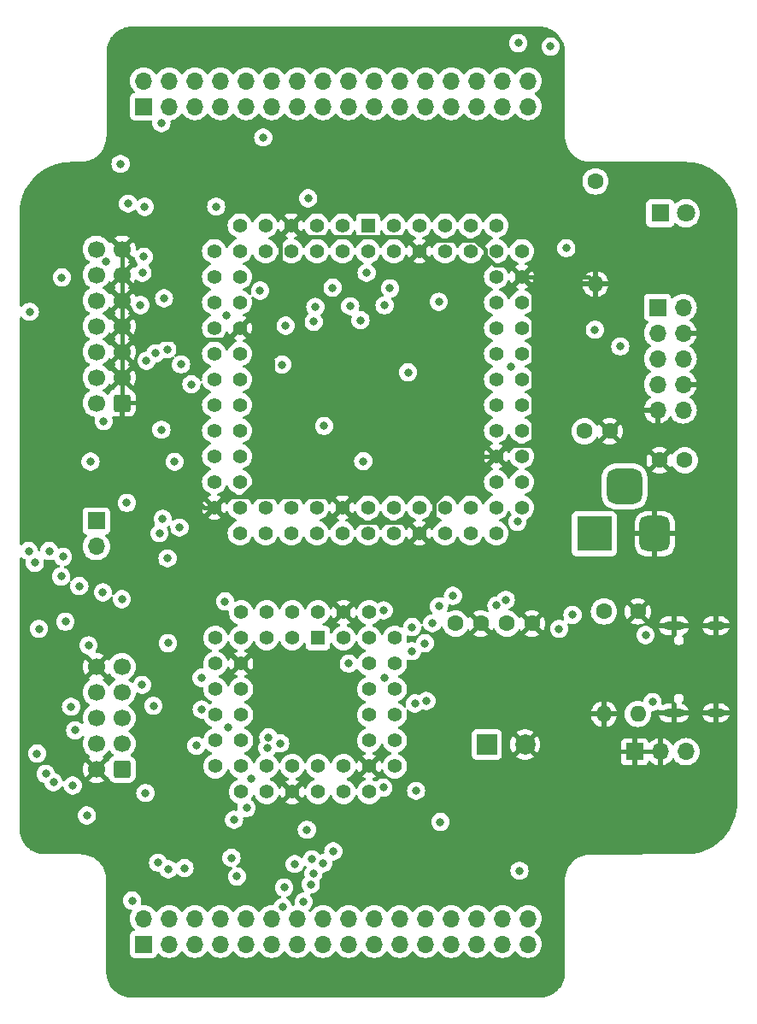
<source format=gbr>
%TF.GenerationSoftware,KiCad,Pcbnew,7.0.9*%
%TF.CreationDate,2024-03-10T01:22:23+00:00*%
%TF.ProjectId,ATF15xxProgBoard,41544631-3578-4785-9072-6f67426f6172,rev?*%
%TF.SameCoordinates,Original*%
%TF.FileFunction,Copper,L2,Inr*%
%TF.FilePolarity,Positive*%
%FSLAX46Y46*%
G04 Gerber Fmt 4.6, Leading zero omitted, Abs format (unit mm)*
G04 Created by KiCad (PCBNEW 7.0.9) date 2024-03-10 01:22:23*
%MOMM*%
%LPD*%
G01*
G04 APERTURE LIST*
G04 Aperture macros list*
%AMRoundRect*
0 Rectangle with rounded corners*
0 $1 Rounding radius*
0 $2 $3 $4 $5 $6 $7 $8 $9 X,Y pos of 4 corners*
0 Add a 4 corners polygon primitive as box body*
4,1,4,$2,$3,$4,$5,$6,$7,$8,$9,$2,$3,0*
0 Add four circle primitives for the rounded corners*
1,1,$1+$1,$2,$3*
1,1,$1+$1,$4,$5*
1,1,$1+$1,$6,$7*
1,1,$1+$1,$8,$9*
0 Add four rect primitives between the rounded corners*
20,1,$1+$1,$2,$3,$4,$5,0*
20,1,$1+$1,$4,$5,$6,$7,0*
20,1,$1+$1,$6,$7,$8,$9,0*
20,1,$1+$1,$8,$9,$2,$3,0*%
G04 Aperture macros list end*
%TA.AperFunction,ComponentPad*%
%ADD10O,1.600000X1.600000*%
%TD*%
%TA.AperFunction,ComponentPad*%
%ADD11C,1.600000*%
%TD*%
%TA.AperFunction,ComponentPad*%
%ADD12O,1.700000X1.700000*%
%TD*%
%TA.AperFunction,ComponentPad*%
%ADD13R,1.700000X1.700000*%
%TD*%
%TA.AperFunction,ComponentPad*%
%ADD14O,1.700000X0.900000*%
%TD*%
%TA.AperFunction,ComponentPad*%
%ADD15O,2.000000X0.900000*%
%TD*%
%TA.AperFunction,ComponentPad*%
%ADD16R,1.422400X1.422400*%
%TD*%
%TA.AperFunction,ComponentPad*%
%ADD17C,1.422400*%
%TD*%
%TA.AperFunction,ComponentPad*%
%ADD18R,2.000000X2.000000*%
%TD*%
%TA.AperFunction,ComponentPad*%
%ADD19C,2.000000*%
%TD*%
%TA.AperFunction,ComponentPad*%
%ADD20RoundRect,0.250000X0.600000X0.600000X-0.600000X0.600000X-0.600000X-0.600000X0.600000X-0.600000X0*%
%TD*%
%TA.AperFunction,ComponentPad*%
%ADD21C,1.700000*%
%TD*%
%TA.AperFunction,ComponentPad*%
%ADD22R,1.800000X1.800000*%
%TD*%
%TA.AperFunction,ComponentPad*%
%ADD23C,1.800000*%
%TD*%
%TA.AperFunction,ComponentPad*%
%ADD24R,3.500000X3.500000*%
%TD*%
%TA.AperFunction,ComponentPad*%
%ADD25RoundRect,0.750000X0.750000X1.000000X-0.750000X1.000000X-0.750000X-1.000000X0.750000X-1.000000X0*%
%TD*%
%TA.AperFunction,ComponentPad*%
%ADD26RoundRect,0.875000X0.875000X0.875000X-0.875000X0.875000X-0.875000X-0.875000X0.875000X-0.875000X0*%
%TD*%
%TA.AperFunction,ViaPad*%
%ADD27C,0.800000*%
%TD*%
%TA.AperFunction,Conductor*%
%ADD28C,0.400000*%
%TD*%
G04 APERTURE END LIST*
D10*
%TO.N,GND*%
%TO.C,R1*%
X161220000Y-73040000D03*
D11*
%TO.N,Net-(LED1-K)*%
X161220000Y-62880000D03*
%TD*%
D10*
%TO.N,Net-(J3-CC1)*%
%TO.C,R3*%
X165420000Y-115640000D03*
D11*
%TO.N,GND*%
X165420000Y-105480000D03*
%TD*%
D10*
%TO.N,GND*%
%TO.C,R2*%
X162060000Y-115640000D03*
D11*
%TO.N,Net-(J3-CC2)*%
X162060000Y-105480000D03*
%TD*%
D12*
%TO.N,GCLK3{slash}IO*%
%TO.C,J8*%
X169910000Y-85520000D03*
%TO.N,GND*%
X167370000Y-85520000D03*
X169910000Y-82980000D03*
%TO.N,VCC*%
X167370000Y-82980000D03*
%TO.N,GCL2{slash}I*%
X169910000Y-80440000D03*
%TO.N,OE1{slash}I*%
X167370000Y-80440000D03*
%TO.N,GND*%
X169910000Y-77900000D03*
%TO.N,VCC*%
X167370000Y-77900000D03*
%TO.N,GCLK1{slash}I*%
X169910000Y-75360000D03*
D13*
%TO.N,GCLR{slash}I*%
X167370000Y-75360000D03*
%TD*%
D12*
%TO.N,IO66*%
%TO.C,J7*%
X154550000Y-52930000D03*
%TO.N,IO65*%
X154550000Y-55470000D03*
%TO.N,IO64*%
X152010000Y-52930000D03*
%TO.N,IO63*%
X152010000Y-55470000D03*
%TO.N,IO62*%
X149470000Y-52930000D03*
%TO.N,IO61*%
X149470000Y-55470000D03*
%TO.N,IO60*%
X146930000Y-52930000D03*
%TO.N,IO58*%
X146930000Y-55470000D03*
%TO.N,IO57*%
X144390000Y-52930000D03*
%TO.N,IO56*%
X144390000Y-55470000D03*
%TO.N,IO55*%
X141850000Y-52930000D03*
%TO.N,IO54*%
X141850000Y-55470000D03*
%TO.N,IO53*%
X139310000Y-52930000D03*
%TO.N,IO52*%
X139310000Y-55470000D03*
%TO.N,IO50*%
X136770000Y-52930000D03*
%TO.N,IO49*%
X136770000Y-55470000D03*
%TO.N,IO48*%
X134230000Y-52930000D03*
%TO.N,IO47*%
X134230000Y-55470000D03*
%TO.N,IO46*%
X131690000Y-52930000D03*
%TO.N,IO45*%
X131690000Y-55470000D03*
%TO.N,IO44*%
X129150000Y-52930000D03*
%TO.N,IO43*%
X129150000Y-55470000D03*
%TO.N,IO42*%
X126610000Y-52930000D03*
%TO.N,IO41*%
X126610000Y-55470000D03*
%TO.N,IO40*%
X124070000Y-52930000D03*
%TO.N,IO39*%
X124070000Y-55470000D03*
%TO.N,IO38*%
X121530000Y-52930000D03*
%TO.N,IO37*%
X121530000Y-55470000D03*
%TO.N,IO36*%
X118990000Y-52930000D03*
%TO.N,IO35*%
X118990000Y-55470000D03*
%TO.N,IO34*%
X116450000Y-52930000D03*
D13*
%TO.N,IO33*%
X116450000Y-55470000D03*
%TD*%
%TO.N,IO1*%
%TO.C,J6*%
X116450000Y-138450000D03*
D12*
%TO.N,IO2*%
X116450000Y-135910000D03*
%TO.N,IO3*%
X118990000Y-138450000D03*
%TO.N,TDI*%
X118990000Y-135910000D03*
%TO.N,IO5*%
X121530000Y-138450000D03*
%TO.N,IO6*%
X121530000Y-135910000D03*
%TO.N,IO7*%
X124070000Y-138450000D03*
%TO.N,IO8*%
X124070000Y-135910000D03*
%TO.N,TMS*%
X126610000Y-138450000D03*
%TO.N,IO10*%
X126610000Y-135910000D03*
%TO.N,IO11*%
X129150000Y-138450000D03*
%TO.N,IO12*%
X129150000Y-135910000D03*
%TO.N,IO13*%
X131690000Y-138450000D03*
%TO.N,IO14*%
X131690000Y-135910000D03*
%TO.N,IO15*%
X134230000Y-138450000D03*
%TO.N,IO16*%
X134230000Y-135910000D03*
%TO.N,IO17*%
X136770000Y-138450000D03*
%TO.N,IO18*%
X136770000Y-135910000D03*
%TO.N,IO19*%
X139310000Y-138450000D03*
%TO.N,IO20*%
X139310000Y-135910000D03*
%TO.N,IO21*%
X141850000Y-138450000D03*
%TO.N,IO22*%
X141850000Y-135910000D03*
%TO.N,IO23*%
X144390000Y-138450000D03*
%TO.N,TCK*%
X144390000Y-135910000D03*
%TO.N,IO25*%
X146930000Y-138450000D03*
%TO.N,IO26*%
X146930000Y-135910000D03*
%TO.N,IO27*%
X149470000Y-138450000D03*
%TO.N,IO28*%
X149470000Y-135910000D03*
%TO.N,TDO*%
X152010000Y-138450000D03*
%TO.N,IO30*%
X152010000Y-135910000D03*
%TO.N,IO31*%
X154550000Y-138450000D03*
%TO.N,IO32*%
X154550000Y-135910000D03*
%TD*%
D14*
%TO.N,GND*%
%TO.C,J3*%
X173170000Y-106900000D03*
D15*
X169000000Y-106900000D03*
D14*
X173170000Y-115540000D03*
D15*
X169000000Y-115540000D03*
%TD*%
D16*
%TO.N,GCLR{slash}I*%
%TO.C,U1*%
X133710000Y-108120000D03*
D17*
%TO.N,GCL2{slash}I*%
X131170000Y-105580000D03*
%TO.N,VCC*%
X131170000Y-108120000D03*
%TO.N,IO1*%
X128630000Y-105580000D03*
%TO.N,IO2*%
X128630000Y-108120000D03*
%TO.N,IO3*%
X126090000Y-105580000D03*
%TO.N,TDI*%
X123550000Y-108120000D03*
%TO.N,IO5*%
X126090000Y-108120000D03*
%TO.N,IO6*%
X123550000Y-110660000D03*
%TO.N,GND*%
X126090000Y-110660000D03*
%TO.N,IO7*%
X123550000Y-113200000D03*
%TO.N,IO8*%
X126090000Y-113200000D03*
%TO.N,TMS*%
X123550000Y-115740000D03*
%TO.N,IO10*%
X126090000Y-115740000D03*
%TO.N,VCC*%
X123550000Y-118280000D03*
%TO.N,IO11*%
X126090000Y-118280000D03*
%TO.N,IO12*%
X123550000Y-120820000D03*
%TO.N,IO13*%
X126090000Y-123360000D03*
%TO.N,IO14*%
X126090000Y-120820000D03*
%TO.N,IO15*%
X128630000Y-123360000D03*
%TO.N,IO16*%
X128630000Y-120820000D03*
%TO.N,GND*%
X131170000Y-123360000D03*
%TO.N,VCC*%
X131170000Y-120820000D03*
%TO.N,IO17*%
X133710000Y-123360000D03*
%TO.N,IO18*%
X133710000Y-120820000D03*
%TO.N,IO19*%
X136250000Y-123360000D03*
%TO.N,IO20*%
X136250000Y-120820000D03*
%TO.N,IO21*%
X138790000Y-123360000D03*
%TO.N,IO22*%
X141330000Y-120820000D03*
%TO.N,GND*%
X138790000Y-120820000D03*
%TO.N,IO23*%
X141330000Y-118280000D03*
%TO.N,TCK*%
X138790000Y-118280000D03*
%TO.N,IO25*%
X141330000Y-115740000D03*
%TO.N,IO26*%
X138790000Y-115740000D03*
%TO.N,VCC*%
X141330000Y-113200000D03*
%TO.N,IO27*%
X138790000Y-113200000D03*
%TO.N,IO28*%
X141330000Y-110660000D03*
%TO.N,TDO*%
X138790000Y-110660000D03*
%TO.N,IO30*%
X141330000Y-108120000D03*
%TO.N,IO31*%
X138790000Y-105580000D03*
%TO.N,IO32*%
X138790000Y-108120000D03*
%TO.N,GND*%
X136250000Y-105580000D03*
%TO.N,GCLK1{slash}I*%
X136250000Y-108120000D03*
%TO.N,OE1{slash}I*%
X133710000Y-105580000D03*
%TD*%
D16*
%TO.N,GCLR{slash}I*%
%TO.C,U2*%
X138690000Y-67260000D03*
D17*
%TO.N,GCL2{slash}I*%
X138690000Y-69800000D03*
%TO.N,IO1*%
X136150000Y-67260000D03*
%TO.N,IO2*%
X136150000Y-69800000D03*
%TO.N,IO3*%
X133610000Y-67260000D03*
%TO.N,IO5*%
X133610000Y-69800000D03*
%TO.N,GND*%
X131070000Y-67260000D03*
%TO.N,IO6*%
X131070000Y-69800000D03*
%TO.N,IO7*%
X128530000Y-67260000D03*
%TO.N,IO8*%
X128530000Y-69800000D03*
%TO.N,IO10*%
X125990000Y-67260000D03*
%TO.N,IO11*%
X123450000Y-69800000D03*
%TO.N,VCC*%
X125990000Y-69800000D03*
%TO.N,TDI*%
X123450000Y-72340000D03*
%TO.N,IO12*%
X125990000Y-72340000D03*
%TO.N,IO13*%
X123450000Y-74880000D03*
%TO.N,IO14*%
X125990000Y-74880000D03*
%TO.N,IO15*%
X123450000Y-77420000D03*
%TO.N,GND*%
X125990000Y-77420000D03*
%TO.N,IO16*%
X123450000Y-79960000D03*
%TO.N,IO17*%
X125990000Y-79960000D03*
%TO.N,IO18*%
X123450000Y-82500000D03*
%TO.N,TMS*%
X125990000Y-82500000D03*
%TO.N,IO19*%
X123450000Y-85040000D03*
%TO.N,IO20*%
X125990000Y-85040000D03*
%TO.N,VCC*%
X123450000Y-87580000D03*
%TO.N,IO21*%
X125990000Y-87580000D03*
%TO.N,IO22*%
X123450000Y-90120000D03*
%TO.N,IO23*%
X125990000Y-90120000D03*
%TO.N,IO25*%
X123450000Y-92660000D03*
%TO.N,IO26*%
X125990000Y-92660000D03*
%TO.N,GND*%
X123450000Y-95200000D03*
%TO.N,IO27*%
X125990000Y-97740000D03*
%TO.N,IO28*%
X125990000Y-95200000D03*
%TO.N,IO30*%
X128530000Y-97740000D03*
%TO.N,IO31*%
X128530000Y-95200000D03*
%TO.N,IO32*%
X131070000Y-97740000D03*
%TO.N,VCC*%
X131070000Y-95200000D03*
%TO.N,IO33*%
X133610000Y-97740000D03*
%TO.N,IO34*%
X133610000Y-95200000D03*
%TO.N,IO35*%
X136150000Y-97740000D03*
%TO.N,GND*%
X136150000Y-95200000D03*
%TO.N,VCC*%
X138690000Y-97740000D03*
%TO.N,IO36*%
X138690000Y-95200000D03*
%TO.N,IO37*%
X141230000Y-97740000D03*
%TO.N,IO38*%
X141230000Y-95200000D03*
%TO.N,GND*%
X143770000Y-97740000D03*
%TO.N,IO39*%
X143770000Y-95200000D03*
%TO.N,IO40*%
X146310000Y-97740000D03*
%TO.N,IO41*%
X146310000Y-95200000D03*
%TO.N,IO42*%
X148850000Y-97740000D03*
%TO.N,IO43*%
X148850000Y-95200000D03*
%TO.N,VCC*%
X151390000Y-97740000D03*
%TO.N,IO44*%
X153930000Y-95200000D03*
%TO.N,IO45*%
X151390000Y-95200000D03*
%TO.N,IO46*%
X153930000Y-92660000D03*
%TO.N,IO47*%
X151390000Y-92660000D03*
%TO.N,IO48*%
X153930000Y-90120000D03*
%TO.N,GND*%
X151390000Y-90120000D03*
%TO.N,IO49*%
X153930000Y-87580000D03*
%TO.N,IO50*%
X151390000Y-87580000D03*
%TO.N,TCK*%
X153930000Y-85040000D03*
%TO.N,IO52*%
X151390000Y-85040000D03*
%TO.N,IO53*%
X153930000Y-82500000D03*
%TO.N,IO54*%
X151390000Y-82500000D03*
%TO.N,VCC*%
X153930000Y-79960000D03*
%TO.N,IO55*%
X151390000Y-79960000D03*
%TO.N,IO56*%
X153930000Y-77420000D03*
%TO.N,IO57*%
X151390000Y-77420000D03*
%TO.N,IO58*%
X153930000Y-74880000D03*
%TO.N,TDO*%
X151390000Y-74880000D03*
%TO.N,GND*%
X153930000Y-72340000D03*
%TO.N,IO60*%
X151390000Y-72340000D03*
%TO.N,IO61*%
X153930000Y-69800000D03*
%TO.N,IO62*%
X151390000Y-67260000D03*
%TO.N,IO63*%
X151390000Y-69800000D03*
%TO.N,IO64*%
X148850000Y-67260000D03*
%TO.N,VCC*%
X148850000Y-69800000D03*
%TO.N,IO65*%
X146310000Y-67260000D03*
%TO.N,IO66*%
X146310000Y-69800000D03*
%TO.N,GCLK3{slash}IO*%
X143770000Y-67260000D03*
%TO.N,GND*%
X143770000Y-69800000D03*
%TO.N,GCLK1{slash}I*%
X141230000Y-67260000D03*
%TO.N,OE1{slash}I*%
X141230000Y-69800000D03*
%TD*%
D11*
%TO.N,GND*%
%TO.C,C3*%
X167570000Y-90500000D03*
%TO.N,VCC*%
X170070000Y-90500000D03*
%TD*%
D18*
%TO.N,VCC*%
%TO.C,C1*%
X150442323Y-118660000D03*
D19*
%TO.N,GND*%
X154242323Y-118660000D03*
%TD*%
D20*
%TO.N,GND*%
%TO.C,J2*%
X114300000Y-84840000D03*
D21*
%TO.N,Net-(J1-Pin_4)*%
X111760000Y-84840000D03*
%TO.N,GND*%
X114300000Y-82300000D03*
%TO.N,TMS*%
X111760000Y-82300000D03*
%TO.N,GND*%
X114300000Y-79760000D03*
%TO.N,TCK*%
X111760000Y-79760000D03*
%TO.N,GND*%
X114300000Y-77220000D03*
%TO.N,TDO*%
X111760000Y-77220000D03*
%TO.N,GND*%
X114300000Y-74680000D03*
%TO.N,TDI*%
X111760000Y-74680000D03*
%TO.N,GND*%
X114300000Y-72140000D03*
%TO.N,unconnected-(J2-Pin_12-Pad12)*%
X111760000Y-72140000D03*
%TO.N,GND*%
X114300000Y-69600000D03*
%TO.N,unconnected-(J2-Pin_14-Pad14)*%
X111760000Y-69600000D03*
%TD*%
D22*
%TO.N,Net-(LED1-K)*%
%TO.C,LED1*%
X167640000Y-66040000D03*
D23*
%TO.N,VCC*%
X170180000Y-66040000D03*
%TD*%
D11*
%TO.N,VCC*%
%TO.C,C2*%
X160140000Y-87630000D03*
%TO.N,GND*%
X162640000Y-87630000D03*
%TD*%
D13*
%TO.N,GND*%
%TO.C,J4*%
X165100000Y-119380000D03*
D12*
X167640000Y-119380000D03*
%TO.N,VCC*%
X170180000Y-119380000D03*
%TD*%
D11*
%TO.N,VCC*%
%TO.C,C4*%
X147360000Y-106680000D03*
%TO.N,GND*%
X149860000Y-106680000D03*
%TD*%
%TO.N,VCC*%
%TO.C,C5*%
X152440000Y-106680000D03*
%TO.N,GND*%
X154940000Y-106680000D03*
%TD*%
D12*
%TO.N,Net-(J1-Pin_4)*%
%TO.C,JP1*%
X111760000Y-99060000D03*
D13*
%TO.N,VCC*%
X111760000Y-96520000D03*
%TD*%
D20*
%TO.N,TCK*%
%TO.C,J1*%
X114300000Y-121120000D03*
D21*
%TO.N,GND*%
X111760000Y-121120000D03*
%TO.N,TDO*%
X114300000Y-118580000D03*
%TO.N,Net-(J1-Pin_4)*%
X111760000Y-118580000D03*
%TO.N,TMS*%
X114300000Y-116040000D03*
%TO.N,unconnected-(J1-Pin_6-Pad6)*%
X111760000Y-116040000D03*
%TO.N,unconnected-(J1-Pin_7-Pad7)*%
X114300000Y-113500000D03*
%TO.N,unconnected-(J1-Pin_8-Pad8)*%
X111760000Y-113500000D03*
%TO.N,TDI*%
X114300000Y-110960000D03*
%TO.N,GND*%
X111760000Y-110960000D03*
%TD*%
D24*
%TO.N,VCC*%
%TO.C,J5*%
X161100000Y-97787500D03*
D25*
%TO.N,GND*%
X167100000Y-97787500D03*
D26*
%TO.N,N/C*%
X164100000Y-93087500D03*
%TD*%
D27*
%TO.N,VCC*%
X166880000Y-114450000D03*
X166180000Y-107820000D03*
%TO.N,GCL2{slash}I*%
X163678282Y-79233918D03*
X140321000Y-75165900D03*
X138546600Y-71940200D03*
X136919700Y-75245500D03*
X137932800Y-76625900D03*
X130159200Y-81029300D03*
X138210100Y-90599900D03*
X119513200Y-90652400D03*
X120002200Y-97176700D03*
%TO.N,OE1{slash}I*%
X140316000Y-112086300D03*
X145043200Y-106658200D03*
%TO.N,GCLK1{slash}I*%
X136775700Y-110644000D03*
X156771300Y-49530000D03*
X158328700Y-69496200D03*
%TO.N,GCLR{slash}I*%
X145702100Y-74814900D03*
X152803130Y-81249716D03*
X161161200Y-77577300D03*
X114776500Y-94723600D03*
X114294400Y-104268800D03*
%TO.N,IO32*%
X143040800Y-109418400D03*
%TO.N,IO31*%
X144320700Y-108634000D03*
%TO.N,IO30*%
X140232400Y-105379000D03*
X152332400Y-104328500D03*
X145728100Y-104968200D03*
%TO.N,IO36*%
X134324700Y-87109300D03*
X112494200Y-86636600D03*
X111178800Y-90633500D03*
X114161700Y-61154500D03*
%TO.N,IO28*%
X147102100Y-103924700D03*
X151417700Y-104887400D03*
%TO.N,IO38*%
X153480400Y-96604300D03*
%TO.N,IO27*%
X143336600Y-114593200D03*
X143443300Y-123248900D03*
%TO.N,IO26*%
X128709600Y-119004300D03*
%TO.N,IO25*%
X124507800Y-104493100D03*
X110073000Y-102963000D03*
X110826400Y-125694200D03*
%TO.N,IO23*%
X144469100Y-114348600D03*
X145851000Y-126330300D03*
%TO.N,IO22*%
X140188800Y-122934900D03*
X135241800Y-129242000D03*
%TO.N,IO21*%
X134222219Y-130420000D03*
%TO.N,IO45*%
X128302300Y-58535300D03*
%TO.N,IO20*%
X127131600Y-122019300D03*
X133266159Y-131443841D03*
%TO.N,IO19*%
X132624100Y-127105600D03*
%TO.N,IO47*%
X133460100Y-75318700D03*
%TO.N,IO18*%
X121179400Y-82976800D03*
X128811600Y-117953300D03*
X121676100Y-118780300D03*
X125690000Y-131742400D03*
%TO.N,IO17*%
X126640000Y-124949200D03*
%TO.N,IO16*%
X117623800Y-79922800D03*
X122199000Y-115197300D03*
X125407500Y-126112800D03*
X130368278Y-132831722D03*
X133010002Y-132520000D03*
%TO.N,IO15*%
X116725400Y-80655500D03*
X125147400Y-129885000D03*
X131414500Y-130503400D03*
%TO.N,IO52*%
X140859100Y-73480500D03*
%TO.N,IO14*%
X116138500Y-75143000D03*
%TO.N,IO13*%
X124671000Y-76174100D03*
X132309500Y-134244500D03*
X130233000Y-134740700D03*
%TO.N,IO12*%
X116333700Y-71943800D03*
X109254400Y-114917400D03*
%TO.N,IO11*%
X118897600Y-131015100D03*
X106752800Y-121574800D03*
X105666200Y-100658500D03*
X105162400Y-75797200D03*
X116560300Y-65402900D03*
X123632600Y-65385200D03*
X109413700Y-122723300D03*
X109663700Y-117253800D03*
X124798200Y-116973500D03*
%TO.N,IO10*%
X116465500Y-70354500D03*
X106075800Y-107208600D03*
X117412600Y-114831800D03*
%TO.N,IO8*%
X133304400Y-76786500D03*
X120155700Y-81007000D03*
X122177100Y-112052100D03*
X116294900Y-112755000D03*
X116619800Y-123465700D03*
X120495600Y-130897200D03*
%TO.N,IO7*%
X127990400Y-73704300D03*
X130511900Y-77175100D03*
X118790700Y-79510900D03*
X118859900Y-108623400D03*
X118814900Y-100224700D03*
X108279600Y-102019400D03*
%TO.N,IO6*%
X112746800Y-70829300D03*
X105058400Y-99494600D03*
X117875400Y-130370400D03*
%TO.N,IO5*%
X143062400Y-107026300D03*
X153690000Y-131170000D03*
%TO.N,IO3*%
X132759000Y-64562800D03*
X114903900Y-65085300D03*
X108342300Y-72404200D03*
X107092100Y-99495800D03*
X105878000Y-119562600D03*
%TO.N,IO2*%
X157626100Y-107205800D03*
X112407600Y-103597100D03*
X110986300Y-108851400D03*
%TO.N,IO1*%
X118335200Y-96315600D03*
X118207300Y-87479100D03*
X142649500Y-81793300D03*
X135164800Y-73409400D03*
X115303900Y-134118000D03*
X107513100Y-122403100D03*
X108440100Y-100072700D03*
X118018300Y-97738000D03*
%TO.N,TDI*%
X108695800Y-106492800D03*
%TO.N,TDO*%
X129980200Y-118548700D03*
X158948800Y-105825600D03*
X153568800Y-49181000D03*
X118205900Y-57100700D03*
X118468500Y-74465500D03*
%TO.N,TCK*%
X133130300Y-130040000D03*
%TD*%
D28*
%TO.N,GND*%
X153930000Y-72340000D02*
X160520000Y-72340000D01*
X160520000Y-72340000D02*
X161220000Y-73040000D01*
X125990000Y-77420000D02*
X129210000Y-80640000D01*
X126132675Y-94088800D02*
X124561200Y-94088800D01*
X129210000Y-80640000D02*
X129210000Y-91011475D01*
X129210000Y-91011475D02*
X126132675Y-94088800D01*
X124561200Y-94088800D02*
X123450000Y-95200000D01*
X153930000Y-72340000D02*
X155041200Y-73451200D01*
X152501200Y-89008800D02*
X151390000Y-90120000D01*
X155041200Y-73451200D02*
X155041200Y-88558801D01*
X155041200Y-88558801D02*
X154591201Y-89008800D01*
X154591201Y-89008800D02*
X152501200Y-89008800D01*
X143770000Y-69800000D02*
X144881200Y-68688800D01*
X151208525Y-71190000D02*
X152780000Y-71190000D01*
X144881200Y-68688800D02*
X149310275Y-68688800D01*
X149310275Y-68688800D02*
X150278800Y-69657325D01*
X150278800Y-69657325D02*
X150278800Y-70260275D01*
X150278800Y-70260275D02*
X151208525Y-71190000D01*
X152780000Y-71190000D02*
X153930000Y-72340000D01*
X131070000Y-67260000D02*
X132181200Y-68371200D01*
X132181200Y-68371200D02*
X142341200Y-68371200D01*
X142341200Y-68371200D02*
X143770000Y-69800000D01*
X125990000Y-77420000D02*
X129958800Y-73451200D01*
X129958800Y-68371200D02*
X131070000Y-67260000D01*
X129958800Y-73451200D02*
X129958800Y-68371200D01*
X114300000Y-77220000D02*
X115611200Y-78531200D01*
X115611200Y-78531200D02*
X124878800Y-78531200D01*
X124878800Y-78531200D02*
X125990000Y-77420000D01*
X114300000Y-69600000D02*
X114300000Y-72140000D01*
X114300000Y-72140000D02*
X114300000Y-74680000D01*
X114300000Y-74680000D02*
X114300000Y-77220000D01*
X114300000Y-77220000D02*
X114300000Y-79760000D01*
X114300000Y-82300000D02*
X114300000Y-79760000D01*
X114300000Y-84840000D02*
X114300000Y-82300000D01*
X123450000Y-95200000D02*
X122444212Y-95200000D01*
X122444212Y-95200000D02*
X114300000Y-87055788D01*
X114300000Y-87055788D02*
X114300000Y-84840000D01*
X136150000Y-95200000D02*
X135038800Y-94088800D01*
X135038800Y-94088800D02*
X124561200Y-94088800D01*
X136150000Y-95200000D02*
X137578800Y-96628800D01*
X137578800Y-96628800D02*
X142658800Y-96628800D01*
X142658800Y-96628800D02*
X143770000Y-97740000D01*
X143770000Y-97740000D02*
X145198800Y-96311200D01*
X145198800Y-96311200D02*
X145198800Y-94711200D01*
X149790000Y-90120000D02*
X151390000Y-90120000D01*
X145198800Y-94711200D02*
X149790000Y-90120000D01*
X169910000Y-82980000D02*
X171510000Y-82980000D01*
X171510000Y-82980000D02*
X172160000Y-82330000D01*
X171440000Y-77900000D02*
X169910000Y-77900000D01*
X172160000Y-82330000D02*
X172160000Y-78620000D01*
X172160000Y-78620000D02*
X171440000Y-77900000D01*
%TD*%
%TA.AperFunction,Conductor*%
%TO.N,GND*%
G36*
X129948812Y-121127054D02*
G01*
X130002690Y-121171539D01*
X130019775Y-121208949D01*
X130027023Y-121236001D01*
X130027025Y-121236005D01*
X130027026Y-121236009D01*
X130097221Y-121386544D01*
X130116629Y-121428164D01*
X130116631Y-121428168D01*
X130238235Y-121601836D01*
X130238240Y-121601842D01*
X130388157Y-121751759D01*
X130388163Y-121751764D01*
X130561831Y-121873368D01*
X130561833Y-121873369D01*
X130561836Y-121873371D01*
X130753991Y-121962974D01*
X130753997Y-121962975D01*
X130753998Y-121962976D01*
X130782014Y-121970483D01*
X130841675Y-122006848D01*
X130872204Y-122069695D01*
X130863909Y-122139070D01*
X130819424Y-122192948D01*
X130782014Y-122210033D01*
X130754170Y-122217493D01*
X130754161Y-122217497D01*
X130562084Y-122307064D01*
X130508286Y-122344732D01*
X131125600Y-122962046D01*
X131044852Y-122974835D01*
X130931955Y-123032359D01*
X130842359Y-123121955D01*
X130784835Y-123234852D01*
X130772046Y-123315600D01*
X130154732Y-122698286D01*
X130117064Y-122752084D01*
X130027497Y-122944161D01*
X130027493Y-122944170D01*
X130020033Y-122972014D01*
X129983668Y-123031675D01*
X129920821Y-123062204D01*
X129851445Y-123053909D01*
X129797568Y-123009424D01*
X129780483Y-122972014D01*
X129772976Y-122943998D01*
X129772975Y-122943996D01*
X129772974Y-122943991D01*
X129683371Y-122751836D01*
X129683369Y-122751833D01*
X129683368Y-122751831D01*
X129561764Y-122578163D01*
X129561759Y-122578157D01*
X129411842Y-122428240D01*
X129411836Y-122428235D01*
X129238168Y-122306631D01*
X129238164Y-122306629D01*
X129142482Y-122262012D01*
X129046009Y-122217026D01*
X129046005Y-122217025D01*
X129046001Y-122217023D01*
X129018949Y-122209775D01*
X128959288Y-122173410D01*
X128928759Y-122110563D01*
X128937054Y-122041188D01*
X128981539Y-121987310D01*
X129018949Y-121970225D01*
X129036930Y-121965406D01*
X129046009Y-121962974D01*
X129238164Y-121873371D01*
X129411841Y-121751761D01*
X129561761Y-121601841D01*
X129683371Y-121428164D01*
X129772974Y-121236009D01*
X129780225Y-121208949D01*
X129816590Y-121149288D01*
X129879437Y-121118759D01*
X129948812Y-121127054D01*
G37*
%TD.AperFunction*%
%TA.AperFunction,Conductor*%
G36*
X132488812Y-121127054D02*
G01*
X132542690Y-121171539D01*
X132559775Y-121208949D01*
X132567023Y-121236001D01*
X132567025Y-121236005D01*
X132567026Y-121236009D01*
X132637221Y-121386544D01*
X132656629Y-121428164D01*
X132656631Y-121428168D01*
X132778235Y-121601836D01*
X132778240Y-121601842D01*
X132928157Y-121751759D01*
X132928163Y-121751764D01*
X133101831Y-121873368D01*
X133101833Y-121873369D01*
X133101836Y-121873371D01*
X133293991Y-121962974D01*
X133308717Y-121966919D01*
X133321051Y-121970225D01*
X133380711Y-122006591D01*
X133411240Y-122069438D01*
X133402945Y-122138813D01*
X133358459Y-122192691D01*
X133321051Y-122209775D01*
X133293996Y-122217024D01*
X133293989Y-122217027D01*
X133101835Y-122306629D01*
X133101831Y-122306631D01*
X132928163Y-122428235D01*
X132928157Y-122428240D01*
X132778240Y-122578157D01*
X132778235Y-122578163D01*
X132656631Y-122751831D01*
X132656629Y-122751835D01*
X132596578Y-122880616D01*
X132571926Y-122933484D01*
X132567027Y-122943989D01*
X132567023Y-122943999D01*
X132559515Y-122972018D01*
X132523149Y-123031677D01*
X132460301Y-123062205D01*
X132390926Y-123053908D01*
X132337049Y-123009421D01*
X132319965Y-122972011D01*
X132312505Y-122944166D01*
X132312502Y-122944161D01*
X132222936Y-122752086D01*
X132222933Y-122752082D01*
X132185265Y-122698286D01*
X131567953Y-123315598D01*
X131555165Y-123234852D01*
X131497641Y-123121955D01*
X131408045Y-123032359D01*
X131295148Y-122974835D01*
X131214400Y-122962046D01*
X131831712Y-122344733D01*
X131777913Y-122307062D01*
X131585838Y-122217497D01*
X131585829Y-122217493D01*
X131557985Y-122210033D01*
X131498325Y-122173669D01*
X131467795Y-122110822D01*
X131476089Y-122041446D01*
X131520574Y-121987568D01*
X131557986Y-121970483D01*
X131585999Y-121962977D01*
X131586000Y-121962976D01*
X131586009Y-121962974D01*
X131778164Y-121873371D01*
X131951841Y-121751761D01*
X132101761Y-121601841D01*
X132223371Y-121428164D01*
X132312974Y-121236009D01*
X132320225Y-121208949D01*
X132356590Y-121149288D01*
X132419437Y-121118759D01*
X132488812Y-121127054D01*
G37*
%TD.AperFunction*%
%TA.AperFunction,Conductor*%
G36*
X138404835Y-120945148D02*
G01*
X138462359Y-121058045D01*
X138551955Y-121147641D01*
X138664852Y-121205165D01*
X138745599Y-121217953D01*
X138128286Y-121835266D01*
X138182082Y-121872935D01*
X138182086Y-121872937D01*
X138374161Y-121962502D01*
X138374166Y-121962505D01*
X138402011Y-121969965D01*
X138461673Y-122006328D01*
X138492204Y-122069175D01*
X138483911Y-122138550D01*
X138439427Y-122192429D01*
X138402018Y-122209515D01*
X138373999Y-122217023D01*
X138373989Y-122217027D01*
X138181835Y-122306629D01*
X138181831Y-122306631D01*
X138008163Y-122428235D01*
X138008157Y-122428240D01*
X137858240Y-122578157D01*
X137858235Y-122578163D01*
X137736631Y-122751831D01*
X137736629Y-122751835D01*
X137676578Y-122880616D01*
X137651926Y-122933484D01*
X137647027Y-122943989D01*
X137647024Y-122943996D01*
X137639775Y-122971051D01*
X137603409Y-123030711D01*
X137540562Y-123061240D01*
X137471187Y-123052945D01*
X137417309Y-123008459D01*
X137400225Y-122971051D01*
X137393021Y-122944166D01*
X137392974Y-122943991D01*
X137303371Y-122751836D01*
X137303369Y-122751833D01*
X137303368Y-122751831D01*
X137181764Y-122578163D01*
X137181759Y-122578157D01*
X137031842Y-122428240D01*
X137031836Y-122428235D01*
X136858168Y-122306631D01*
X136858164Y-122306629D01*
X136762482Y-122262012D01*
X136666009Y-122217026D01*
X136666005Y-122217025D01*
X136666001Y-122217023D01*
X136638949Y-122209775D01*
X136579288Y-122173410D01*
X136548759Y-122110563D01*
X136557054Y-122041188D01*
X136601539Y-121987310D01*
X136638949Y-121970225D01*
X136656930Y-121965406D01*
X136666009Y-121962974D01*
X136858164Y-121873371D01*
X137031841Y-121751761D01*
X137181761Y-121601841D01*
X137303371Y-121428164D01*
X137392974Y-121236009D01*
X137393023Y-121235829D01*
X137400483Y-121207986D01*
X137436847Y-121148325D01*
X137499694Y-121117795D01*
X137569069Y-121126089D01*
X137622948Y-121170574D01*
X137640033Y-121207985D01*
X137647493Y-121235829D01*
X137647497Y-121235838D01*
X137737062Y-121427913D01*
X137774733Y-121481712D01*
X138392046Y-120864399D01*
X138404835Y-120945148D01*
G37*
%TD.AperFunction*%
%TA.AperFunction,Conductor*%
G36*
X137568812Y-108427054D02*
G01*
X137622690Y-108471539D01*
X137639775Y-108508949D01*
X137647023Y-108536001D01*
X137647025Y-108536005D01*
X137647026Y-108536009D01*
X137698914Y-108647284D01*
X137736629Y-108728164D01*
X137736631Y-108728168D01*
X137858235Y-108901836D01*
X137858240Y-108901842D01*
X138008157Y-109051759D01*
X138008163Y-109051764D01*
X138181831Y-109173368D01*
X138181833Y-109173369D01*
X138181836Y-109173371D01*
X138373991Y-109262974D01*
X138388717Y-109266919D01*
X138401051Y-109270225D01*
X138460711Y-109306591D01*
X138491240Y-109369438D01*
X138482945Y-109438813D01*
X138438459Y-109492691D01*
X138401051Y-109509775D01*
X138373996Y-109517024D01*
X138373989Y-109517027D01*
X138181835Y-109606629D01*
X138181831Y-109606631D01*
X138008163Y-109728235D01*
X138008157Y-109728240D01*
X137858240Y-109878157D01*
X137858235Y-109878163D01*
X137736631Y-110051831D01*
X137736628Y-110051837D01*
X137719282Y-110089035D01*
X137673109Y-110141473D01*
X137605915Y-110160624D01*
X137539034Y-110140407D01*
X137513331Y-110115937D01*
X137512581Y-110116613D01*
X137487355Y-110088597D01*
X137381571Y-109971112D01*
X137353358Y-109950614D01*
X137228434Y-109859851D01*
X137228429Y-109859848D01*
X137055507Y-109782857D01*
X137055502Y-109782855D01*
X136909701Y-109751865D01*
X136870346Y-109743500D01*
X136681054Y-109743500D01*
X136648597Y-109750398D01*
X136495897Y-109782855D01*
X136495892Y-109782857D01*
X136322970Y-109859848D01*
X136322965Y-109859851D01*
X136169829Y-109971111D01*
X136043166Y-110111785D01*
X135948521Y-110275715D01*
X135948518Y-110275722D01*
X135890027Y-110455740D01*
X135890026Y-110455744D01*
X135870240Y-110644000D01*
X135890026Y-110832256D01*
X135890027Y-110832259D01*
X135948518Y-111012277D01*
X135948521Y-111012284D01*
X136043167Y-111176216D01*
X136156558Y-111302149D01*
X136169829Y-111316888D01*
X136322965Y-111428148D01*
X136322970Y-111428151D01*
X136495892Y-111505142D01*
X136495897Y-111505144D01*
X136681054Y-111544500D01*
X136681055Y-111544500D01*
X136870344Y-111544500D01*
X136870346Y-111544500D01*
X137055503Y-111505144D01*
X137228430Y-111428151D01*
X137381571Y-111316888D01*
X137505099Y-111179696D01*
X137564585Y-111143048D01*
X137634442Y-111144379D01*
X137692490Y-111183265D01*
X137709630Y-111210264D01*
X137736629Y-111268164D01*
X137736631Y-111268168D01*
X137858235Y-111441836D01*
X137858240Y-111441842D01*
X138008157Y-111591759D01*
X138008163Y-111591764D01*
X138181831Y-111713368D01*
X138181833Y-111713369D01*
X138181836Y-111713371D01*
X138373991Y-111802974D01*
X138388717Y-111806919D01*
X138401051Y-111810225D01*
X138460711Y-111846591D01*
X138491240Y-111909438D01*
X138482945Y-111978813D01*
X138438459Y-112032691D01*
X138401051Y-112049775D01*
X138373996Y-112057024D01*
X138373989Y-112057027D01*
X138181835Y-112146629D01*
X138181831Y-112146631D01*
X138008163Y-112268235D01*
X138008157Y-112268240D01*
X137858240Y-112418157D01*
X137858235Y-112418163D01*
X137736631Y-112591831D01*
X137736629Y-112591835D01*
X137647027Y-112783989D01*
X137647023Y-112783998D01*
X137592152Y-112988781D01*
X137592150Y-112988791D01*
X137573672Y-113199999D01*
X137573672Y-113200000D01*
X137592150Y-113411208D01*
X137592152Y-113411218D01*
X137647023Y-113616001D01*
X137647025Y-113616005D01*
X137647026Y-113616009D01*
X137702705Y-113735413D01*
X137736629Y-113808164D01*
X137736631Y-113808168D01*
X137858235Y-113981836D01*
X137858240Y-113981842D01*
X138008157Y-114131759D01*
X138008163Y-114131764D01*
X138181831Y-114253368D01*
X138181833Y-114253369D01*
X138181836Y-114253371D01*
X138373991Y-114342974D01*
X138388717Y-114346919D01*
X138401051Y-114350225D01*
X138460711Y-114386591D01*
X138491240Y-114449438D01*
X138482945Y-114518813D01*
X138438459Y-114572691D01*
X138401051Y-114589775D01*
X138373996Y-114597024D01*
X138373989Y-114597027D01*
X138181835Y-114686629D01*
X138181831Y-114686631D01*
X138008163Y-114808235D01*
X138008157Y-114808240D01*
X137858240Y-114958157D01*
X137858235Y-114958163D01*
X137736631Y-115131831D01*
X137736629Y-115131835D01*
X137647027Y-115323989D01*
X137647023Y-115323998D01*
X137592152Y-115528781D01*
X137592150Y-115528791D01*
X137573672Y-115739999D01*
X137573672Y-115740000D01*
X137592150Y-115951208D01*
X137592152Y-115951218D01*
X137647023Y-116156001D01*
X137647025Y-116156005D01*
X137647026Y-116156009D01*
X137702705Y-116275413D01*
X137736629Y-116348164D01*
X137736631Y-116348168D01*
X137858235Y-116521836D01*
X137858240Y-116521842D01*
X138008157Y-116671759D01*
X138008163Y-116671764D01*
X138181831Y-116793368D01*
X138181833Y-116793369D01*
X138181836Y-116793371D01*
X138373991Y-116882974D01*
X138388717Y-116886919D01*
X138401051Y-116890225D01*
X138460711Y-116926591D01*
X138491240Y-116989438D01*
X138482945Y-117058813D01*
X138438459Y-117112691D01*
X138401051Y-117129775D01*
X138373996Y-117137024D01*
X138373989Y-117137027D01*
X138181835Y-117226629D01*
X138181831Y-117226631D01*
X138008163Y-117348235D01*
X138008157Y-117348240D01*
X137858240Y-117498157D01*
X137858235Y-117498163D01*
X137736631Y-117671831D01*
X137736629Y-117671835D01*
X137647027Y-117863989D01*
X137647023Y-117863998D01*
X137592152Y-118068781D01*
X137592150Y-118068791D01*
X137573672Y-118279999D01*
X137573672Y-118280000D01*
X137592150Y-118491208D01*
X137592152Y-118491218D01*
X137647023Y-118696001D01*
X137647025Y-118696005D01*
X137647026Y-118696009D01*
X137702705Y-118815413D01*
X137736629Y-118888164D01*
X137736631Y-118888168D01*
X137858235Y-119061836D01*
X137858240Y-119061842D01*
X138008157Y-119211759D01*
X138008163Y-119211764D01*
X138181831Y-119333368D01*
X138181833Y-119333369D01*
X138181836Y-119333371D01*
X138373991Y-119422974D01*
X138373997Y-119422975D01*
X138373998Y-119422976D01*
X138402014Y-119430483D01*
X138461675Y-119466848D01*
X138492204Y-119529695D01*
X138483909Y-119599070D01*
X138439424Y-119652948D01*
X138402014Y-119670033D01*
X138374170Y-119677493D01*
X138374161Y-119677497D01*
X138182084Y-119767064D01*
X138128286Y-119804732D01*
X138745600Y-120422046D01*
X138664852Y-120434835D01*
X138551955Y-120492359D01*
X138462359Y-120581955D01*
X138404835Y-120694852D01*
X138392046Y-120775600D01*
X137774732Y-120158286D01*
X137737064Y-120212084D01*
X137647497Y-120404161D01*
X137647493Y-120404170D01*
X137640033Y-120432014D01*
X137603668Y-120491675D01*
X137540821Y-120522204D01*
X137471445Y-120513909D01*
X137417568Y-120469424D01*
X137400483Y-120432014D01*
X137392976Y-120403998D01*
X137392975Y-120403996D01*
X137392974Y-120403991D01*
X137303371Y-120211836D01*
X137303369Y-120211833D01*
X137303368Y-120211831D01*
X137181764Y-120038163D01*
X137181759Y-120038157D01*
X137031842Y-119888240D01*
X137031836Y-119888235D01*
X136858168Y-119766631D01*
X136858164Y-119766629D01*
X136824345Y-119750859D01*
X136666009Y-119677026D01*
X136666005Y-119677025D01*
X136666001Y-119677023D01*
X136461218Y-119622152D01*
X136461208Y-119622150D01*
X136250001Y-119603672D01*
X136249999Y-119603672D01*
X136038791Y-119622150D01*
X136038781Y-119622152D01*
X135833998Y-119677023D01*
X135833989Y-119677027D01*
X135641835Y-119766629D01*
X135641831Y-119766631D01*
X135468163Y-119888235D01*
X135468157Y-119888240D01*
X135318240Y-120038157D01*
X135318235Y-120038163D01*
X135196631Y-120211831D01*
X135196629Y-120211835D01*
X135107027Y-120403989D01*
X135107024Y-120403996D01*
X135099775Y-120431051D01*
X135063409Y-120490711D01*
X135000562Y-120521240D01*
X134931187Y-120512945D01*
X134877309Y-120468459D01*
X134860225Y-120431051D01*
X134853021Y-120404166D01*
X134852974Y-120403991D01*
X134763371Y-120211836D01*
X134763369Y-120211833D01*
X134763368Y-120211831D01*
X134641764Y-120038163D01*
X134641759Y-120038157D01*
X134491842Y-119888240D01*
X134491836Y-119888235D01*
X134318168Y-119766631D01*
X134318164Y-119766629D01*
X134284345Y-119750859D01*
X134126009Y-119677026D01*
X134126005Y-119677025D01*
X134126001Y-119677023D01*
X133921218Y-119622152D01*
X133921208Y-119622150D01*
X133710001Y-119603672D01*
X133709999Y-119603672D01*
X133498791Y-119622150D01*
X133498781Y-119622152D01*
X133293998Y-119677023D01*
X133293989Y-119677027D01*
X133101835Y-119766629D01*
X133101831Y-119766631D01*
X132928163Y-119888235D01*
X132928157Y-119888240D01*
X132778240Y-120038157D01*
X132778235Y-120038163D01*
X132656631Y-120211831D01*
X132656629Y-120211835D01*
X132567027Y-120403989D01*
X132567024Y-120403996D01*
X132559775Y-120431051D01*
X132523409Y-120490711D01*
X132460562Y-120521240D01*
X132391187Y-120512945D01*
X132337309Y-120468459D01*
X132320225Y-120431051D01*
X132313021Y-120404166D01*
X132312974Y-120403991D01*
X132223371Y-120211836D01*
X132223369Y-120211833D01*
X132223368Y-120211831D01*
X132101764Y-120038163D01*
X132101759Y-120038157D01*
X131951842Y-119888240D01*
X131951836Y-119888235D01*
X131778168Y-119766631D01*
X131778164Y-119766629D01*
X131744345Y-119750859D01*
X131586009Y-119677026D01*
X131586005Y-119677025D01*
X131586001Y-119677023D01*
X131381218Y-119622152D01*
X131381208Y-119622150D01*
X131170001Y-119603672D01*
X131169999Y-119603672D01*
X130958791Y-119622150D01*
X130958781Y-119622152D01*
X130753998Y-119677023D01*
X130753989Y-119677027D01*
X130561835Y-119766629D01*
X130561831Y-119766631D01*
X130388163Y-119888235D01*
X130388157Y-119888240D01*
X130238240Y-120038157D01*
X130238235Y-120038163D01*
X130116631Y-120211831D01*
X130116629Y-120211835D01*
X130027027Y-120403989D01*
X130027024Y-120403996D01*
X130019775Y-120431051D01*
X129983409Y-120490711D01*
X129920562Y-120521240D01*
X129851187Y-120512945D01*
X129797309Y-120468459D01*
X129780225Y-120431051D01*
X129773021Y-120404166D01*
X129772974Y-120403991D01*
X129683371Y-120211836D01*
X129683369Y-120211833D01*
X129683368Y-120211831D01*
X129561764Y-120038163D01*
X129561759Y-120038157D01*
X129411842Y-119888240D01*
X129411836Y-119888235D01*
X129350995Y-119845634D01*
X129307370Y-119791057D01*
X129300176Y-119721559D01*
X129329968Y-119661087D01*
X129442133Y-119536516D01*
X129446071Y-119529695D01*
X129497299Y-119440966D01*
X129547865Y-119392750D01*
X129616472Y-119379526D01*
X129655120Y-119389685D01*
X129700397Y-119409844D01*
X129885554Y-119449200D01*
X129885555Y-119449200D01*
X130074844Y-119449200D01*
X130074846Y-119449200D01*
X130260003Y-119409844D01*
X130432930Y-119332851D01*
X130586071Y-119221588D01*
X130712733Y-119080916D01*
X130807379Y-118916984D01*
X130865874Y-118736956D01*
X130885660Y-118548700D01*
X130865874Y-118360444D01*
X130807379Y-118180416D01*
X130712733Y-118016484D01*
X130586071Y-117875812D01*
X130581126Y-117872219D01*
X130432934Y-117764551D01*
X130432929Y-117764548D01*
X130260007Y-117687557D01*
X130260002Y-117687555D01*
X130114201Y-117656565D01*
X130074846Y-117648200D01*
X129885554Y-117648200D01*
X129783133Y-117669969D01*
X129713467Y-117664653D01*
X129657734Y-117622515D01*
X129641457Y-117590944D01*
X129641425Y-117590959D01*
X129641167Y-117590381D01*
X129639423Y-117586997D01*
X129638781Y-117585022D01*
X129638780Y-117585021D01*
X129638779Y-117585016D01*
X129544133Y-117421084D01*
X129417471Y-117280412D01*
X129417470Y-117280411D01*
X129264334Y-117169151D01*
X129264329Y-117169148D01*
X129091407Y-117092157D01*
X129091402Y-117092155D01*
X128934535Y-117058813D01*
X128906246Y-117052800D01*
X128716954Y-117052800D01*
X128688665Y-117058813D01*
X128531797Y-117092155D01*
X128531792Y-117092157D01*
X128358870Y-117169148D01*
X128358865Y-117169151D01*
X128205729Y-117280411D01*
X128079066Y-117421085D01*
X127984421Y-117585015D01*
X127984418Y-117585022D01*
X127926913Y-117762006D01*
X127925926Y-117765044D01*
X127906140Y-117953300D01*
X127925926Y-118141556D01*
X127925927Y-118141559D01*
X127984418Y-118321577D01*
X127984419Y-118321579D01*
X127984421Y-118321584D01*
X127989447Y-118330290D01*
X128005917Y-118398189D01*
X127983064Y-118464215D01*
X127980077Y-118467940D01*
X127977066Y-118472084D01*
X127882421Y-118636015D01*
X127882418Y-118636022D01*
X127824131Y-118815413D01*
X127823926Y-118816044D01*
X127804140Y-119004300D01*
X127823926Y-119192556D01*
X127823927Y-119192559D01*
X127882418Y-119372577D01*
X127882421Y-119372584D01*
X127977064Y-119536512D01*
X127977065Y-119536514D01*
X127977067Y-119536516D01*
X128027673Y-119592719D01*
X128057902Y-119655709D01*
X128049277Y-119725044D01*
X128006646Y-119777265D01*
X127848159Y-119888239D01*
X127848157Y-119888240D01*
X127698240Y-120038157D01*
X127698235Y-120038163D01*
X127576631Y-120211831D01*
X127576629Y-120211835D01*
X127487027Y-120403989D01*
X127487024Y-120403996D01*
X127479775Y-120431051D01*
X127443409Y-120490711D01*
X127380562Y-120521240D01*
X127311187Y-120512945D01*
X127257309Y-120468459D01*
X127240225Y-120431051D01*
X127233021Y-120404166D01*
X127232974Y-120403991D01*
X127143371Y-120211836D01*
X127143369Y-120211833D01*
X127143368Y-120211831D01*
X127021764Y-120038163D01*
X127021759Y-120038157D01*
X126871842Y-119888240D01*
X126871836Y-119888235D01*
X126698168Y-119766631D01*
X126698164Y-119766629D01*
X126664345Y-119750859D01*
X126506009Y-119677026D01*
X126506005Y-119677025D01*
X126506001Y-119677023D01*
X126478949Y-119669775D01*
X126419288Y-119633410D01*
X126388759Y-119570563D01*
X126397054Y-119501188D01*
X126441539Y-119447310D01*
X126478949Y-119430225D01*
X126496930Y-119425406D01*
X126506009Y-119422974D01*
X126698164Y-119333371D01*
X126871841Y-119211761D01*
X127021761Y-119061841D01*
X127143371Y-118888164D01*
X127232974Y-118696009D01*
X127287849Y-118491213D01*
X127306328Y-118280000D01*
X127287849Y-118068787D01*
X127237210Y-117879800D01*
X127232976Y-117863998D01*
X127232975Y-117863995D01*
X127232974Y-117863991D01*
X127143371Y-117671836D01*
X127143369Y-117671833D01*
X127143368Y-117671831D01*
X127021764Y-117498163D01*
X127021759Y-117498157D01*
X126871842Y-117348240D01*
X126871836Y-117348235D01*
X126698168Y-117226631D01*
X126698164Y-117226629D01*
X126643022Y-117200916D01*
X126506009Y-117137026D01*
X126506005Y-117137025D01*
X126506001Y-117137023D01*
X126478949Y-117129775D01*
X126419288Y-117093410D01*
X126388759Y-117030563D01*
X126397054Y-116961188D01*
X126441539Y-116907310D01*
X126478949Y-116890225D01*
X126496930Y-116885406D01*
X126506009Y-116882974D01*
X126698164Y-116793371D01*
X126871841Y-116671761D01*
X127021761Y-116521841D01*
X127143371Y-116348164D01*
X127232974Y-116156009D01*
X127287849Y-115951213D01*
X127306328Y-115740000D01*
X127287849Y-115528787D01*
X127246182Y-115373286D01*
X127232976Y-115323998D01*
X127232975Y-115323996D01*
X127232974Y-115323991D01*
X127143371Y-115131836D01*
X127143369Y-115131833D01*
X127143368Y-115131831D01*
X127021764Y-114958163D01*
X127021759Y-114958157D01*
X126871842Y-114808240D01*
X126871836Y-114808235D01*
X126698168Y-114686631D01*
X126698164Y-114686629D01*
X126652696Y-114665427D01*
X126506009Y-114597026D01*
X126506005Y-114597025D01*
X126506001Y-114597023D01*
X126478949Y-114589775D01*
X126419288Y-114553410D01*
X126388759Y-114490563D01*
X126397054Y-114421188D01*
X126441539Y-114367310D01*
X126478949Y-114350225D01*
X126496930Y-114345406D01*
X126506009Y-114342974D01*
X126698164Y-114253371D01*
X126871841Y-114131761D01*
X127021761Y-113981841D01*
X127143371Y-113808164D01*
X127232974Y-113616009D01*
X127287849Y-113411213D01*
X127306328Y-113200000D01*
X127287849Y-112988787D01*
X127232974Y-112783991D01*
X127143371Y-112591836D01*
X127143369Y-112591833D01*
X127143368Y-112591831D01*
X127021764Y-112418163D01*
X127021759Y-112418157D01*
X126871842Y-112268240D01*
X126871836Y-112268235D01*
X126698168Y-112146631D01*
X126698164Y-112146629D01*
X126658469Y-112128119D01*
X126506009Y-112057026D01*
X126506005Y-112057024D01*
X126505998Y-112057022D01*
X126477982Y-112049515D01*
X126418323Y-112013149D01*
X126387795Y-111950302D01*
X126396091Y-111880926D01*
X126440577Y-111827049D01*
X126477989Y-111809965D01*
X126505830Y-111802505D01*
X126505838Y-111802502D01*
X126697911Y-111712938D01*
X126751712Y-111675265D01*
X126134401Y-111057953D01*
X126215148Y-111045165D01*
X126328045Y-110987641D01*
X126417641Y-110898045D01*
X126475165Y-110785148D01*
X126487953Y-110704400D01*
X127105265Y-111321711D01*
X127142938Y-111267911D01*
X127232502Y-111075838D01*
X127232506Y-111075829D01*
X127287354Y-110871131D01*
X127287356Y-110871120D01*
X127305827Y-110660001D01*
X127305827Y-110659998D01*
X127287356Y-110448879D01*
X127287354Y-110448868D01*
X127232506Y-110244170D01*
X127232502Y-110244161D01*
X127142936Y-110052086D01*
X127142933Y-110052082D01*
X127105265Y-109998286D01*
X126487953Y-110615598D01*
X126475165Y-110534852D01*
X126417641Y-110421955D01*
X126328045Y-110332359D01*
X126215148Y-110274835D01*
X126134400Y-110262046D01*
X126751712Y-109644733D01*
X126697913Y-109607062D01*
X126505838Y-109517497D01*
X126505829Y-109517493D01*
X126477985Y-109510033D01*
X126418325Y-109473669D01*
X126387795Y-109410822D01*
X126396089Y-109341446D01*
X126440574Y-109287568D01*
X126477986Y-109270483D01*
X126505999Y-109262977D01*
X126506000Y-109262976D01*
X126506009Y-109262974D01*
X126698164Y-109173371D01*
X126871841Y-109051761D01*
X127021761Y-108901841D01*
X127143371Y-108728164D01*
X127232974Y-108536009D01*
X127240225Y-108508949D01*
X127276590Y-108449288D01*
X127339437Y-108418759D01*
X127408812Y-108427054D01*
X127462690Y-108471539D01*
X127479775Y-108508949D01*
X127487023Y-108536001D01*
X127487025Y-108536005D01*
X127487026Y-108536009D01*
X127538914Y-108647284D01*
X127576629Y-108728164D01*
X127576631Y-108728168D01*
X127698235Y-108901836D01*
X127698240Y-108901842D01*
X127848157Y-109051759D01*
X127848163Y-109051764D01*
X128021831Y-109173368D01*
X128021833Y-109173369D01*
X128021836Y-109173371D01*
X128213991Y-109262974D01*
X128418787Y-109317849D01*
X128587757Y-109332632D01*
X128629999Y-109336328D01*
X128630000Y-109336328D01*
X128630001Y-109336328D01*
X128665202Y-109333248D01*
X128841213Y-109317849D01*
X129046009Y-109262974D01*
X129238164Y-109173371D01*
X129411841Y-109051761D01*
X129561761Y-108901841D01*
X129683371Y-108728164D01*
X129772974Y-108536009D01*
X129780225Y-108508949D01*
X129816590Y-108449288D01*
X129879437Y-108418759D01*
X129948812Y-108427054D01*
X130002690Y-108471539D01*
X130019775Y-108508949D01*
X130027023Y-108536001D01*
X130027025Y-108536005D01*
X130027026Y-108536009D01*
X130078914Y-108647284D01*
X130116629Y-108728164D01*
X130116631Y-108728168D01*
X130238235Y-108901836D01*
X130238240Y-108901842D01*
X130388157Y-109051759D01*
X130388163Y-109051764D01*
X130561831Y-109173368D01*
X130561833Y-109173369D01*
X130561836Y-109173371D01*
X130753991Y-109262974D01*
X130958787Y-109317849D01*
X131127757Y-109332632D01*
X131169999Y-109336328D01*
X131170000Y-109336328D01*
X131170001Y-109336328D01*
X131205202Y-109333248D01*
X131381213Y-109317849D01*
X131586009Y-109262974D01*
X131778164Y-109173371D01*
X131951841Y-109051761D01*
X132101761Y-108901841D01*
X132223371Y-108728164D01*
X132261920Y-108645494D01*
X132308089Y-108593058D01*
X132375282Y-108573905D01*
X132442164Y-108594120D01*
X132487499Y-108647284D01*
X132498300Y-108697900D01*
X132498300Y-108879069D01*
X132498301Y-108879076D01*
X132504708Y-108938683D01*
X132555002Y-109073528D01*
X132555006Y-109073535D01*
X132641252Y-109188744D01*
X132641255Y-109188747D01*
X132756464Y-109274993D01*
X132756471Y-109274997D01*
X132891317Y-109325291D01*
X132891316Y-109325291D01*
X132898244Y-109326035D01*
X132950927Y-109331700D01*
X134469072Y-109331699D01*
X134528683Y-109325291D01*
X134663531Y-109274996D01*
X134778746Y-109188746D01*
X134864996Y-109073531D01*
X134915291Y-108938683D01*
X134921700Y-108879073D01*
X134921700Y-108697900D01*
X134941383Y-108630864D01*
X134994187Y-108585109D01*
X135063345Y-108575165D01*
X135126901Y-108604190D01*
X135158081Y-108645498D01*
X135166308Y-108663140D01*
X135193055Y-108720500D01*
X135196629Y-108728163D01*
X135196631Y-108728168D01*
X135318235Y-108901836D01*
X135318240Y-108901842D01*
X135468157Y-109051759D01*
X135468163Y-109051764D01*
X135641831Y-109173368D01*
X135641833Y-109173369D01*
X135641836Y-109173371D01*
X135833991Y-109262974D01*
X136038787Y-109317849D01*
X136207757Y-109332632D01*
X136249999Y-109336328D01*
X136250000Y-109336328D01*
X136250001Y-109336328D01*
X136285202Y-109333248D01*
X136461213Y-109317849D01*
X136666009Y-109262974D01*
X136858164Y-109173371D01*
X137031841Y-109051761D01*
X137181761Y-108901841D01*
X137303371Y-108728164D01*
X137392974Y-108536009D01*
X137400225Y-108508949D01*
X137436590Y-108449288D01*
X137499437Y-108418759D01*
X137568812Y-108427054D01*
G37*
%TD.AperFunction*%
%TA.AperFunction,Conductor*%
G36*
X140108812Y-118587054D02*
G01*
X140162690Y-118631539D01*
X140179775Y-118668949D01*
X140187023Y-118696001D01*
X140187025Y-118696005D01*
X140187026Y-118696009D01*
X140242705Y-118815413D01*
X140276629Y-118888164D01*
X140276631Y-118888168D01*
X140398235Y-119061836D01*
X140398240Y-119061842D01*
X140548157Y-119211759D01*
X140548163Y-119211764D01*
X140721831Y-119333368D01*
X140721833Y-119333369D01*
X140721836Y-119333371D01*
X140913991Y-119422974D01*
X140928717Y-119426919D01*
X140941051Y-119430225D01*
X141000711Y-119466591D01*
X141031240Y-119529438D01*
X141022945Y-119598813D01*
X140978459Y-119652691D01*
X140941051Y-119669775D01*
X140913996Y-119677024D01*
X140913989Y-119677027D01*
X140721835Y-119766629D01*
X140721831Y-119766631D01*
X140548163Y-119888235D01*
X140548157Y-119888240D01*
X140398240Y-120038157D01*
X140398235Y-120038163D01*
X140276631Y-120211831D01*
X140276629Y-120211835D01*
X140187027Y-120403989D01*
X140187023Y-120403999D01*
X140179515Y-120432018D01*
X140143149Y-120491677D01*
X140080301Y-120522205D01*
X140010926Y-120513908D01*
X139957049Y-120469421D01*
X139939965Y-120432011D01*
X139932505Y-120404166D01*
X139932502Y-120404161D01*
X139842936Y-120212086D01*
X139842933Y-120212082D01*
X139805265Y-120158286D01*
X139187953Y-120775598D01*
X139175165Y-120694852D01*
X139117641Y-120581955D01*
X139028045Y-120492359D01*
X138915148Y-120434835D01*
X138834400Y-120422046D01*
X139451712Y-119804733D01*
X139397913Y-119767062D01*
X139205838Y-119677497D01*
X139205829Y-119677493D01*
X139177985Y-119670033D01*
X139118325Y-119633669D01*
X139087795Y-119570822D01*
X139096089Y-119501446D01*
X139140574Y-119447568D01*
X139177986Y-119430483D01*
X139205999Y-119422977D01*
X139206000Y-119422976D01*
X139206009Y-119422974D01*
X139398164Y-119333371D01*
X139571841Y-119211761D01*
X139721761Y-119061841D01*
X139843371Y-118888164D01*
X139932974Y-118696009D01*
X139940225Y-118668949D01*
X139976590Y-118609288D01*
X140039437Y-118578759D01*
X140108812Y-118587054D01*
G37*
%TD.AperFunction*%
%TA.AperFunction,Conductor*%
G36*
X125704835Y-110785148D02*
G01*
X125762359Y-110898045D01*
X125851955Y-110987641D01*
X125964852Y-111045165D01*
X126045599Y-111057953D01*
X125428286Y-111675266D01*
X125482082Y-111712935D01*
X125482086Y-111712937D01*
X125674161Y-111802502D01*
X125674166Y-111802505D01*
X125702011Y-111809965D01*
X125761673Y-111846328D01*
X125792204Y-111909175D01*
X125783911Y-111978550D01*
X125739427Y-112032429D01*
X125702018Y-112049515D01*
X125673999Y-112057023D01*
X125673989Y-112057027D01*
X125481835Y-112146629D01*
X125481831Y-112146631D01*
X125308163Y-112268235D01*
X125308157Y-112268240D01*
X125158240Y-112418157D01*
X125158235Y-112418163D01*
X125036631Y-112591831D01*
X125036629Y-112591835D01*
X124947027Y-112783989D01*
X124947024Y-112783996D01*
X124939775Y-112811051D01*
X124903409Y-112870711D01*
X124840562Y-112901240D01*
X124771187Y-112892945D01*
X124717309Y-112848459D01*
X124700225Y-112811051D01*
X124692975Y-112783996D01*
X124692974Y-112783991D01*
X124603371Y-112591836D01*
X124603369Y-112591833D01*
X124603368Y-112591831D01*
X124481764Y-112418163D01*
X124481759Y-112418157D01*
X124331842Y-112268240D01*
X124331836Y-112268235D01*
X124158168Y-112146631D01*
X124158164Y-112146629D01*
X124118469Y-112128119D01*
X123966009Y-112057026D01*
X123966005Y-112057025D01*
X123966001Y-112057023D01*
X123938949Y-112049775D01*
X123879288Y-112013410D01*
X123848759Y-111950563D01*
X123857054Y-111881188D01*
X123901539Y-111827310D01*
X123938949Y-111810225D01*
X123956930Y-111805406D01*
X123966009Y-111802974D01*
X124158164Y-111713371D01*
X124331841Y-111591761D01*
X124481761Y-111441841D01*
X124603371Y-111268164D01*
X124692974Y-111076009D01*
X124693023Y-111075829D01*
X124700483Y-111047986D01*
X124736847Y-110988325D01*
X124799694Y-110957795D01*
X124869069Y-110966089D01*
X124922948Y-111010574D01*
X124940033Y-111047985D01*
X124947493Y-111075829D01*
X124947497Y-111075838D01*
X125037062Y-111267913D01*
X125074733Y-111321712D01*
X125692046Y-110704399D01*
X125704835Y-110785148D01*
G37*
%TD.AperFunction*%
%TA.AperFunction,Conductor*%
G36*
X124868812Y-108427054D02*
G01*
X124922690Y-108471539D01*
X124939775Y-108508949D01*
X124947023Y-108536001D01*
X124947025Y-108536005D01*
X124947026Y-108536009D01*
X124998914Y-108647284D01*
X125036629Y-108728164D01*
X125036631Y-108728168D01*
X125158235Y-108901836D01*
X125158240Y-108901842D01*
X125308157Y-109051759D01*
X125308163Y-109051764D01*
X125481831Y-109173368D01*
X125481833Y-109173369D01*
X125481836Y-109173371D01*
X125673991Y-109262974D01*
X125673997Y-109262975D01*
X125673998Y-109262976D01*
X125702014Y-109270483D01*
X125761675Y-109306848D01*
X125792204Y-109369695D01*
X125783909Y-109439070D01*
X125739424Y-109492948D01*
X125702014Y-109510033D01*
X125674170Y-109517493D01*
X125674161Y-109517497D01*
X125482084Y-109607064D01*
X125428286Y-109644732D01*
X126045600Y-110262046D01*
X125964852Y-110274835D01*
X125851955Y-110332359D01*
X125762359Y-110421955D01*
X125704835Y-110534852D01*
X125692046Y-110615600D01*
X125074732Y-109998286D01*
X125037064Y-110052084D01*
X124947497Y-110244161D01*
X124947493Y-110244170D01*
X124940033Y-110272014D01*
X124903668Y-110331675D01*
X124840821Y-110362204D01*
X124771445Y-110353909D01*
X124717568Y-110309424D01*
X124700483Y-110272014D01*
X124692976Y-110243998D01*
X124692975Y-110243996D01*
X124692974Y-110243991D01*
X124603371Y-110051836D01*
X124603369Y-110051833D01*
X124603368Y-110051831D01*
X124481764Y-109878163D01*
X124481759Y-109878157D01*
X124331842Y-109728240D01*
X124331836Y-109728235D01*
X124158168Y-109606631D01*
X124158164Y-109606629D01*
X124104429Y-109581572D01*
X123966009Y-109517026D01*
X123966005Y-109517025D01*
X123966001Y-109517023D01*
X123938949Y-109509775D01*
X123879288Y-109473410D01*
X123848759Y-109410563D01*
X123857054Y-109341188D01*
X123901539Y-109287310D01*
X123938949Y-109270225D01*
X123956930Y-109265406D01*
X123966009Y-109262974D01*
X124158164Y-109173371D01*
X124331841Y-109051761D01*
X124481761Y-108901841D01*
X124603371Y-108728164D01*
X124692974Y-108536009D01*
X124700225Y-108508949D01*
X124736590Y-108449288D01*
X124799437Y-108418759D01*
X124868812Y-108427054D01*
G37*
%TD.AperFunction*%
%TA.AperFunction,Conductor*%
G36*
X137265265Y-106241711D02*
G01*
X137302938Y-106187911D01*
X137392502Y-105995838D01*
X137392505Y-105995830D01*
X137399965Y-105967989D01*
X137436328Y-105908327D01*
X137499174Y-105877796D01*
X137568549Y-105886088D01*
X137622429Y-105930571D01*
X137639515Y-105967982D01*
X137647022Y-105995998D01*
X137647024Y-105996005D01*
X137647026Y-105996009D01*
X137707548Y-106125800D01*
X137736629Y-106188164D01*
X137736631Y-106188168D01*
X137858235Y-106361836D01*
X137858240Y-106361842D01*
X138008157Y-106511759D01*
X138008163Y-106511764D01*
X138181831Y-106633368D01*
X138181833Y-106633369D01*
X138181836Y-106633371D01*
X138373991Y-106722974D01*
X138387964Y-106726718D01*
X138401051Y-106730225D01*
X138460711Y-106766591D01*
X138491240Y-106829438D01*
X138482945Y-106898813D01*
X138438459Y-106952691D01*
X138401051Y-106969775D01*
X138373996Y-106977024D01*
X138373989Y-106977027D01*
X138181835Y-107066629D01*
X138181831Y-107066631D01*
X138008163Y-107188235D01*
X138008157Y-107188240D01*
X137858240Y-107338157D01*
X137858235Y-107338163D01*
X137736631Y-107511831D01*
X137736629Y-107511835D01*
X137647027Y-107703989D01*
X137647024Y-107703996D01*
X137639775Y-107731051D01*
X137603409Y-107790711D01*
X137540562Y-107821240D01*
X137471187Y-107812945D01*
X137417309Y-107768459D01*
X137400225Y-107731051D01*
X137392975Y-107703996D01*
X137392974Y-107703991D01*
X137303371Y-107511836D01*
X137303369Y-107511833D01*
X137303368Y-107511831D01*
X137181764Y-107338163D01*
X137181759Y-107338157D01*
X137031842Y-107188240D01*
X137031836Y-107188235D01*
X136858168Y-107066631D01*
X136858164Y-107066629D01*
X136792160Y-107035851D01*
X136666009Y-106977026D01*
X136666005Y-106977024D01*
X136665998Y-106977022D01*
X136637982Y-106969515D01*
X136578323Y-106933149D01*
X136547795Y-106870302D01*
X136556091Y-106800926D01*
X136600577Y-106747049D01*
X136637989Y-106729965D01*
X136665830Y-106722505D01*
X136665838Y-106722502D01*
X136857911Y-106632938D01*
X136911712Y-106595265D01*
X136294401Y-105977953D01*
X136375148Y-105965165D01*
X136488045Y-105907641D01*
X136577641Y-105818045D01*
X136635165Y-105705148D01*
X136647953Y-105624400D01*
X137265265Y-106241711D01*
G37*
%TD.AperFunction*%
%TA.AperFunction,Conductor*%
G36*
X135864835Y-105705148D02*
G01*
X135922359Y-105818045D01*
X136011955Y-105907641D01*
X136124852Y-105965165D01*
X136205599Y-105977953D01*
X135588286Y-106595266D01*
X135642082Y-106632935D01*
X135642086Y-106632937D01*
X135834161Y-106722502D01*
X135834166Y-106722505D01*
X135862011Y-106729965D01*
X135921673Y-106766328D01*
X135952204Y-106829175D01*
X135943911Y-106898550D01*
X135899427Y-106952429D01*
X135862018Y-106969515D01*
X135833999Y-106977023D01*
X135833989Y-106977027D01*
X135641835Y-107066629D01*
X135641831Y-107066631D01*
X135468163Y-107188235D01*
X135468157Y-107188240D01*
X135318240Y-107338157D01*
X135318235Y-107338163D01*
X135196631Y-107511831D01*
X135196629Y-107511835D01*
X135158081Y-107594503D01*
X135111909Y-107646942D01*
X135044715Y-107666094D01*
X134977834Y-107645878D01*
X134932500Y-107592713D01*
X134921699Y-107542098D01*
X134921699Y-107360929D01*
X134921698Y-107360923D01*
X134921697Y-107360916D01*
X134915291Y-107301317D01*
X134901986Y-107265645D01*
X134864997Y-107166471D01*
X134864993Y-107166464D01*
X134778747Y-107051255D01*
X134778744Y-107051252D01*
X134663535Y-106965006D01*
X134663528Y-106965002D01*
X134528682Y-106914708D01*
X134528683Y-106914708D01*
X134469083Y-106908301D01*
X134469081Y-106908300D01*
X134469073Y-106908300D01*
X134469065Y-106908300D01*
X134287903Y-106908300D01*
X134220864Y-106888615D01*
X134175109Y-106835811D01*
X134165165Y-106766653D01*
X134194190Y-106703097D01*
X134235499Y-106671918D01*
X134318164Y-106633371D01*
X134491841Y-106511761D01*
X134641761Y-106361841D01*
X134763371Y-106188164D01*
X134852974Y-105996009D01*
X134853023Y-105995829D01*
X134860483Y-105967986D01*
X134896847Y-105908325D01*
X134959694Y-105877795D01*
X135029069Y-105886089D01*
X135082948Y-105930574D01*
X135100033Y-105967985D01*
X135107493Y-105995829D01*
X135107497Y-105995838D01*
X135197062Y-106187913D01*
X135234733Y-106241712D01*
X135852046Y-105624399D01*
X135864835Y-105705148D01*
G37*
%TD.AperFunction*%
%TA.AperFunction,Conductor*%
G36*
X113114855Y-119246546D02*
G01*
X113131575Y-119265842D01*
X113261500Y-119451395D01*
X113261505Y-119451401D01*
X113428599Y-119618495D01*
X113428604Y-119618499D01*
X113429968Y-119619643D01*
X113430407Y-119620303D01*
X113432427Y-119622323D01*
X113432021Y-119622728D01*
X113468669Y-119677815D01*
X113469776Y-119747676D01*
X113432937Y-119807046D01*
X113389267Y-119832336D01*
X113380669Y-119835184D01*
X113380663Y-119835187D01*
X113231342Y-119927289D01*
X113107289Y-120051342D01*
X113015187Y-120200663D01*
X113015182Y-120200674D01*
X112991205Y-120273032D01*
X112951432Y-120330477D01*
X112886916Y-120357299D01*
X112876138Y-120357412D01*
X112243076Y-120990475D01*
X112219493Y-120910156D01*
X112141761Y-120789202D01*
X112033100Y-120695048D01*
X111902315Y-120635320D01*
X111892533Y-120633913D01*
X112521373Y-120005073D01*
X112521373Y-120005072D01*
X112445405Y-119951880D01*
X112401780Y-119897304D01*
X112394586Y-119827805D01*
X112426108Y-119765451D01*
X112445399Y-119748734D01*
X112631401Y-119618495D01*
X112798495Y-119451401D01*
X112928425Y-119265842D01*
X112983002Y-119222217D01*
X113052500Y-119215023D01*
X113114855Y-119246546D01*
G37*
%TD.AperFunction*%
%TA.AperFunction,Conductor*%
G36*
X112874925Y-111721373D02*
G01*
X112928119Y-111645405D01*
X112982696Y-111601781D01*
X113052195Y-111594588D01*
X113114549Y-111626110D01*
X113131269Y-111645405D01*
X113261505Y-111831401D01*
X113261506Y-111831402D01*
X113428597Y-111998493D01*
X113428603Y-111998498D01*
X113614158Y-112128425D01*
X113657783Y-112183002D01*
X113664977Y-112252500D01*
X113633454Y-112314855D01*
X113614158Y-112331575D01*
X113428597Y-112461505D01*
X113261505Y-112628597D01*
X113131575Y-112814158D01*
X113076998Y-112857783D01*
X113007500Y-112864977D01*
X112945145Y-112833454D01*
X112928425Y-112814158D01*
X112798494Y-112628597D01*
X112631402Y-112461506D01*
X112631401Y-112461505D01*
X112445405Y-112331269D01*
X112401781Y-112276692D01*
X112394588Y-112207193D01*
X112426110Y-112144839D01*
X112445405Y-112128119D01*
X112521373Y-112074925D01*
X111892533Y-111446086D01*
X111902315Y-111444680D01*
X112033100Y-111384952D01*
X112141761Y-111290798D01*
X112219493Y-111169844D01*
X112243076Y-111089524D01*
X112874925Y-111721373D01*
G37*
%TD.AperFunction*%
%TA.AperFunction,Conductor*%
G36*
X167180507Y-119170156D02*
G01*
X167140000Y-119308111D01*
X167140000Y-119451889D01*
X167180507Y-119589844D01*
X167206314Y-119630000D01*
X165533686Y-119630000D01*
X165559493Y-119589844D01*
X165600000Y-119451889D01*
X165600000Y-119308111D01*
X165559493Y-119170156D01*
X165533686Y-119130000D01*
X167206314Y-119130000D01*
X167180507Y-119170156D01*
G37*
%TD.AperFunction*%
%TA.AperFunction,Conductor*%
G36*
X142548812Y-95507054D02*
G01*
X142602690Y-95551539D01*
X142619775Y-95588949D01*
X142627023Y-95616001D01*
X142627025Y-95616005D01*
X142627026Y-95616009D01*
X142664293Y-95695928D01*
X142716629Y-95808164D01*
X142716631Y-95808168D01*
X142838235Y-95981836D01*
X142838240Y-95981842D01*
X142988157Y-96131759D01*
X142988163Y-96131764D01*
X143161831Y-96253368D01*
X143161833Y-96253369D01*
X143161836Y-96253371D01*
X143353991Y-96342974D01*
X143353997Y-96342975D01*
X143353998Y-96342976D01*
X143382014Y-96350483D01*
X143441675Y-96386848D01*
X143472204Y-96449695D01*
X143463909Y-96519070D01*
X143419424Y-96572948D01*
X143382014Y-96590033D01*
X143354170Y-96597493D01*
X143354161Y-96597497D01*
X143162084Y-96687064D01*
X143108286Y-96724732D01*
X143725600Y-97342046D01*
X143644852Y-97354835D01*
X143531955Y-97412359D01*
X143442359Y-97501955D01*
X143384835Y-97614852D01*
X143372046Y-97695600D01*
X142754732Y-97078286D01*
X142717064Y-97132084D01*
X142627497Y-97324161D01*
X142627493Y-97324170D01*
X142620033Y-97352014D01*
X142583668Y-97411675D01*
X142520821Y-97442204D01*
X142451445Y-97433909D01*
X142397568Y-97389424D01*
X142380483Y-97352014D01*
X142372976Y-97323998D01*
X142372975Y-97323996D01*
X142372974Y-97323991D01*
X142283371Y-97131836D01*
X142283369Y-97131833D01*
X142283368Y-97131831D01*
X142161764Y-96958163D01*
X142161759Y-96958157D01*
X142011842Y-96808240D01*
X142011836Y-96808235D01*
X141838168Y-96686631D01*
X141838164Y-96686629D01*
X141832262Y-96683877D01*
X141646009Y-96597026D01*
X141646005Y-96597025D01*
X141646001Y-96597023D01*
X141618949Y-96589775D01*
X141559288Y-96553410D01*
X141528759Y-96490563D01*
X141537054Y-96421188D01*
X141581539Y-96367310D01*
X141618949Y-96350225D01*
X141636930Y-96345406D01*
X141646009Y-96342974D01*
X141838164Y-96253371D01*
X142011841Y-96131761D01*
X142161761Y-95981841D01*
X142283371Y-95808164D01*
X142372974Y-95616009D01*
X142380225Y-95588949D01*
X142416590Y-95529288D01*
X142479437Y-95498759D01*
X142548812Y-95507054D01*
G37*
%TD.AperFunction*%
%TA.AperFunction,Conductor*%
G36*
X145088812Y-95507054D02*
G01*
X145142690Y-95551539D01*
X145159775Y-95588949D01*
X145167023Y-95616001D01*
X145167025Y-95616005D01*
X145167026Y-95616009D01*
X145204293Y-95695928D01*
X145256629Y-95808164D01*
X145256631Y-95808168D01*
X145378235Y-95981836D01*
X145378240Y-95981842D01*
X145528157Y-96131759D01*
X145528163Y-96131764D01*
X145701831Y-96253368D01*
X145701833Y-96253369D01*
X145701836Y-96253371D01*
X145893991Y-96342974D01*
X145908717Y-96346919D01*
X145921051Y-96350225D01*
X145980711Y-96386591D01*
X146011240Y-96449438D01*
X146002945Y-96518813D01*
X145958459Y-96572691D01*
X145921051Y-96589775D01*
X145893996Y-96597024D01*
X145893989Y-96597027D01*
X145701835Y-96686629D01*
X145701831Y-96686631D01*
X145528163Y-96808235D01*
X145528157Y-96808240D01*
X145378240Y-96958157D01*
X145378235Y-96958163D01*
X145256631Y-97131831D01*
X145256629Y-97131835D01*
X145167027Y-97323989D01*
X145167023Y-97323999D01*
X145159515Y-97352018D01*
X145123149Y-97411677D01*
X145060301Y-97442205D01*
X144990926Y-97433908D01*
X144937049Y-97389421D01*
X144919965Y-97352011D01*
X144912505Y-97324166D01*
X144912502Y-97324161D01*
X144822936Y-97132086D01*
X144822933Y-97132082D01*
X144785265Y-97078286D01*
X144167953Y-97695598D01*
X144155165Y-97614852D01*
X144097641Y-97501955D01*
X144008045Y-97412359D01*
X143895148Y-97354835D01*
X143814400Y-97342046D01*
X144431712Y-96724733D01*
X144377913Y-96687062D01*
X144185838Y-96597497D01*
X144185829Y-96597493D01*
X144157985Y-96590033D01*
X144098325Y-96553669D01*
X144067795Y-96490822D01*
X144076089Y-96421446D01*
X144120574Y-96367568D01*
X144157986Y-96350483D01*
X144185999Y-96342977D01*
X144186000Y-96342976D01*
X144186009Y-96342974D01*
X144378164Y-96253371D01*
X144551841Y-96131761D01*
X144701761Y-95981841D01*
X144823371Y-95808164D01*
X144912974Y-95616009D01*
X144920225Y-95588949D01*
X144956590Y-95529288D01*
X145019437Y-95498759D01*
X145088812Y-95507054D01*
G37*
%TD.AperFunction*%
%TA.AperFunction,Conductor*%
G36*
X135764835Y-95325148D02*
G01*
X135822359Y-95438045D01*
X135911955Y-95527641D01*
X136024852Y-95585165D01*
X136105599Y-95597953D01*
X135488286Y-96215266D01*
X135542082Y-96252935D01*
X135542086Y-96252937D01*
X135734161Y-96342502D01*
X135734166Y-96342505D01*
X135762011Y-96349965D01*
X135821673Y-96386328D01*
X135852204Y-96449175D01*
X135843911Y-96518550D01*
X135799427Y-96572429D01*
X135762018Y-96589515D01*
X135733999Y-96597023D01*
X135733989Y-96597027D01*
X135541835Y-96686629D01*
X135541831Y-96686631D01*
X135368163Y-96808235D01*
X135368157Y-96808240D01*
X135218240Y-96958157D01*
X135218235Y-96958163D01*
X135096631Y-97131831D01*
X135096629Y-97131835D01*
X135007027Y-97323989D01*
X135007024Y-97323996D01*
X134999775Y-97351051D01*
X134963409Y-97410711D01*
X134900562Y-97441240D01*
X134831187Y-97432945D01*
X134777309Y-97388459D01*
X134760225Y-97351051D01*
X134753021Y-97324166D01*
X134752974Y-97323991D01*
X134663371Y-97131836D01*
X134663369Y-97131833D01*
X134663368Y-97131831D01*
X134541764Y-96958163D01*
X134541759Y-96958157D01*
X134391842Y-96808240D01*
X134391836Y-96808235D01*
X134218168Y-96686631D01*
X134218164Y-96686629D01*
X134212262Y-96683877D01*
X134026009Y-96597026D01*
X134026005Y-96597025D01*
X134026001Y-96597023D01*
X133998949Y-96589775D01*
X133939288Y-96553410D01*
X133908759Y-96490563D01*
X133917054Y-96421188D01*
X133961539Y-96367310D01*
X133998949Y-96350225D01*
X134016930Y-96345406D01*
X134026009Y-96342974D01*
X134218164Y-96253371D01*
X134391841Y-96131761D01*
X134541761Y-95981841D01*
X134663371Y-95808164D01*
X134752974Y-95616009D01*
X134753023Y-95615829D01*
X134760483Y-95587986D01*
X134796847Y-95528325D01*
X134859694Y-95497795D01*
X134929069Y-95506089D01*
X134982948Y-95550574D01*
X135000033Y-95587985D01*
X135007493Y-95615829D01*
X135007497Y-95615838D01*
X135097062Y-95807913D01*
X135134733Y-95861712D01*
X135752046Y-95244399D01*
X135764835Y-95325148D01*
G37*
%TD.AperFunction*%
%TA.AperFunction,Conductor*%
G36*
X137165265Y-95861711D02*
G01*
X137202938Y-95807911D01*
X137292502Y-95615838D01*
X137292505Y-95615830D01*
X137299965Y-95587989D01*
X137336328Y-95528327D01*
X137399174Y-95497796D01*
X137468549Y-95506088D01*
X137522429Y-95550571D01*
X137539515Y-95587982D01*
X137547022Y-95615998D01*
X137547024Y-95616005D01*
X137547026Y-95616009D01*
X137584293Y-95695928D01*
X137636629Y-95808164D01*
X137636631Y-95808168D01*
X137758235Y-95981836D01*
X137758240Y-95981842D01*
X137908157Y-96131759D01*
X137908163Y-96131764D01*
X138081831Y-96253368D01*
X138081833Y-96253369D01*
X138081836Y-96253371D01*
X138273991Y-96342974D01*
X138288717Y-96346919D01*
X138301051Y-96350225D01*
X138360711Y-96386591D01*
X138391240Y-96449438D01*
X138382945Y-96518813D01*
X138338459Y-96572691D01*
X138301051Y-96589775D01*
X138273996Y-96597024D01*
X138273989Y-96597027D01*
X138081835Y-96686629D01*
X138081831Y-96686631D01*
X137908163Y-96808235D01*
X137908157Y-96808240D01*
X137758240Y-96958157D01*
X137758235Y-96958163D01*
X137636631Y-97131831D01*
X137636629Y-97131835D01*
X137547027Y-97323989D01*
X137547024Y-97323996D01*
X137539775Y-97351051D01*
X137503409Y-97410711D01*
X137440562Y-97441240D01*
X137371187Y-97432945D01*
X137317309Y-97388459D01*
X137300225Y-97351051D01*
X137293021Y-97324166D01*
X137292974Y-97323991D01*
X137203371Y-97131836D01*
X137203369Y-97131833D01*
X137203368Y-97131831D01*
X137081764Y-96958163D01*
X137081759Y-96958157D01*
X136931842Y-96808240D01*
X136931836Y-96808235D01*
X136758168Y-96686631D01*
X136758164Y-96686629D01*
X136752262Y-96683877D01*
X136566009Y-96597026D01*
X136566005Y-96597024D01*
X136565998Y-96597022D01*
X136537982Y-96589515D01*
X136478323Y-96553149D01*
X136447795Y-96490302D01*
X136456091Y-96420926D01*
X136500577Y-96367049D01*
X136537989Y-96349965D01*
X136565830Y-96342505D01*
X136565838Y-96342502D01*
X136757911Y-96252938D01*
X136811712Y-96215265D01*
X136194401Y-95597953D01*
X136275148Y-95585165D01*
X136388045Y-95527641D01*
X136477641Y-95438045D01*
X136535165Y-95325148D01*
X136547953Y-95244400D01*
X137165265Y-95861711D01*
G37*
%TD.AperFunction*%
%TA.AperFunction,Conductor*%
G36*
X140008812Y-95507054D02*
G01*
X140062690Y-95551539D01*
X140079775Y-95588949D01*
X140087023Y-95616001D01*
X140087025Y-95616005D01*
X140087026Y-95616009D01*
X140124293Y-95695928D01*
X140176629Y-95808164D01*
X140176631Y-95808168D01*
X140298235Y-95981836D01*
X140298240Y-95981842D01*
X140448157Y-96131759D01*
X140448163Y-96131764D01*
X140621831Y-96253368D01*
X140621833Y-96253369D01*
X140621836Y-96253371D01*
X140813991Y-96342974D01*
X140828717Y-96346919D01*
X140841051Y-96350225D01*
X140900711Y-96386591D01*
X140931240Y-96449438D01*
X140922945Y-96518813D01*
X140878459Y-96572691D01*
X140841051Y-96589775D01*
X140813996Y-96597024D01*
X140813989Y-96597027D01*
X140621835Y-96686629D01*
X140621831Y-96686631D01*
X140448163Y-96808235D01*
X140448157Y-96808240D01*
X140298240Y-96958157D01*
X140298235Y-96958163D01*
X140176631Y-97131831D01*
X140176629Y-97131835D01*
X140087027Y-97323989D01*
X140087024Y-97323996D01*
X140079775Y-97351051D01*
X140043409Y-97410711D01*
X139980562Y-97441240D01*
X139911187Y-97432945D01*
X139857309Y-97388459D01*
X139840225Y-97351051D01*
X139833021Y-97324166D01*
X139832974Y-97323991D01*
X139743371Y-97131836D01*
X139743369Y-97131833D01*
X139743368Y-97131831D01*
X139621764Y-96958163D01*
X139621759Y-96958157D01*
X139471842Y-96808240D01*
X139471836Y-96808235D01*
X139298168Y-96686631D01*
X139298164Y-96686629D01*
X139292262Y-96683877D01*
X139106009Y-96597026D01*
X139106005Y-96597025D01*
X139106001Y-96597023D01*
X139078949Y-96589775D01*
X139019288Y-96553410D01*
X138988759Y-96490563D01*
X138997054Y-96421188D01*
X139041539Y-96367310D01*
X139078949Y-96350225D01*
X139096930Y-96345406D01*
X139106009Y-96342974D01*
X139298164Y-96253371D01*
X139471841Y-96131761D01*
X139621761Y-95981841D01*
X139743371Y-95808164D01*
X139832974Y-95616009D01*
X139840225Y-95588949D01*
X139876590Y-95529288D01*
X139939437Y-95498759D01*
X140008812Y-95507054D01*
G37*
%TD.AperFunction*%
%TA.AperFunction,Conductor*%
G36*
X143384835Y-69925148D02*
G01*
X143442359Y-70038045D01*
X143531955Y-70127641D01*
X143644852Y-70185165D01*
X143725599Y-70197953D01*
X143108286Y-70815266D01*
X143162082Y-70852935D01*
X143162086Y-70852937D01*
X143354161Y-70942502D01*
X143354170Y-70942506D01*
X143558868Y-70997354D01*
X143558879Y-70997356D01*
X143769998Y-71015827D01*
X143770002Y-71015827D01*
X143981120Y-70997356D01*
X143981131Y-70997354D01*
X144185829Y-70942506D01*
X144185838Y-70942502D01*
X144377911Y-70852938D01*
X144431712Y-70815265D01*
X143814401Y-70197953D01*
X143895148Y-70185165D01*
X144008045Y-70127641D01*
X144097641Y-70038045D01*
X144155165Y-69925148D01*
X144167953Y-69844400D01*
X144785265Y-70461711D01*
X144822938Y-70407911D01*
X144912502Y-70215838D01*
X144912505Y-70215830D01*
X144919965Y-70187989D01*
X144956328Y-70128327D01*
X145019174Y-70097796D01*
X145088549Y-70106088D01*
X145142429Y-70150571D01*
X145159515Y-70187982D01*
X145167022Y-70215998D01*
X145167024Y-70216005D01*
X145167026Y-70216009D01*
X145232931Y-70357344D01*
X145256629Y-70408164D01*
X145256631Y-70408168D01*
X145378235Y-70581836D01*
X145378240Y-70581842D01*
X145528157Y-70731759D01*
X145528163Y-70731764D01*
X145701831Y-70853368D01*
X145701833Y-70853369D01*
X145701836Y-70853371D01*
X145893991Y-70942974D01*
X146098787Y-70997849D01*
X146229934Y-71009323D01*
X146309999Y-71016328D01*
X146310000Y-71016328D01*
X146310001Y-71016328D01*
X146345202Y-71013248D01*
X146521213Y-70997849D01*
X146726009Y-70942974D01*
X146918164Y-70853371D01*
X147091841Y-70731761D01*
X147241761Y-70581841D01*
X147363371Y-70408164D01*
X147452974Y-70216009D01*
X147460225Y-70188949D01*
X147496590Y-70129288D01*
X147559437Y-70098759D01*
X147628812Y-70107054D01*
X147682690Y-70151539D01*
X147699775Y-70188949D01*
X147707023Y-70216001D01*
X147707025Y-70216005D01*
X147707026Y-70216009D01*
X147772931Y-70357344D01*
X147796629Y-70408164D01*
X147796631Y-70408168D01*
X147918235Y-70581836D01*
X147918240Y-70581842D01*
X148068157Y-70731759D01*
X148068163Y-70731764D01*
X148241831Y-70853368D01*
X148241833Y-70853369D01*
X148241836Y-70853371D01*
X148433991Y-70942974D01*
X148638787Y-70997849D01*
X148769934Y-71009323D01*
X148849999Y-71016328D01*
X148850000Y-71016328D01*
X148850001Y-71016328D01*
X148885202Y-71013248D01*
X149061213Y-70997849D01*
X149266009Y-70942974D01*
X149458164Y-70853371D01*
X149631841Y-70731761D01*
X149781761Y-70581841D01*
X149903371Y-70408164D01*
X149992974Y-70216009D01*
X150000225Y-70188949D01*
X150036590Y-70129288D01*
X150099437Y-70098759D01*
X150168812Y-70107054D01*
X150222690Y-70151539D01*
X150239775Y-70188949D01*
X150247023Y-70216001D01*
X150247025Y-70216005D01*
X150247026Y-70216009D01*
X150312931Y-70357344D01*
X150336629Y-70408164D01*
X150336631Y-70408168D01*
X150458235Y-70581836D01*
X150458240Y-70581842D01*
X150608157Y-70731759D01*
X150608163Y-70731764D01*
X150781831Y-70853368D01*
X150781833Y-70853369D01*
X150781836Y-70853371D01*
X150973991Y-70942974D01*
X150988717Y-70946919D01*
X151001051Y-70950225D01*
X151060711Y-70986591D01*
X151091240Y-71049438D01*
X151082945Y-71118813D01*
X151038459Y-71172691D01*
X151001051Y-71189775D01*
X150973996Y-71197024D01*
X150973989Y-71197027D01*
X150781835Y-71286629D01*
X150781831Y-71286631D01*
X150608163Y-71408235D01*
X150608157Y-71408240D01*
X150458240Y-71558157D01*
X150458235Y-71558163D01*
X150336631Y-71731831D01*
X150336629Y-71731835D01*
X150247027Y-71923989D01*
X150247023Y-71923998D01*
X150192152Y-72128781D01*
X150192150Y-72128791D01*
X150173672Y-72339999D01*
X150173672Y-72340000D01*
X150192150Y-72551208D01*
X150192152Y-72551218D01*
X150247023Y-72756001D01*
X150247025Y-72756005D01*
X150247026Y-72756009D01*
X150323566Y-72920151D01*
X150336629Y-72948164D01*
X150336631Y-72948168D01*
X150458235Y-73121836D01*
X150458240Y-73121842D01*
X150608157Y-73271759D01*
X150608163Y-73271764D01*
X150781831Y-73393368D01*
X150781833Y-73393369D01*
X150781836Y-73393371D01*
X150973991Y-73482974D01*
X150986467Y-73486317D01*
X151001051Y-73490225D01*
X151060711Y-73526591D01*
X151091240Y-73589438D01*
X151082945Y-73658813D01*
X151038459Y-73712691D01*
X151001051Y-73729775D01*
X150973996Y-73737024D01*
X150973989Y-73737027D01*
X150781835Y-73826629D01*
X150781831Y-73826631D01*
X150608163Y-73948235D01*
X150608157Y-73948240D01*
X150458240Y-74098157D01*
X150458235Y-74098163D01*
X150336631Y-74271831D01*
X150336629Y-74271835D01*
X150305499Y-74338595D01*
X150247892Y-74462135D01*
X150247027Y-74463989D01*
X150247023Y-74463998D01*
X150192152Y-74668781D01*
X150192150Y-74668791D01*
X150173672Y-74879999D01*
X150173672Y-74880000D01*
X150192150Y-75091208D01*
X150192152Y-75091218D01*
X150247023Y-75296001D01*
X150247025Y-75296005D01*
X150247026Y-75296009D01*
X150309001Y-75428915D01*
X150336629Y-75488164D01*
X150336631Y-75488168D01*
X150458235Y-75661836D01*
X150458240Y-75661842D01*
X150608157Y-75811759D01*
X150608163Y-75811764D01*
X150781831Y-75933368D01*
X150781833Y-75933369D01*
X150781836Y-75933371D01*
X150973991Y-76022974D01*
X150988717Y-76026919D01*
X151001051Y-76030225D01*
X151060711Y-76066591D01*
X151091240Y-76129438D01*
X151082945Y-76198813D01*
X151038459Y-76252691D01*
X151001051Y-76269775D01*
X150973996Y-76277024D01*
X150973989Y-76277027D01*
X150781835Y-76366629D01*
X150781831Y-76366631D01*
X150608163Y-76488235D01*
X150608157Y-76488240D01*
X150458240Y-76638157D01*
X150458235Y-76638163D01*
X150336631Y-76811831D01*
X150336629Y-76811835D01*
X150247027Y-77003989D01*
X150247023Y-77003998D01*
X150192152Y-77208781D01*
X150192150Y-77208791D01*
X150173672Y-77419999D01*
X150173672Y-77420000D01*
X150192150Y-77631208D01*
X150192152Y-77631218D01*
X150247023Y-77836001D01*
X150247025Y-77836005D01*
X150247026Y-77836009D01*
X150310388Y-77971889D01*
X150336629Y-78028164D01*
X150336631Y-78028168D01*
X150458235Y-78201836D01*
X150458240Y-78201842D01*
X150608157Y-78351759D01*
X150608163Y-78351764D01*
X150781831Y-78473368D01*
X150781833Y-78473369D01*
X150781836Y-78473371D01*
X150973991Y-78562974D01*
X150985695Y-78566110D01*
X151001051Y-78570225D01*
X151060711Y-78606591D01*
X151091240Y-78669438D01*
X151082945Y-78738813D01*
X151038459Y-78792691D01*
X151001051Y-78809775D01*
X150973996Y-78817024D01*
X150973989Y-78817027D01*
X150781835Y-78906629D01*
X150781831Y-78906631D01*
X150608163Y-79028235D01*
X150608157Y-79028240D01*
X150458240Y-79178157D01*
X150458235Y-79178163D01*
X150336631Y-79351831D01*
X150336629Y-79351835D01*
X150247027Y-79543989D01*
X150247023Y-79543998D01*
X150192152Y-79748781D01*
X150192150Y-79748791D01*
X150173672Y-79959999D01*
X150173672Y-79960000D01*
X150192150Y-80171208D01*
X150192152Y-80171218D01*
X150247023Y-80376001D01*
X150247025Y-80376005D01*
X150247026Y-80376009D01*
X150314810Y-80521373D01*
X150336629Y-80568164D01*
X150336631Y-80568168D01*
X150458235Y-80741836D01*
X150458240Y-80741842D01*
X150608157Y-80891759D01*
X150608163Y-80891764D01*
X150781831Y-81013368D01*
X150781833Y-81013369D01*
X150781836Y-81013371D01*
X150973991Y-81102974D01*
X150987322Y-81106546D01*
X151001051Y-81110225D01*
X151060711Y-81146591D01*
X151091240Y-81209438D01*
X151082945Y-81278813D01*
X151038459Y-81332691D01*
X151001051Y-81349775D01*
X150973996Y-81357024D01*
X150973989Y-81357027D01*
X150781835Y-81446629D01*
X150781831Y-81446631D01*
X150608163Y-81568235D01*
X150608157Y-81568240D01*
X150458240Y-81718157D01*
X150458235Y-81718163D01*
X150336631Y-81891831D01*
X150336629Y-81891835D01*
X150247027Y-82083989D01*
X150247023Y-82083998D01*
X150192152Y-82288781D01*
X150192150Y-82288791D01*
X150173672Y-82499999D01*
X150173672Y-82500000D01*
X150192150Y-82711208D01*
X150192152Y-82711218D01*
X150247023Y-82916001D01*
X150247025Y-82916005D01*
X150247026Y-82916009D01*
X150279386Y-82985405D01*
X150336629Y-83108164D01*
X150336631Y-83108168D01*
X150458235Y-83281836D01*
X150458240Y-83281842D01*
X150608157Y-83431759D01*
X150608163Y-83431764D01*
X150781831Y-83553368D01*
X150781833Y-83553369D01*
X150781836Y-83553371D01*
X150973991Y-83642974D01*
X150985695Y-83646110D01*
X151001051Y-83650225D01*
X151060711Y-83686591D01*
X151091240Y-83749438D01*
X151082945Y-83818813D01*
X151038459Y-83872691D01*
X151001051Y-83889775D01*
X150973996Y-83897024D01*
X150973989Y-83897027D01*
X150781835Y-83986629D01*
X150781831Y-83986631D01*
X150608163Y-84108235D01*
X150608157Y-84108240D01*
X150458240Y-84258157D01*
X150458235Y-84258163D01*
X150336631Y-84431831D01*
X150336629Y-84431835D01*
X150247027Y-84623989D01*
X150247023Y-84623998D01*
X150192152Y-84828781D01*
X150192150Y-84828791D01*
X150173672Y-85039999D01*
X150173672Y-85040000D01*
X150192150Y-85251208D01*
X150192152Y-85251218D01*
X150247023Y-85456001D01*
X150247025Y-85456005D01*
X150247026Y-85456009D01*
X150336629Y-85648164D01*
X150336631Y-85648168D01*
X150458235Y-85821836D01*
X150458240Y-85821842D01*
X150608157Y-85971759D01*
X150608163Y-85971764D01*
X150781831Y-86093368D01*
X150781833Y-86093369D01*
X150781836Y-86093371D01*
X150973991Y-86182974D01*
X150985695Y-86186110D01*
X151001051Y-86190225D01*
X151060711Y-86226591D01*
X151091240Y-86289438D01*
X151082945Y-86358813D01*
X151038459Y-86412691D01*
X151001051Y-86429775D01*
X150973996Y-86437024D01*
X150973989Y-86437027D01*
X150781835Y-86526629D01*
X150781831Y-86526631D01*
X150608163Y-86648235D01*
X150608157Y-86648240D01*
X150458240Y-86798157D01*
X150458235Y-86798163D01*
X150336631Y-86971831D01*
X150336629Y-86971835D01*
X150247028Y-87163987D01*
X150247023Y-87163998D01*
X150192152Y-87368781D01*
X150192150Y-87368791D01*
X150173672Y-87579999D01*
X150173672Y-87580000D01*
X150192150Y-87791208D01*
X150192152Y-87791218D01*
X150247023Y-87996001D01*
X150247025Y-87996005D01*
X150247026Y-87996009D01*
X150284474Y-88076317D01*
X150336629Y-88188164D01*
X150336631Y-88188168D01*
X150458235Y-88361836D01*
X150458240Y-88361842D01*
X150608157Y-88511759D01*
X150608163Y-88511764D01*
X150781831Y-88633368D01*
X150781833Y-88633369D01*
X150781836Y-88633371D01*
X150973991Y-88722974D01*
X150973997Y-88722975D01*
X150973998Y-88722976D01*
X151002014Y-88730483D01*
X151061675Y-88766848D01*
X151092204Y-88829695D01*
X151083909Y-88899070D01*
X151039424Y-88952948D01*
X151002014Y-88970033D01*
X150974170Y-88977493D01*
X150974161Y-88977497D01*
X150782084Y-89067064D01*
X150728286Y-89104732D01*
X151345600Y-89722046D01*
X151264852Y-89734835D01*
X151151955Y-89792359D01*
X151062359Y-89881955D01*
X151004835Y-89994852D01*
X150992046Y-90075600D01*
X150374732Y-89458286D01*
X150337064Y-89512084D01*
X150247497Y-89704161D01*
X150247493Y-89704170D01*
X150192645Y-89908868D01*
X150192643Y-89908879D01*
X150174173Y-90119998D01*
X150174173Y-90120001D01*
X150192643Y-90331120D01*
X150192645Y-90331131D01*
X150247493Y-90535829D01*
X150247497Y-90535838D01*
X150337062Y-90727913D01*
X150374733Y-90781712D01*
X150992046Y-90164399D01*
X151004835Y-90245148D01*
X151062359Y-90358045D01*
X151151955Y-90447641D01*
X151264852Y-90505165D01*
X151345599Y-90517953D01*
X150728286Y-91135266D01*
X150782082Y-91172935D01*
X150782086Y-91172937D01*
X150974161Y-91262502D01*
X150974166Y-91262505D01*
X151002011Y-91269965D01*
X151061673Y-91306328D01*
X151092204Y-91369175D01*
X151083911Y-91438550D01*
X151039427Y-91492429D01*
X151002018Y-91509515D01*
X150973999Y-91517023D01*
X150973989Y-91517027D01*
X150781835Y-91606629D01*
X150781831Y-91606631D01*
X150608163Y-91728235D01*
X150608157Y-91728240D01*
X150458240Y-91878157D01*
X150458235Y-91878163D01*
X150336631Y-92051831D01*
X150336629Y-92051835D01*
X150247027Y-92243989D01*
X150247023Y-92243998D01*
X150192152Y-92448781D01*
X150192150Y-92448791D01*
X150173672Y-92659999D01*
X150173672Y-92660000D01*
X150192150Y-92871208D01*
X150192152Y-92871218D01*
X150247023Y-93076001D01*
X150247025Y-93076005D01*
X150247026Y-93076009D01*
X150336629Y-93268164D01*
X150336631Y-93268168D01*
X150458235Y-93441836D01*
X150458240Y-93441842D01*
X150608157Y-93591759D01*
X150608163Y-93591764D01*
X150781831Y-93713368D01*
X150781833Y-93713369D01*
X150781836Y-93713371D01*
X150973991Y-93802974D01*
X150988717Y-93806919D01*
X151001051Y-93810225D01*
X151060711Y-93846591D01*
X151091240Y-93909438D01*
X151082945Y-93978813D01*
X151038459Y-94032691D01*
X151001051Y-94049775D01*
X150973996Y-94057024D01*
X150973989Y-94057027D01*
X150781835Y-94146629D01*
X150781831Y-94146631D01*
X150608163Y-94268235D01*
X150608157Y-94268240D01*
X150458240Y-94418157D01*
X150458235Y-94418163D01*
X150336631Y-94591831D01*
X150336629Y-94591835D01*
X150247027Y-94783989D01*
X150247024Y-94783996D01*
X150239775Y-94811051D01*
X150203409Y-94870711D01*
X150140562Y-94901240D01*
X150071187Y-94892945D01*
X150017309Y-94848459D01*
X150000225Y-94811051D01*
X149993021Y-94784166D01*
X149992974Y-94783991D01*
X149903371Y-94591836D01*
X149903369Y-94591833D01*
X149903368Y-94591831D01*
X149781764Y-94418163D01*
X149781759Y-94418157D01*
X149631842Y-94268240D01*
X149631836Y-94268235D01*
X149458168Y-94146631D01*
X149458164Y-94146629D01*
X149376919Y-94108744D01*
X149266009Y-94057026D01*
X149266005Y-94057025D01*
X149266001Y-94057023D01*
X149061218Y-94002152D01*
X149061208Y-94002150D01*
X148850001Y-93983672D01*
X148849999Y-93983672D01*
X148638791Y-94002150D01*
X148638781Y-94002152D01*
X148433998Y-94057023D01*
X148433989Y-94057027D01*
X148241835Y-94146629D01*
X148241831Y-94146631D01*
X148068163Y-94268235D01*
X148068157Y-94268240D01*
X147918240Y-94418157D01*
X147918235Y-94418163D01*
X147796631Y-94591831D01*
X147796629Y-94591835D01*
X147707027Y-94783989D01*
X147707024Y-94783996D01*
X147699775Y-94811051D01*
X147663409Y-94870711D01*
X147600562Y-94901240D01*
X147531187Y-94892945D01*
X147477309Y-94848459D01*
X147460225Y-94811051D01*
X147453021Y-94784166D01*
X147452974Y-94783991D01*
X147363371Y-94591836D01*
X147363369Y-94591833D01*
X147363368Y-94591831D01*
X147241764Y-94418163D01*
X147241759Y-94418157D01*
X147091842Y-94268240D01*
X147091836Y-94268235D01*
X146918168Y-94146631D01*
X146918164Y-94146629D01*
X146836919Y-94108744D01*
X146726009Y-94057026D01*
X146726005Y-94057025D01*
X146726001Y-94057023D01*
X146521218Y-94002152D01*
X146521208Y-94002150D01*
X146310001Y-93983672D01*
X146309999Y-93983672D01*
X146098791Y-94002150D01*
X146098781Y-94002152D01*
X145893998Y-94057023D01*
X145893989Y-94057027D01*
X145701835Y-94146629D01*
X145701831Y-94146631D01*
X145528163Y-94268235D01*
X145528157Y-94268240D01*
X145378240Y-94418157D01*
X145378235Y-94418163D01*
X145256631Y-94591831D01*
X145256629Y-94591835D01*
X145167027Y-94783989D01*
X145167024Y-94783996D01*
X145159775Y-94811051D01*
X145123409Y-94870711D01*
X145060562Y-94901240D01*
X144991187Y-94892945D01*
X144937309Y-94848459D01*
X144920225Y-94811051D01*
X144913021Y-94784166D01*
X144912974Y-94783991D01*
X144823371Y-94591836D01*
X144823369Y-94591833D01*
X144823368Y-94591831D01*
X144701764Y-94418163D01*
X144701759Y-94418157D01*
X144551842Y-94268240D01*
X144551836Y-94268235D01*
X144378168Y-94146631D01*
X144378164Y-94146629D01*
X144296919Y-94108744D01*
X144186009Y-94057026D01*
X144186005Y-94057025D01*
X144186001Y-94057023D01*
X143981218Y-94002152D01*
X143981208Y-94002150D01*
X143770001Y-93983672D01*
X143769999Y-93983672D01*
X143558791Y-94002150D01*
X143558781Y-94002152D01*
X143353998Y-94057023D01*
X143353989Y-94057027D01*
X143161835Y-94146629D01*
X143161831Y-94146631D01*
X142988163Y-94268235D01*
X142988157Y-94268240D01*
X142838240Y-94418157D01*
X142838235Y-94418163D01*
X142716631Y-94591831D01*
X142716629Y-94591835D01*
X142627027Y-94783989D01*
X142627024Y-94783996D01*
X142619775Y-94811051D01*
X142583409Y-94870711D01*
X142520562Y-94901240D01*
X142451187Y-94892945D01*
X142397309Y-94848459D01*
X142380225Y-94811051D01*
X142373021Y-94784166D01*
X142372974Y-94783991D01*
X142283371Y-94591836D01*
X142283369Y-94591833D01*
X142283368Y-94591831D01*
X142161764Y-94418163D01*
X142161759Y-94418157D01*
X142011842Y-94268240D01*
X142011836Y-94268235D01*
X141838168Y-94146631D01*
X141838164Y-94146629D01*
X141756919Y-94108744D01*
X141646009Y-94057026D01*
X141646005Y-94057025D01*
X141646001Y-94057023D01*
X141441218Y-94002152D01*
X141441208Y-94002150D01*
X141230001Y-93983672D01*
X141229999Y-93983672D01*
X141018791Y-94002150D01*
X141018781Y-94002152D01*
X140813998Y-94057023D01*
X140813989Y-94057027D01*
X140621835Y-94146629D01*
X140621831Y-94146631D01*
X140448163Y-94268235D01*
X140448157Y-94268240D01*
X140298240Y-94418157D01*
X140298235Y-94418163D01*
X140176631Y-94591831D01*
X140176629Y-94591835D01*
X140087027Y-94783989D01*
X140087024Y-94783996D01*
X140079775Y-94811051D01*
X140043409Y-94870711D01*
X139980562Y-94901240D01*
X139911187Y-94892945D01*
X139857309Y-94848459D01*
X139840225Y-94811051D01*
X139833021Y-94784166D01*
X139832974Y-94783991D01*
X139743371Y-94591836D01*
X139743369Y-94591833D01*
X139743368Y-94591831D01*
X139621764Y-94418163D01*
X139621759Y-94418157D01*
X139471842Y-94268240D01*
X139471836Y-94268235D01*
X139298168Y-94146631D01*
X139298164Y-94146629D01*
X139216919Y-94108744D01*
X139106009Y-94057026D01*
X139106005Y-94057025D01*
X139106001Y-94057023D01*
X138901218Y-94002152D01*
X138901208Y-94002150D01*
X138690001Y-93983672D01*
X138689999Y-93983672D01*
X138478791Y-94002150D01*
X138478781Y-94002152D01*
X138273998Y-94057023D01*
X138273989Y-94057027D01*
X138081835Y-94146629D01*
X138081831Y-94146631D01*
X137908163Y-94268235D01*
X137908157Y-94268240D01*
X137758240Y-94418157D01*
X137758235Y-94418163D01*
X137636631Y-94591831D01*
X137636629Y-94591835D01*
X137547027Y-94783989D01*
X137547023Y-94783999D01*
X137539515Y-94812018D01*
X137503149Y-94871677D01*
X137440301Y-94902205D01*
X137370926Y-94893908D01*
X137317049Y-94849421D01*
X137299965Y-94812011D01*
X137292505Y-94784166D01*
X137292502Y-94784161D01*
X137202936Y-94592086D01*
X137202933Y-94592082D01*
X137165265Y-94538286D01*
X136547953Y-95155598D01*
X136535165Y-95074852D01*
X136477641Y-94961955D01*
X136388045Y-94872359D01*
X136275148Y-94814835D01*
X136194400Y-94802046D01*
X136811712Y-94184733D01*
X136757913Y-94147062D01*
X136565838Y-94057497D01*
X136565829Y-94057493D01*
X136361131Y-94002645D01*
X136361120Y-94002643D01*
X136150002Y-93984173D01*
X136149998Y-93984173D01*
X135938879Y-94002643D01*
X135938868Y-94002645D01*
X135734170Y-94057493D01*
X135734161Y-94057497D01*
X135542084Y-94147064D01*
X135488286Y-94184732D01*
X136105600Y-94802046D01*
X136024852Y-94814835D01*
X135911955Y-94872359D01*
X135822359Y-94961955D01*
X135764835Y-95074852D01*
X135752046Y-95155600D01*
X135134732Y-94538286D01*
X135097064Y-94592084D01*
X135007497Y-94784161D01*
X135007493Y-94784170D01*
X135000033Y-94812014D01*
X134963668Y-94871675D01*
X134900821Y-94902204D01*
X134831445Y-94893909D01*
X134777568Y-94849424D01*
X134760483Y-94812014D01*
X134752976Y-94783998D01*
X134752975Y-94783996D01*
X134752974Y-94783991D01*
X134663371Y-94591836D01*
X134663369Y-94591833D01*
X134663368Y-94591831D01*
X134541764Y-94418163D01*
X134541759Y-94418157D01*
X134391842Y-94268240D01*
X134391836Y-94268235D01*
X134218168Y-94146631D01*
X134218164Y-94146629D01*
X134136919Y-94108744D01*
X134026009Y-94057026D01*
X134026005Y-94057025D01*
X134026001Y-94057023D01*
X133821218Y-94002152D01*
X133821208Y-94002150D01*
X133610001Y-93983672D01*
X133609999Y-93983672D01*
X133398791Y-94002150D01*
X133398781Y-94002152D01*
X133193998Y-94057023D01*
X133193989Y-94057027D01*
X133001835Y-94146629D01*
X133001831Y-94146631D01*
X132828163Y-94268235D01*
X132828157Y-94268240D01*
X132678240Y-94418157D01*
X132678235Y-94418163D01*
X132556631Y-94591831D01*
X132556629Y-94591835D01*
X132467027Y-94783989D01*
X132467024Y-94783996D01*
X132459775Y-94811051D01*
X132423409Y-94870711D01*
X132360562Y-94901240D01*
X132291187Y-94892945D01*
X132237309Y-94848459D01*
X132220225Y-94811051D01*
X132213021Y-94784166D01*
X132212974Y-94783991D01*
X132123371Y-94591836D01*
X132123369Y-94591833D01*
X132123368Y-94591831D01*
X132001764Y-94418163D01*
X132001759Y-94418157D01*
X131851842Y-94268240D01*
X131851836Y-94268235D01*
X131678168Y-94146631D01*
X131678164Y-94146629D01*
X131596919Y-94108744D01*
X131486009Y-94057026D01*
X131486005Y-94057025D01*
X131486001Y-94057023D01*
X131281218Y-94002152D01*
X131281208Y-94002150D01*
X131070001Y-93983672D01*
X131069999Y-93983672D01*
X130858791Y-94002150D01*
X130858781Y-94002152D01*
X130653998Y-94057023D01*
X130653989Y-94057027D01*
X130461835Y-94146629D01*
X130461831Y-94146631D01*
X130288163Y-94268235D01*
X130288157Y-94268240D01*
X130138240Y-94418157D01*
X130138235Y-94418163D01*
X130016631Y-94591831D01*
X130016629Y-94591835D01*
X129927027Y-94783989D01*
X129927024Y-94783996D01*
X129919775Y-94811051D01*
X129883409Y-94870711D01*
X129820562Y-94901240D01*
X129751187Y-94892945D01*
X129697309Y-94848459D01*
X129680225Y-94811051D01*
X129673021Y-94784166D01*
X129672974Y-94783991D01*
X129583371Y-94591836D01*
X129583369Y-94591833D01*
X129583368Y-94591831D01*
X129461764Y-94418163D01*
X129461759Y-94418157D01*
X129311842Y-94268240D01*
X129311836Y-94268235D01*
X129138168Y-94146631D01*
X129138164Y-94146629D01*
X129056919Y-94108744D01*
X128946009Y-94057026D01*
X128946005Y-94057025D01*
X128946001Y-94057023D01*
X128741218Y-94002152D01*
X128741208Y-94002150D01*
X128530001Y-93983672D01*
X128529999Y-93983672D01*
X128318791Y-94002150D01*
X128318781Y-94002152D01*
X128113998Y-94057023D01*
X128113989Y-94057027D01*
X127921835Y-94146629D01*
X127921831Y-94146631D01*
X127748163Y-94268235D01*
X127748157Y-94268240D01*
X127598240Y-94418157D01*
X127598235Y-94418163D01*
X127476631Y-94591831D01*
X127476629Y-94591835D01*
X127387027Y-94783989D01*
X127387024Y-94783996D01*
X127379775Y-94811051D01*
X127343409Y-94870711D01*
X127280562Y-94901240D01*
X127211187Y-94892945D01*
X127157309Y-94848459D01*
X127140225Y-94811051D01*
X127133021Y-94784166D01*
X127132974Y-94783991D01*
X127043371Y-94591836D01*
X127043369Y-94591833D01*
X127043368Y-94591831D01*
X126921764Y-94418163D01*
X126921759Y-94418157D01*
X126771842Y-94268240D01*
X126771836Y-94268235D01*
X126598168Y-94146631D01*
X126598164Y-94146629D01*
X126516919Y-94108744D01*
X126406009Y-94057026D01*
X126406005Y-94057025D01*
X126406001Y-94057023D01*
X126378949Y-94049775D01*
X126319288Y-94013410D01*
X126288759Y-93950563D01*
X126297054Y-93881188D01*
X126341539Y-93827310D01*
X126378949Y-93810225D01*
X126396930Y-93805406D01*
X126406009Y-93802974D01*
X126598164Y-93713371D01*
X126771841Y-93591761D01*
X126921761Y-93441841D01*
X127043371Y-93268164D01*
X127132974Y-93076009D01*
X127187849Y-92871213D01*
X127206328Y-92660000D01*
X127187849Y-92448787D01*
X127132974Y-92243991D01*
X127043371Y-92051836D01*
X127043369Y-92051833D01*
X127043368Y-92051831D01*
X126921764Y-91878163D01*
X126921759Y-91878157D01*
X126771842Y-91728240D01*
X126771836Y-91728235D01*
X126598168Y-91606631D01*
X126598164Y-91606629D01*
X126538969Y-91579026D01*
X126406009Y-91517026D01*
X126406005Y-91517025D01*
X126406001Y-91517023D01*
X126378949Y-91509775D01*
X126319288Y-91473410D01*
X126288759Y-91410563D01*
X126297054Y-91341188D01*
X126341539Y-91287310D01*
X126378949Y-91270225D01*
X126396930Y-91265406D01*
X126406009Y-91262974D01*
X126598164Y-91173371D01*
X126771841Y-91051761D01*
X126921761Y-90901841D01*
X127043371Y-90728164D01*
X127103181Y-90599900D01*
X137304640Y-90599900D01*
X137324426Y-90788156D01*
X137324427Y-90788159D01*
X137382918Y-90968177D01*
X137382921Y-90968184D01*
X137477567Y-91132116D01*
X137571427Y-91236358D01*
X137604229Y-91272788D01*
X137757365Y-91384048D01*
X137757370Y-91384051D01*
X137930292Y-91461042D01*
X137930297Y-91461044D01*
X138115454Y-91500400D01*
X138115455Y-91500400D01*
X138304744Y-91500400D01*
X138304746Y-91500400D01*
X138489903Y-91461044D01*
X138662830Y-91384051D01*
X138815971Y-91272788D01*
X138942633Y-91132116D01*
X139037279Y-90968184D01*
X139095774Y-90788156D01*
X139115560Y-90599900D01*
X139095774Y-90411644D01*
X139037279Y-90231616D01*
X138942633Y-90067684D01*
X138815971Y-89927012D01*
X138800012Y-89915417D01*
X138662834Y-89815751D01*
X138662829Y-89815748D01*
X138489907Y-89738757D01*
X138489902Y-89738755D01*
X138327145Y-89704161D01*
X138304746Y-89699400D01*
X138115454Y-89699400D01*
X138093055Y-89704161D01*
X137930297Y-89738755D01*
X137930292Y-89738757D01*
X137757370Y-89815748D01*
X137757365Y-89815751D01*
X137604229Y-89927011D01*
X137477566Y-90067685D01*
X137382921Y-90231615D01*
X137382918Y-90231622D01*
X137324427Y-90411640D01*
X137324426Y-90411644D01*
X137304640Y-90599900D01*
X127103181Y-90599900D01*
X127132974Y-90536009D01*
X127187849Y-90331213D01*
X127206328Y-90120000D01*
X127187849Y-89908787D01*
X127132974Y-89703991D01*
X127043371Y-89511836D01*
X127043369Y-89511833D01*
X127043368Y-89511831D01*
X126921764Y-89338163D01*
X126921759Y-89338157D01*
X126771842Y-89188240D01*
X126771836Y-89188235D01*
X126598168Y-89066631D01*
X126598164Y-89066629D01*
X126406009Y-88977026D01*
X126406005Y-88977025D01*
X126406001Y-88977023D01*
X126378949Y-88969775D01*
X126319288Y-88933410D01*
X126288759Y-88870563D01*
X126297054Y-88801188D01*
X126341539Y-88747310D01*
X126378949Y-88730225D01*
X126396930Y-88725406D01*
X126406009Y-88722974D01*
X126598164Y-88633371D01*
X126771841Y-88511761D01*
X126921761Y-88361841D01*
X127043371Y-88188164D01*
X127132974Y-87996009D01*
X127187849Y-87791213D01*
X127206328Y-87580000D01*
X127187849Y-87368787D01*
X127138204Y-87183511D01*
X127132976Y-87163998D01*
X127132975Y-87163996D01*
X127132974Y-87163991D01*
X127107471Y-87109300D01*
X133419240Y-87109300D01*
X133439026Y-87297556D01*
X133439027Y-87297559D01*
X133497518Y-87477577D01*
X133497521Y-87477584D01*
X133592167Y-87641516D01*
X133694482Y-87755148D01*
X133718829Y-87782188D01*
X133871965Y-87893448D01*
X133871970Y-87893451D01*
X134044892Y-87970442D01*
X134044897Y-87970444D01*
X134230054Y-88009800D01*
X134230055Y-88009800D01*
X134419344Y-88009800D01*
X134419346Y-88009800D01*
X134604503Y-87970444D01*
X134777430Y-87893451D01*
X134930571Y-87782188D01*
X135057233Y-87641516D01*
X135151879Y-87477584D01*
X135210374Y-87297556D01*
X135230160Y-87109300D01*
X135210374Y-86921044D01*
X135151879Y-86741016D01*
X135057233Y-86577084D01*
X134930571Y-86436412D01*
X134897922Y-86412691D01*
X134777434Y-86325151D01*
X134777429Y-86325148D01*
X134604507Y-86248157D01*
X134604502Y-86248155D01*
X134458701Y-86217165D01*
X134419346Y-86208800D01*
X134230054Y-86208800D01*
X134197597Y-86215698D01*
X134044897Y-86248155D01*
X134044892Y-86248157D01*
X133871970Y-86325148D01*
X133871965Y-86325151D01*
X133718829Y-86436411D01*
X133592166Y-86577085D01*
X133497521Y-86741015D01*
X133497518Y-86741022D01*
X133439027Y-86921040D01*
X133439026Y-86921044D01*
X133419240Y-87109300D01*
X127107471Y-87109300D01*
X127043371Y-86971836D01*
X127043369Y-86971833D01*
X127043368Y-86971831D01*
X126921764Y-86798163D01*
X126921759Y-86798157D01*
X126771842Y-86648240D01*
X126771836Y-86648235D01*
X126598168Y-86526631D01*
X126598164Y-86526629D01*
X126406009Y-86437026D01*
X126406005Y-86437025D01*
X126406001Y-86437023D01*
X126378949Y-86429775D01*
X126319288Y-86393410D01*
X126288759Y-86330563D01*
X126297054Y-86261188D01*
X126341539Y-86207310D01*
X126378949Y-86190225D01*
X126396930Y-86185406D01*
X126406009Y-86182974D01*
X126598164Y-86093371D01*
X126771841Y-85971761D01*
X126921761Y-85821841D01*
X127043371Y-85648164D01*
X127132974Y-85456009D01*
X127187849Y-85251213D01*
X127206328Y-85040000D01*
X127187849Y-84828787D01*
X127132974Y-84623991D01*
X127043371Y-84431836D01*
X127043369Y-84431833D01*
X127043368Y-84431831D01*
X126921764Y-84258163D01*
X126921759Y-84258157D01*
X126771842Y-84108240D01*
X126771836Y-84108235D01*
X126598168Y-83986631D01*
X126598164Y-83986629D01*
X126406009Y-83897026D01*
X126406005Y-83897025D01*
X126406001Y-83897023D01*
X126378949Y-83889775D01*
X126319288Y-83853410D01*
X126288759Y-83790563D01*
X126297054Y-83721188D01*
X126341539Y-83667310D01*
X126378949Y-83650225D01*
X126396930Y-83645406D01*
X126406009Y-83642974D01*
X126598164Y-83553371D01*
X126771841Y-83431761D01*
X126921761Y-83281841D01*
X127043371Y-83108164D01*
X127132974Y-82916009D01*
X127187849Y-82711213D01*
X127206328Y-82500000D01*
X127187849Y-82288787D01*
X127132974Y-82083991D01*
X127043371Y-81891836D01*
X127043369Y-81891833D01*
X127043368Y-81891831D01*
X126921764Y-81718163D01*
X126921759Y-81718157D01*
X126771842Y-81568240D01*
X126771836Y-81568235D01*
X126598168Y-81446631D01*
X126598164Y-81446629D01*
X126406009Y-81357026D01*
X126406005Y-81357025D01*
X126406001Y-81357023D01*
X126378949Y-81349775D01*
X126319288Y-81313410D01*
X126288759Y-81250563D01*
X126297054Y-81181188D01*
X126341539Y-81127310D01*
X126378949Y-81110225D01*
X126396930Y-81105406D01*
X126406009Y-81102974D01*
X126564004Y-81029300D01*
X129253740Y-81029300D01*
X129273526Y-81217556D01*
X129273527Y-81217559D01*
X129332018Y-81397577D01*
X129332021Y-81397584D01*
X129426667Y-81561516D01*
X129520217Y-81665413D01*
X129553329Y-81702188D01*
X129706465Y-81813448D01*
X129706470Y-81813451D01*
X129879392Y-81890442D01*
X129879397Y-81890444D01*
X130064554Y-81929800D01*
X130064555Y-81929800D01*
X130253844Y-81929800D01*
X130253846Y-81929800D01*
X130439003Y-81890444D01*
X130611930Y-81813451D01*
X130639666Y-81793300D01*
X141744040Y-81793300D01*
X141763826Y-81981556D01*
X141763827Y-81981559D01*
X141822318Y-82161577D01*
X141822321Y-82161584D01*
X141916967Y-82325516D01*
X141958722Y-82371889D01*
X142043629Y-82466188D01*
X142196765Y-82577448D01*
X142196770Y-82577451D01*
X142369692Y-82654442D01*
X142369697Y-82654444D01*
X142554854Y-82693800D01*
X142554855Y-82693800D01*
X142744144Y-82693800D01*
X142744146Y-82693800D01*
X142929303Y-82654444D01*
X143102230Y-82577451D01*
X143255371Y-82466188D01*
X143382033Y-82325516D01*
X143476679Y-82161584D01*
X143535174Y-81981556D01*
X143554960Y-81793300D01*
X143535174Y-81605044D01*
X143476679Y-81425016D01*
X143382033Y-81261084D01*
X143255371Y-81120412D01*
X143251823Y-81117834D01*
X143102234Y-81009151D01*
X143102229Y-81009148D01*
X142929307Y-80932157D01*
X142929302Y-80932155D01*
X142783501Y-80901165D01*
X142744146Y-80892800D01*
X142554854Y-80892800D01*
X142522397Y-80899698D01*
X142369697Y-80932155D01*
X142369692Y-80932157D01*
X142196770Y-81009148D01*
X142196765Y-81009151D01*
X142043629Y-81120411D01*
X141916966Y-81261085D01*
X141822321Y-81425015D01*
X141822318Y-81425022D01*
X141775784Y-81568240D01*
X141763826Y-81605044D01*
X141744040Y-81793300D01*
X130639666Y-81793300D01*
X130765071Y-81702188D01*
X130891733Y-81561516D01*
X130986379Y-81397584D01*
X131044874Y-81217556D01*
X131064660Y-81029300D01*
X131044874Y-80841044D01*
X130986379Y-80661016D01*
X130891733Y-80497084D01*
X130765071Y-80356412D01*
X130734378Y-80334112D01*
X130611934Y-80245151D01*
X130611929Y-80245148D01*
X130439007Y-80168157D01*
X130439002Y-80168155D01*
X130280277Y-80134418D01*
X130253846Y-80128800D01*
X130064554Y-80128800D01*
X130038123Y-80134418D01*
X129879397Y-80168155D01*
X129879392Y-80168157D01*
X129706470Y-80245148D01*
X129706465Y-80245151D01*
X129553329Y-80356411D01*
X129426666Y-80497085D01*
X129332021Y-80661015D01*
X129332018Y-80661022D01*
X129279291Y-80823300D01*
X129273526Y-80841044D01*
X129253740Y-81029300D01*
X126564004Y-81029300D01*
X126598164Y-81013371D01*
X126771841Y-80891761D01*
X126921761Y-80741841D01*
X127043371Y-80568164D01*
X127132974Y-80376009D01*
X127187849Y-80171213D01*
X127206328Y-79960000D01*
X127187849Y-79748787D01*
X127132974Y-79543991D01*
X127043371Y-79351836D01*
X127043369Y-79351833D01*
X127043368Y-79351831D01*
X126921764Y-79178163D01*
X126921759Y-79178157D01*
X126771842Y-79028240D01*
X126771836Y-79028235D01*
X126598168Y-78906631D01*
X126598164Y-78906629D01*
X126510262Y-78865640D01*
X126406009Y-78817026D01*
X126406005Y-78817024D01*
X126405998Y-78817022D01*
X126377982Y-78809515D01*
X126318323Y-78773149D01*
X126287795Y-78710302D01*
X126296091Y-78640926D01*
X126340577Y-78587049D01*
X126377989Y-78569965D01*
X126405830Y-78562505D01*
X126405838Y-78562502D01*
X126597911Y-78472938D01*
X126651712Y-78435265D01*
X126034401Y-77817953D01*
X126115148Y-77805165D01*
X126228045Y-77747641D01*
X126317641Y-77658045D01*
X126375165Y-77545148D01*
X126387953Y-77464400D01*
X127005265Y-78081711D01*
X127042938Y-78027911D01*
X127132502Y-77835838D01*
X127132506Y-77835829D01*
X127187354Y-77631131D01*
X127187356Y-77631120D01*
X127205827Y-77420001D01*
X127205827Y-77419998D01*
X127187356Y-77208879D01*
X127187354Y-77208868D01*
X127178306Y-77175100D01*
X129606440Y-77175100D01*
X129626226Y-77363356D01*
X129626227Y-77363359D01*
X129684718Y-77543377D01*
X129684721Y-77543384D01*
X129779367Y-77707316D01*
X129888132Y-77828111D01*
X129906029Y-77847988D01*
X130059165Y-77959248D01*
X130059170Y-77959251D01*
X130232092Y-78036242D01*
X130232097Y-78036244D01*
X130417254Y-78075600D01*
X130417255Y-78075600D01*
X130606544Y-78075600D01*
X130606546Y-78075600D01*
X130791703Y-78036244D01*
X130964630Y-77959251D01*
X131117771Y-77847988D01*
X131244433Y-77707316D01*
X131339079Y-77543384D01*
X131397574Y-77363356D01*
X131417360Y-77175100D01*
X131397574Y-76986844D01*
X131340710Y-76811835D01*
X131339081Y-76806822D01*
X131339080Y-76806821D01*
X131339079Y-76806816D01*
X131327350Y-76786500D01*
X132398940Y-76786500D01*
X132418726Y-76974756D01*
X132418727Y-76974759D01*
X132477218Y-77154777D01*
X132477221Y-77154784D01*
X132571867Y-77318716D01*
X132677772Y-77436335D01*
X132698529Y-77459388D01*
X132851665Y-77570648D01*
X132851670Y-77570651D01*
X133024592Y-77647642D01*
X133024597Y-77647644D01*
X133209754Y-77687000D01*
X133209755Y-77687000D01*
X133399044Y-77687000D01*
X133399046Y-77687000D01*
X133584203Y-77647644D01*
X133757130Y-77570651D01*
X133910271Y-77459388D01*
X134036933Y-77318716D01*
X134131579Y-77154784D01*
X134190074Y-76974756D01*
X134209860Y-76786500D01*
X134190074Y-76598244D01*
X134131579Y-76418216D01*
X134071384Y-76313955D01*
X134036935Y-76254287D01*
X134036934Y-76254286D01*
X134036933Y-76254284D01*
X133997573Y-76210571D01*
X133967345Y-76147582D01*
X133975970Y-76078247D01*
X134016839Y-76027284D01*
X134065971Y-75991588D01*
X134192633Y-75850916D01*
X134287279Y-75686984D01*
X134345774Y-75506956D01*
X134365560Y-75318700D01*
X134357867Y-75245500D01*
X136014240Y-75245500D01*
X136034026Y-75433756D01*
X136034027Y-75433759D01*
X136092518Y-75613777D01*
X136092521Y-75613784D01*
X136187167Y-75777716D01*
X136228539Y-75823664D01*
X136313829Y-75918388D01*
X136466965Y-76029648D01*
X136466970Y-76029651D01*
X136639892Y-76106642D01*
X136639897Y-76106644D01*
X136825054Y-76146000D01*
X136825055Y-76146000D01*
X136971216Y-76146000D01*
X137038255Y-76165685D01*
X137084010Y-76218489D01*
X137093954Y-76287647D01*
X137089147Y-76308318D01*
X137053437Y-76418222D01*
X137047126Y-76437644D01*
X137027340Y-76625900D01*
X137047126Y-76814156D01*
X137047127Y-76814159D01*
X137105618Y-76994177D01*
X137105621Y-76994184D01*
X137200267Y-77158116D01*
X137296877Y-77265412D01*
X137326929Y-77298788D01*
X137480065Y-77410048D01*
X137480070Y-77410051D01*
X137652992Y-77487042D01*
X137652997Y-77487044D01*
X137838154Y-77526400D01*
X137838155Y-77526400D01*
X138027444Y-77526400D01*
X138027446Y-77526400D01*
X138212603Y-77487044D01*
X138385530Y-77410051D01*
X138538671Y-77298788D01*
X138665333Y-77158116D01*
X138759979Y-76994184D01*
X138818474Y-76814156D01*
X138838260Y-76625900D01*
X138818474Y-76437644D01*
X138762373Y-76264984D01*
X138759981Y-76257622D01*
X138759980Y-76257621D01*
X138759979Y-76257616D01*
X138665333Y-76093684D01*
X138538671Y-75953012D01*
X138534596Y-75950051D01*
X138385534Y-75841751D01*
X138385529Y-75841748D01*
X138212607Y-75764757D01*
X138212602Y-75764755D01*
X138066801Y-75733765D01*
X138027446Y-75725400D01*
X137881284Y-75725400D01*
X137814245Y-75705715D01*
X137768490Y-75652911D01*
X137758546Y-75583753D01*
X137763353Y-75563082D01*
X137767148Y-75551402D01*
X137805374Y-75433756D01*
X137825160Y-75245500D01*
X137816794Y-75165900D01*
X139415540Y-75165900D01*
X139435326Y-75354156D01*
X139435327Y-75354159D01*
X139493818Y-75534177D01*
X139493821Y-75534184D01*
X139588467Y-75698116D01*
X139694510Y-75815888D01*
X139715129Y-75838788D01*
X139868265Y-75950048D01*
X139868270Y-75950051D01*
X140041192Y-76027042D01*
X140041197Y-76027044D01*
X140226354Y-76066400D01*
X140226355Y-76066400D01*
X140415644Y-76066400D01*
X140415646Y-76066400D01*
X140600803Y-76027044D01*
X140773730Y-75950051D01*
X140926871Y-75838788D01*
X141053533Y-75698116D01*
X141148179Y-75534184D01*
X141206674Y-75354156D01*
X141226460Y-75165900D01*
X141206674Y-74977644D01*
X141153795Y-74814900D01*
X144796640Y-74814900D01*
X144816426Y-75003156D01*
X144816427Y-75003159D01*
X144874918Y-75183177D01*
X144874921Y-75183184D01*
X144969567Y-75347116D01*
X145047581Y-75433759D01*
X145096229Y-75487788D01*
X145249365Y-75599048D01*
X145249370Y-75599051D01*
X145422292Y-75676042D01*
X145422297Y-75676044D01*
X145607454Y-75715400D01*
X145607455Y-75715400D01*
X145796744Y-75715400D01*
X145796746Y-75715400D01*
X145981903Y-75676044D01*
X146154830Y-75599051D01*
X146307971Y-75487788D01*
X146434633Y-75347116D01*
X146529279Y-75183184D01*
X146587774Y-75003156D01*
X146607560Y-74814900D01*
X146587774Y-74626644D01*
X146529279Y-74446616D01*
X146434633Y-74282684D01*
X146307971Y-74142012D01*
X146307970Y-74142011D01*
X146154834Y-74030751D01*
X146154829Y-74030748D01*
X145981907Y-73953757D01*
X145981902Y-73953755D01*
X145836101Y-73922765D01*
X145796746Y-73914400D01*
X145607454Y-73914400D01*
X145587577Y-73918625D01*
X145422297Y-73953755D01*
X145422292Y-73953757D01*
X145249370Y-74030748D01*
X145249365Y-74030751D01*
X145096229Y-74142011D01*
X144969566Y-74282685D01*
X144874921Y-74446615D01*
X144874918Y-74446622D01*
X144821579Y-74610784D01*
X144816426Y-74626644D01*
X144796640Y-74814900D01*
X141153795Y-74814900D01*
X141148179Y-74797616D01*
X141053533Y-74633684D01*
X140990244Y-74563395D01*
X140960015Y-74500405D01*
X140968640Y-74431070D01*
X141013381Y-74377404D01*
X141056608Y-74359136D01*
X141138903Y-74341644D01*
X141311830Y-74264651D01*
X141464971Y-74153388D01*
X141591633Y-74012716D01*
X141686279Y-73848784D01*
X141744774Y-73668756D01*
X141764560Y-73480500D01*
X141744774Y-73292244D01*
X141686279Y-73112216D01*
X141591633Y-72948284D01*
X141464971Y-72807612D01*
X141464970Y-72807611D01*
X141311834Y-72696351D01*
X141311829Y-72696348D01*
X141138907Y-72619357D01*
X141138902Y-72619355D01*
X140993101Y-72588365D01*
X140953746Y-72580000D01*
X140764454Y-72580000D01*
X140731997Y-72586898D01*
X140579297Y-72619355D01*
X140579292Y-72619357D01*
X140406370Y-72696348D01*
X140406365Y-72696351D01*
X140253229Y-72807611D01*
X140126566Y-72948285D01*
X140031921Y-73112215D01*
X140031918Y-73112222D01*
X139974155Y-73290000D01*
X139973426Y-73292244D01*
X139953640Y-73480500D01*
X139973426Y-73668756D01*
X139973427Y-73668759D01*
X140031918Y-73848777D01*
X140031921Y-73848784D01*
X140126567Y-74012716D01*
X140174726Y-74066202D01*
X140189854Y-74083003D01*
X140220084Y-74145994D01*
X140211459Y-74215329D01*
X140166718Y-74268995D01*
X140123485Y-74287265D01*
X140041197Y-74304755D01*
X140041192Y-74304757D01*
X139868270Y-74381748D01*
X139868265Y-74381751D01*
X139715129Y-74493011D01*
X139588466Y-74633685D01*
X139493821Y-74797615D01*
X139493818Y-74797622D01*
X139435327Y-74977640D01*
X139435326Y-74977644D01*
X139415540Y-75165900D01*
X137816794Y-75165900D01*
X137805374Y-75057244D01*
X137746879Y-74877216D01*
X137652233Y-74713284D01*
X137525571Y-74572612D01*
X137515705Y-74565444D01*
X137372434Y-74461351D01*
X137372429Y-74461348D01*
X137199507Y-74384357D01*
X137199502Y-74384355D01*
X137034115Y-74349202D01*
X137014346Y-74345000D01*
X136825054Y-74345000D01*
X136805285Y-74349202D01*
X136639897Y-74384355D01*
X136639892Y-74384357D01*
X136466970Y-74461348D01*
X136466965Y-74461351D01*
X136313829Y-74572611D01*
X136187166Y-74713285D01*
X136092521Y-74877215D01*
X136092518Y-74877222D01*
X136034027Y-75057240D01*
X136034026Y-75057244D01*
X136014240Y-75245500D01*
X134357867Y-75245500D01*
X134345774Y-75130444D01*
X134287279Y-74950416D01*
X134192633Y-74786484D01*
X134065971Y-74645812D01*
X134049280Y-74633685D01*
X133912834Y-74534551D01*
X133912829Y-74534548D01*
X133739907Y-74457557D01*
X133739902Y-74457555D01*
X133594101Y-74426565D01*
X133554746Y-74418200D01*
X133365454Y-74418200D01*
X133332997Y-74425098D01*
X133180297Y-74457555D01*
X133180292Y-74457557D01*
X133007370Y-74534548D01*
X133007365Y-74534551D01*
X132854229Y-74645811D01*
X132727566Y-74786485D01*
X132632921Y-74950415D01*
X132632918Y-74950422D01*
X132576418Y-75124312D01*
X132574426Y-75130444D01*
X132554640Y-75318700D01*
X132574426Y-75506956D01*
X132574427Y-75506959D01*
X132632918Y-75686977D01*
X132632921Y-75686984D01*
X132727567Y-75850916D01*
X132740379Y-75865145D01*
X132766924Y-75894626D01*
X132797154Y-75957617D01*
X132788529Y-76026952D01*
X132747660Y-76077915D01*
X132698531Y-76113609D01*
X132698529Y-76113611D01*
X132571866Y-76254285D01*
X132477221Y-76418215D01*
X132477218Y-76418222D01*
X132424216Y-76581348D01*
X132418726Y-76598244D01*
X132398940Y-76786500D01*
X131327350Y-76786500D01*
X131244433Y-76642884D01*
X131117771Y-76502212D01*
X131117770Y-76502211D01*
X130964634Y-76390951D01*
X130964629Y-76390948D01*
X130791707Y-76313957D01*
X130791702Y-76313955D01*
X130645901Y-76282965D01*
X130606546Y-76274600D01*
X130417254Y-76274600D01*
X130403625Y-76277497D01*
X130232097Y-76313955D01*
X130232092Y-76313957D01*
X130059170Y-76390948D01*
X130059165Y-76390951D01*
X129906029Y-76502211D01*
X129779366Y-76642885D01*
X129684721Y-76806815D01*
X129684718Y-76806822D01*
X129626956Y-76984596D01*
X129626226Y-76986844D01*
X129606440Y-77175100D01*
X127178306Y-77175100D01*
X127132506Y-77004170D01*
X127132502Y-77004161D01*
X127042936Y-76812086D01*
X127042933Y-76812082D01*
X127005265Y-76758286D01*
X126387953Y-77375598D01*
X126375165Y-77294852D01*
X126317641Y-77181955D01*
X126228045Y-77092359D01*
X126115148Y-77034835D01*
X126034400Y-77022046D01*
X126651712Y-76404733D01*
X126597913Y-76367062D01*
X126405838Y-76277497D01*
X126405829Y-76277493D01*
X126377985Y-76270033D01*
X126318325Y-76233669D01*
X126287795Y-76170822D01*
X126296089Y-76101446D01*
X126340574Y-76047568D01*
X126377986Y-76030483D01*
X126405999Y-76022977D01*
X126406000Y-76022976D01*
X126406009Y-76022974D01*
X126598164Y-75933371D01*
X126771841Y-75811761D01*
X126921761Y-75661841D01*
X127043371Y-75488164D01*
X127132974Y-75296009D01*
X127187849Y-75091213D01*
X127206328Y-74880000D01*
X127206084Y-74877216D01*
X127197117Y-74774716D01*
X127187849Y-74668787D01*
X127132974Y-74463991D01*
X127132109Y-74462135D01*
X127129443Y-74456418D01*
X127118951Y-74387341D01*
X127147471Y-74323557D01*
X127205948Y-74285318D01*
X127275815Y-74284764D01*
X127333974Y-74321041D01*
X127368018Y-74358851D01*
X127384529Y-74377188D01*
X127537665Y-74488448D01*
X127537670Y-74488451D01*
X127710592Y-74565442D01*
X127710597Y-74565444D01*
X127895754Y-74604800D01*
X127895755Y-74604800D01*
X128085044Y-74604800D01*
X128085046Y-74604800D01*
X128270203Y-74565444D01*
X128443130Y-74488451D01*
X128596271Y-74377188D01*
X128722933Y-74236516D01*
X128817579Y-74072584D01*
X128876074Y-73892556D01*
X128895860Y-73704300D01*
X128876074Y-73516044D01*
X128841423Y-73409400D01*
X134259340Y-73409400D01*
X134279126Y-73597656D01*
X134279127Y-73597659D01*
X134337618Y-73777677D01*
X134337621Y-73777684D01*
X134432267Y-73941616D01*
X134558929Y-74082288D01*
X134712065Y-74193548D01*
X134712070Y-74193551D01*
X134884992Y-74270542D01*
X134884997Y-74270544D01*
X135070154Y-74309900D01*
X135070155Y-74309900D01*
X135259444Y-74309900D01*
X135259446Y-74309900D01*
X135444603Y-74270544D01*
X135617530Y-74193551D01*
X135770671Y-74082288D01*
X135897333Y-73941616D01*
X135991979Y-73777684D01*
X136050474Y-73597656D01*
X136070260Y-73409400D01*
X136050474Y-73221144D01*
X135991979Y-73041116D01*
X135897333Y-72877184D01*
X135770671Y-72736512D01*
X135770670Y-72736511D01*
X135617534Y-72625251D01*
X135617529Y-72625248D01*
X135444607Y-72548257D01*
X135444602Y-72548255D01*
X135298801Y-72517265D01*
X135259446Y-72508900D01*
X135070154Y-72508900D01*
X135037697Y-72515798D01*
X134884997Y-72548255D01*
X134884992Y-72548257D01*
X134712070Y-72625248D01*
X134712065Y-72625251D01*
X134558929Y-72736511D01*
X134432266Y-72877185D01*
X134337621Y-73041115D01*
X134337618Y-73041122D01*
X134289782Y-73188348D01*
X134279126Y-73221144D01*
X134259340Y-73409400D01*
X128841423Y-73409400D01*
X128817579Y-73336016D01*
X128722933Y-73172084D01*
X128596271Y-73031412D01*
X128596270Y-73031411D01*
X128443134Y-72920151D01*
X128443129Y-72920148D01*
X128270207Y-72843157D01*
X128270202Y-72843155D01*
X128102975Y-72807611D01*
X128085046Y-72803800D01*
X127895754Y-72803800D01*
X127877825Y-72807611D01*
X127710597Y-72843155D01*
X127710592Y-72843157D01*
X127537670Y-72920148D01*
X127537665Y-72920151D01*
X127384529Y-73031411D01*
X127257866Y-73172085D01*
X127163221Y-73336015D01*
X127163218Y-73336022D01*
X127104727Y-73516040D01*
X127104726Y-73516044D01*
X127084940Y-73704300D01*
X127104726Y-73892556D01*
X127104727Y-73892559D01*
X127132235Y-73977220D01*
X127134230Y-74047061D01*
X127098150Y-74106894D01*
X127035449Y-74137722D01*
X126966035Y-74129757D01*
X126926799Y-74100776D01*
X126925589Y-74101987D01*
X126771842Y-73948240D01*
X126771836Y-73948235D01*
X126598168Y-73826631D01*
X126598164Y-73826629D01*
X126525214Y-73792612D01*
X126406009Y-73737026D01*
X126406005Y-73737025D01*
X126406001Y-73737023D01*
X126378949Y-73729775D01*
X126319288Y-73693410D01*
X126288759Y-73630563D01*
X126297054Y-73561188D01*
X126341539Y-73507310D01*
X126378949Y-73490225D01*
X126396930Y-73485406D01*
X126406009Y-73482974D01*
X126598164Y-73393371D01*
X126771841Y-73271761D01*
X126921761Y-73121841D01*
X127043371Y-72948164D01*
X127132974Y-72756009D01*
X127187849Y-72551213D01*
X127206328Y-72340000D01*
X127187849Y-72128787D01*
X127132974Y-71923991D01*
X127043371Y-71731836D01*
X127043369Y-71731833D01*
X127043368Y-71731831D01*
X126921764Y-71558163D01*
X126921759Y-71558157D01*
X126771842Y-71408240D01*
X126771836Y-71408235D01*
X126598168Y-71286631D01*
X126598164Y-71286629D01*
X126406009Y-71197026D01*
X126406005Y-71197025D01*
X126406001Y-71197023D01*
X126378949Y-71189775D01*
X126319288Y-71153410D01*
X126288759Y-71090563D01*
X126297054Y-71021188D01*
X126341539Y-70967310D01*
X126378949Y-70950225D01*
X126396930Y-70945406D01*
X126406009Y-70942974D01*
X126598164Y-70853371D01*
X126771841Y-70731761D01*
X126921761Y-70581841D01*
X127043371Y-70408164D01*
X127132974Y-70216009D01*
X127140225Y-70188949D01*
X127176590Y-70129288D01*
X127239437Y-70098759D01*
X127308812Y-70107054D01*
X127362690Y-70151539D01*
X127379775Y-70188949D01*
X127387023Y-70216001D01*
X127387025Y-70216005D01*
X127387026Y-70216009D01*
X127452931Y-70357344D01*
X127476629Y-70408164D01*
X127476631Y-70408168D01*
X127598235Y-70581836D01*
X127598240Y-70581842D01*
X127748157Y-70731759D01*
X127748163Y-70731764D01*
X127921831Y-70853368D01*
X127921833Y-70853369D01*
X127921836Y-70853371D01*
X128113991Y-70942974D01*
X128318787Y-70997849D01*
X128449934Y-71009323D01*
X128529999Y-71016328D01*
X128530000Y-71016328D01*
X128530001Y-71016328D01*
X128565202Y-71013248D01*
X128741213Y-70997849D01*
X128946009Y-70942974D01*
X129138164Y-70853371D01*
X129311841Y-70731761D01*
X129461761Y-70581841D01*
X129583371Y-70408164D01*
X129672974Y-70216009D01*
X129680225Y-70188949D01*
X129716590Y-70129288D01*
X129779437Y-70098759D01*
X129848812Y-70107054D01*
X129902690Y-70151539D01*
X129919775Y-70188949D01*
X129927023Y-70216001D01*
X129927025Y-70216005D01*
X129927026Y-70216009D01*
X129992931Y-70357344D01*
X130016629Y-70408164D01*
X130016631Y-70408168D01*
X130138235Y-70581836D01*
X130138240Y-70581842D01*
X130288157Y-70731759D01*
X130288163Y-70731764D01*
X130461831Y-70853368D01*
X130461833Y-70853369D01*
X130461836Y-70853371D01*
X130653991Y-70942974D01*
X130858787Y-70997849D01*
X130989934Y-71009323D01*
X131069999Y-71016328D01*
X131070000Y-71016328D01*
X131070001Y-71016328D01*
X131105202Y-71013248D01*
X131281213Y-70997849D01*
X131486009Y-70942974D01*
X131678164Y-70853371D01*
X131851841Y-70731761D01*
X132001761Y-70581841D01*
X132123371Y-70408164D01*
X132212974Y-70216009D01*
X132220225Y-70188949D01*
X132256590Y-70129288D01*
X132319437Y-70098759D01*
X132388812Y-70107054D01*
X132442690Y-70151539D01*
X132459775Y-70188949D01*
X132467023Y-70216001D01*
X132467025Y-70216005D01*
X132467026Y-70216009D01*
X132532931Y-70357344D01*
X132556629Y-70408164D01*
X132556631Y-70408168D01*
X132678235Y-70581836D01*
X132678240Y-70581842D01*
X132828157Y-70731759D01*
X132828163Y-70731764D01*
X133001831Y-70853368D01*
X133001833Y-70853369D01*
X133001836Y-70853371D01*
X133193991Y-70942974D01*
X133398787Y-70997849D01*
X133529934Y-71009323D01*
X133609999Y-71016328D01*
X133610000Y-71016328D01*
X133610001Y-71016328D01*
X133645202Y-71013248D01*
X133821213Y-70997849D01*
X134026009Y-70942974D01*
X134218164Y-70853371D01*
X134391841Y-70731761D01*
X134541761Y-70581841D01*
X134663371Y-70408164D01*
X134752974Y-70216009D01*
X134760225Y-70188949D01*
X134796590Y-70129288D01*
X134859437Y-70098759D01*
X134928812Y-70107054D01*
X134982690Y-70151539D01*
X134999775Y-70188949D01*
X135007023Y-70216001D01*
X135007025Y-70216005D01*
X135007026Y-70216009D01*
X135072931Y-70357344D01*
X135096629Y-70408164D01*
X135096631Y-70408168D01*
X135218235Y-70581836D01*
X135218240Y-70581842D01*
X135368157Y-70731759D01*
X135368163Y-70731764D01*
X135541831Y-70853368D01*
X135541833Y-70853369D01*
X135541836Y-70853371D01*
X135733991Y-70942974D01*
X135938787Y-70997849D01*
X136069934Y-71009323D01*
X136149999Y-71016328D01*
X136150000Y-71016328D01*
X136150001Y-71016328D01*
X136185202Y-71013248D01*
X136361213Y-70997849D01*
X136566009Y-70942974D01*
X136758164Y-70853371D01*
X136931841Y-70731761D01*
X137081761Y-70581841D01*
X137203371Y-70408164D01*
X137292974Y-70216009D01*
X137300225Y-70188949D01*
X137336590Y-70129288D01*
X137399437Y-70098759D01*
X137468812Y-70107054D01*
X137522690Y-70151539D01*
X137539775Y-70188949D01*
X137547023Y-70216001D01*
X137547025Y-70216005D01*
X137547026Y-70216009D01*
X137612931Y-70357344D01*
X137636629Y-70408164D01*
X137636631Y-70408168D01*
X137758235Y-70581836D01*
X137758240Y-70581842D01*
X137908157Y-70731759D01*
X137908163Y-70731764D01*
X138081831Y-70853368D01*
X138081833Y-70853369D01*
X138081836Y-70853371D01*
X138173165Y-70895958D01*
X138225605Y-70942130D01*
X138244757Y-71009323D01*
X138224542Y-71076204D01*
X138171377Y-71121539D01*
X138171199Y-71121619D01*
X138132946Y-71138651D01*
X138093870Y-71156049D01*
X138093868Y-71156049D01*
X138093864Y-71156052D01*
X137940729Y-71267311D01*
X137814066Y-71407985D01*
X137719421Y-71571915D01*
X137719418Y-71571922D01*
X137667379Y-71732084D01*
X137660926Y-71751944D01*
X137641140Y-71940200D01*
X137660926Y-72128456D01*
X137660927Y-72128459D01*
X137719418Y-72308477D01*
X137719421Y-72308484D01*
X137814067Y-72472416D01*
X137932243Y-72603663D01*
X137940729Y-72613088D01*
X138093865Y-72724348D01*
X138093870Y-72724351D01*
X138266792Y-72801342D01*
X138266797Y-72801344D01*
X138451954Y-72840700D01*
X138451955Y-72840700D01*
X138641244Y-72840700D01*
X138641246Y-72840700D01*
X138826403Y-72801344D01*
X138999330Y-72724351D01*
X139152471Y-72613088D01*
X139279133Y-72472416D01*
X139373779Y-72308484D01*
X139432274Y-72128456D01*
X139452060Y-71940200D01*
X139432274Y-71751944D01*
X139373779Y-71571916D01*
X139279133Y-71407984D01*
X139152471Y-71267312D01*
X139152470Y-71267311D01*
X139024139Y-71174073D01*
X138981473Y-71118743D01*
X138975494Y-71049130D01*
X139008100Y-70987335D01*
X139064928Y-70953981D01*
X139106009Y-70942974D01*
X139298164Y-70853371D01*
X139471841Y-70731761D01*
X139621761Y-70581841D01*
X139743371Y-70408164D01*
X139832974Y-70216009D01*
X139840225Y-70188949D01*
X139876590Y-70129288D01*
X139939437Y-70098759D01*
X140008812Y-70107054D01*
X140062690Y-70151539D01*
X140079775Y-70188949D01*
X140087023Y-70216001D01*
X140087025Y-70216005D01*
X140087026Y-70216009D01*
X140152931Y-70357344D01*
X140176629Y-70408164D01*
X140176631Y-70408168D01*
X140298235Y-70581836D01*
X140298240Y-70581842D01*
X140448157Y-70731759D01*
X140448163Y-70731764D01*
X140621831Y-70853368D01*
X140621833Y-70853369D01*
X140621836Y-70853371D01*
X140813991Y-70942974D01*
X141018787Y-70997849D01*
X141149934Y-71009323D01*
X141229999Y-71016328D01*
X141230000Y-71016328D01*
X141230001Y-71016328D01*
X141265202Y-71013248D01*
X141441213Y-70997849D01*
X141646009Y-70942974D01*
X141838164Y-70853371D01*
X142011841Y-70731761D01*
X142161761Y-70581841D01*
X142283371Y-70408164D01*
X142372974Y-70216009D01*
X142373023Y-70215829D01*
X142380483Y-70187986D01*
X142416847Y-70128325D01*
X142479694Y-70097795D01*
X142549069Y-70106089D01*
X142602948Y-70150574D01*
X142620033Y-70187985D01*
X142627493Y-70215829D01*
X142627497Y-70215838D01*
X142717062Y-70407913D01*
X142754733Y-70461712D01*
X143372046Y-69844399D01*
X143384835Y-69925148D01*
G37*
%TD.AperFunction*%
%TA.AperFunction,Conductor*%
G36*
X124768812Y-92967054D02*
G01*
X124822690Y-93011539D01*
X124839775Y-93048949D01*
X124847023Y-93076001D01*
X124847025Y-93076005D01*
X124847026Y-93076009D01*
X124936629Y-93268164D01*
X124936631Y-93268168D01*
X125058235Y-93441836D01*
X125058240Y-93441842D01*
X125208157Y-93591759D01*
X125208163Y-93591764D01*
X125381831Y-93713368D01*
X125381833Y-93713369D01*
X125381836Y-93713371D01*
X125573991Y-93802974D01*
X125588717Y-93806919D01*
X125601051Y-93810225D01*
X125660711Y-93846591D01*
X125691240Y-93909438D01*
X125682945Y-93978813D01*
X125638459Y-94032691D01*
X125601051Y-94049775D01*
X125573996Y-94057024D01*
X125573989Y-94057027D01*
X125381835Y-94146629D01*
X125381831Y-94146631D01*
X125208163Y-94268235D01*
X125208157Y-94268240D01*
X125058240Y-94418157D01*
X125058235Y-94418163D01*
X124936631Y-94591831D01*
X124936629Y-94591835D01*
X124847027Y-94783989D01*
X124847023Y-94783999D01*
X124839515Y-94812018D01*
X124803149Y-94871677D01*
X124740301Y-94902205D01*
X124670926Y-94893908D01*
X124617049Y-94849421D01*
X124599965Y-94812011D01*
X124592505Y-94784166D01*
X124592502Y-94784161D01*
X124502936Y-94592086D01*
X124502933Y-94592082D01*
X124465265Y-94538286D01*
X123847953Y-95155598D01*
X123835165Y-95074852D01*
X123777641Y-94961955D01*
X123688045Y-94872359D01*
X123575148Y-94814835D01*
X123494400Y-94802046D01*
X124111712Y-94184733D01*
X124057913Y-94147062D01*
X123865838Y-94057497D01*
X123865829Y-94057493D01*
X123837985Y-94050033D01*
X123778325Y-94013669D01*
X123747795Y-93950822D01*
X123756089Y-93881446D01*
X123800574Y-93827568D01*
X123837986Y-93810483D01*
X123865999Y-93802977D01*
X123866000Y-93802976D01*
X123866009Y-93802974D01*
X124058164Y-93713371D01*
X124231841Y-93591761D01*
X124381761Y-93441841D01*
X124503371Y-93268164D01*
X124592974Y-93076009D01*
X124600225Y-93048949D01*
X124636590Y-92989288D01*
X124699437Y-92958759D01*
X124768812Y-92967054D01*
G37*
%TD.AperFunction*%
%TA.AperFunction,Conductor*%
G36*
X152405265Y-90781711D02*
G01*
X152442938Y-90727911D01*
X152532502Y-90535838D01*
X152532505Y-90535830D01*
X152539965Y-90507989D01*
X152576328Y-90448327D01*
X152639174Y-90417796D01*
X152708549Y-90426088D01*
X152762429Y-90470571D01*
X152779515Y-90507982D01*
X152787022Y-90535998D01*
X152787024Y-90536005D01*
X152787026Y-90536009D01*
X152816819Y-90599900D01*
X152876629Y-90728164D01*
X152876631Y-90728168D01*
X152998235Y-90901836D01*
X152998240Y-90901842D01*
X153148157Y-91051759D01*
X153148163Y-91051764D01*
X153321831Y-91173368D01*
X153321833Y-91173369D01*
X153321836Y-91173371D01*
X153513991Y-91262974D01*
X153528717Y-91266919D01*
X153541051Y-91270225D01*
X153600711Y-91306591D01*
X153631240Y-91369438D01*
X153622945Y-91438813D01*
X153578459Y-91492691D01*
X153541051Y-91509775D01*
X153513996Y-91517024D01*
X153513989Y-91517027D01*
X153321835Y-91606629D01*
X153321831Y-91606631D01*
X153148163Y-91728235D01*
X153148157Y-91728240D01*
X152998240Y-91878157D01*
X152998235Y-91878163D01*
X152876631Y-92051831D01*
X152876629Y-92051835D01*
X152787027Y-92243989D01*
X152787024Y-92243996D01*
X152779775Y-92271051D01*
X152743409Y-92330711D01*
X152680562Y-92361240D01*
X152611187Y-92352945D01*
X152557309Y-92308459D01*
X152540225Y-92271051D01*
X152532975Y-92243996D01*
X152532974Y-92243991D01*
X152443371Y-92051836D01*
X152443369Y-92051833D01*
X152443368Y-92051831D01*
X152321764Y-91878163D01*
X152321759Y-91878157D01*
X152171842Y-91728240D01*
X152171836Y-91728235D01*
X151998168Y-91606631D01*
X151998164Y-91606629D01*
X151938969Y-91579026D01*
X151806009Y-91517026D01*
X151806005Y-91517024D01*
X151805998Y-91517022D01*
X151777982Y-91509515D01*
X151718323Y-91473149D01*
X151687795Y-91410302D01*
X151696091Y-91340926D01*
X151740577Y-91287049D01*
X151777989Y-91269965D01*
X151805830Y-91262505D01*
X151805838Y-91262502D01*
X151997911Y-91172938D01*
X152051712Y-91135265D01*
X151434401Y-90517953D01*
X151515148Y-90505165D01*
X151628045Y-90447641D01*
X151717641Y-90358045D01*
X151775165Y-90245148D01*
X151787953Y-90164400D01*
X152405265Y-90781711D01*
G37*
%TD.AperFunction*%
%TA.AperFunction,Conductor*%
G36*
X152708812Y-87887054D02*
G01*
X152762690Y-87931539D01*
X152779775Y-87968949D01*
X152787023Y-87996001D01*
X152787025Y-87996005D01*
X152787026Y-87996009D01*
X152824474Y-88076317D01*
X152876629Y-88188164D01*
X152876631Y-88188168D01*
X152998235Y-88361836D01*
X152998240Y-88361842D01*
X153148157Y-88511759D01*
X153148163Y-88511764D01*
X153321831Y-88633368D01*
X153321833Y-88633369D01*
X153321836Y-88633371D01*
X153513991Y-88722974D01*
X153528717Y-88726919D01*
X153541051Y-88730225D01*
X153600711Y-88766591D01*
X153631240Y-88829438D01*
X153622945Y-88898813D01*
X153578459Y-88952691D01*
X153541051Y-88969775D01*
X153513996Y-88977024D01*
X153513989Y-88977027D01*
X153321835Y-89066629D01*
X153321831Y-89066631D01*
X153148163Y-89188235D01*
X153148157Y-89188240D01*
X152998240Y-89338157D01*
X152998235Y-89338163D01*
X152876631Y-89511831D01*
X152876629Y-89511835D01*
X152787027Y-89703989D01*
X152787023Y-89703999D01*
X152779515Y-89732018D01*
X152743149Y-89791677D01*
X152680301Y-89822205D01*
X152610926Y-89813908D01*
X152557049Y-89769421D01*
X152539965Y-89732011D01*
X152532505Y-89704166D01*
X152532502Y-89704161D01*
X152442936Y-89512086D01*
X152442933Y-89512082D01*
X152405265Y-89458286D01*
X151787953Y-90075598D01*
X151775165Y-89994852D01*
X151717641Y-89881955D01*
X151628045Y-89792359D01*
X151515148Y-89734835D01*
X151434400Y-89722046D01*
X152051712Y-89104733D01*
X151997913Y-89067062D01*
X151805838Y-88977497D01*
X151805829Y-88977493D01*
X151777985Y-88970033D01*
X151718325Y-88933669D01*
X151687795Y-88870822D01*
X151696089Y-88801446D01*
X151740574Y-88747568D01*
X151777986Y-88730483D01*
X151805999Y-88722977D01*
X151806000Y-88722976D01*
X151806009Y-88722974D01*
X151998164Y-88633371D01*
X152171841Y-88511761D01*
X152321761Y-88361841D01*
X152443371Y-88188164D01*
X152532974Y-87996009D01*
X152540225Y-87968949D01*
X152576590Y-87909288D01*
X152639437Y-87878759D01*
X152708812Y-87887054D01*
G37*
%TD.AperFunction*%
%TA.AperFunction,Conductor*%
G36*
X125604835Y-77545148D02*
G01*
X125662359Y-77658045D01*
X125751955Y-77747641D01*
X125864852Y-77805165D01*
X125945599Y-77817953D01*
X125328286Y-78435266D01*
X125382082Y-78472935D01*
X125382086Y-78472937D01*
X125574161Y-78562502D01*
X125574166Y-78562505D01*
X125602011Y-78569965D01*
X125661673Y-78606328D01*
X125692204Y-78669175D01*
X125683911Y-78738550D01*
X125639427Y-78792429D01*
X125602018Y-78809515D01*
X125573999Y-78817023D01*
X125573989Y-78817027D01*
X125381835Y-78906629D01*
X125381831Y-78906631D01*
X125208163Y-79028235D01*
X125208157Y-79028240D01*
X125058240Y-79178157D01*
X125058235Y-79178163D01*
X124936631Y-79351831D01*
X124936629Y-79351835D01*
X124847027Y-79543989D01*
X124847024Y-79543996D01*
X124839775Y-79571051D01*
X124803409Y-79630711D01*
X124740562Y-79661240D01*
X124671187Y-79652945D01*
X124617309Y-79608459D01*
X124600225Y-79571051D01*
X124592975Y-79543996D01*
X124592974Y-79543991D01*
X124503371Y-79351836D01*
X124503369Y-79351833D01*
X124503368Y-79351831D01*
X124381764Y-79178163D01*
X124381759Y-79178157D01*
X124231842Y-79028240D01*
X124231836Y-79028235D01*
X124058168Y-78906631D01*
X124058164Y-78906629D01*
X123970262Y-78865640D01*
X123866009Y-78817026D01*
X123866005Y-78817025D01*
X123866001Y-78817023D01*
X123838949Y-78809775D01*
X123779288Y-78773410D01*
X123748759Y-78710563D01*
X123757054Y-78641188D01*
X123801539Y-78587310D01*
X123838949Y-78570225D01*
X123856930Y-78565406D01*
X123866009Y-78562974D01*
X124058164Y-78473371D01*
X124231841Y-78351761D01*
X124381761Y-78201841D01*
X124503371Y-78028164D01*
X124592974Y-77836009D01*
X124593023Y-77835829D01*
X124600483Y-77807986D01*
X124636847Y-77748325D01*
X124699694Y-77717795D01*
X124769069Y-77726089D01*
X124822948Y-77770574D01*
X124840033Y-77807985D01*
X124847493Y-77835829D01*
X124847497Y-77835838D01*
X124937062Y-78027913D01*
X124974733Y-78081712D01*
X125592046Y-77464400D01*
X125604835Y-77545148D01*
G37*
%TD.AperFunction*%
%TA.AperFunction,Conductor*%
G36*
X153544835Y-72465148D02*
G01*
X153602359Y-72578045D01*
X153691955Y-72667641D01*
X153804852Y-72725165D01*
X153885599Y-72737953D01*
X153268286Y-73355266D01*
X153322082Y-73392935D01*
X153322086Y-73392937D01*
X153514161Y-73482502D01*
X153514166Y-73482505D01*
X153542011Y-73489965D01*
X153601673Y-73526328D01*
X153632204Y-73589175D01*
X153623911Y-73658550D01*
X153579427Y-73712429D01*
X153542018Y-73729515D01*
X153513999Y-73737023D01*
X153513989Y-73737027D01*
X153321835Y-73826629D01*
X153321831Y-73826631D01*
X153148163Y-73948235D01*
X153148157Y-73948240D01*
X152998240Y-74098157D01*
X152998235Y-74098163D01*
X152876631Y-74271831D01*
X152876629Y-74271835D01*
X152845499Y-74338595D01*
X152787892Y-74462135D01*
X152787027Y-74463989D01*
X152787026Y-74463992D01*
X152779775Y-74491051D01*
X152743409Y-74550711D01*
X152680562Y-74581240D01*
X152611187Y-74572945D01*
X152557309Y-74528459D01*
X152540225Y-74491051D01*
X152532974Y-74463992D01*
X152532974Y-74463991D01*
X152443371Y-74271836D01*
X152443369Y-74271833D01*
X152443368Y-74271831D01*
X152321764Y-74098163D01*
X152321759Y-74098157D01*
X152171842Y-73948240D01*
X152171836Y-73948235D01*
X151998168Y-73826631D01*
X151998164Y-73826629D01*
X151925214Y-73792612D01*
X151806009Y-73737026D01*
X151806005Y-73737025D01*
X151806001Y-73737023D01*
X151778949Y-73729775D01*
X151719288Y-73693410D01*
X151688759Y-73630563D01*
X151697054Y-73561188D01*
X151741539Y-73507310D01*
X151778949Y-73490225D01*
X151796930Y-73485406D01*
X151806009Y-73482974D01*
X151998164Y-73393371D01*
X152171841Y-73271761D01*
X152321761Y-73121841D01*
X152443371Y-72948164D01*
X152532974Y-72756009D01*
X152533023Y-72755829D01*
X152540483Y-72727986D01*
X152576847Y-72668325D01*
X152639694Y-72637795D01*
X152709069Y-72646089D01*
X152762948Y-72690574D01*
X152780033Y-72727985D01*
X152787493Y-72755829D01*
X152787497Y-72755838D01*
X152877062Y-72947913D01*
X152914733Y-73001712D01*
X153532046Y-72384399D01*
X153544835Y-72465148D01*
G37*
%TD.AperFunction*%
%TA.AperFunction,Conductor*%
G36*
X152708812Y-70107054D02*
G01*
X152762690Y-70151539D01*
X152779775Y-70188949D01*
X152787023Y-70216001D01*
X152787025Y-70216005D01*
X152787026Y-70216009D01*
X152852931Y-70357344D01*
X152876629Y-70408164D01*
X152876631Y-70408168D01*
X152998235Y-70581836D01*
X152998240Y-70581842D01*
X153148157Y-70731759D01*
X153148163Y-70731764D01*
X153321831Y-70853368D01*
X153321833Y-70853369D01*
X153321836Y-70853371D01*
X153513991Y-70942974D01*
X153513997Y-70942975D01*
X153513998Y-70942976D01*
X153542014Y-70950483D01*
X153601675Y-70986848D01*
X153632204Y-71049695D01*
X153623909Y-71119070D01*
X153579424Y-71172948D01*
X153542014Y-71190033D01*
X153514170Y-71197493D01*
X153514161Y-71197497D01*
X153322084Y-71287064D01*
X153268286Y-71324732D01*
X153885600Y-71942046D01*
X153804852Y-71954835D01*
X153691955Y-72012359D01*
X153602359Y-72101955D01*
X153544835Y-72214852D01*
X153532046Y-72295600D01*
X152914732Y-71678286D01*
X152877064Y-71732084D01*
X152787497Y-71924161D01*
X152787493Y-71924170D01*
X152780033Y-71952014D01*
X152743668Y-72011675D01*
X152680821Y-72042204D01*
X152611445Y-72033909D01*
X152557568Y-71989424D01*
X152540483Y-71952014D01*
X152532976Y-71923998D01*
X152532975Y-71923996D01*
X152532974Y-71923991D01*
X152443371Y-71731836D01*
X152443369Y-71731833D01*
X152443368Y-71731831D01*
X152321764Y-71558163D01*
X152321759Y-71558157D01*
X152171842Y-71408240D01*
X152171836Y-71408235D01*
X151998168Y-71286631D01*
X151998164Y-71286629D01*
X151806009Y-71197026D01*
X151806005Y-71197025D01*
X151806001Y-71197023D01*
X151778949Y-71189775D01*
X151719288Y-71153410D01*
X151688759Y-71090563D01*
X151697054Y-71021188D01*
X151741539Y-70967310D01*
X151778949Y-70950225D01*
X151796930Y-70945406D01*
X151806009Y-70942974D01*
X151998164Y-70853371D01*
X152171841Y-70731761D01*
X152321761Y-70581841D01*
X152443371Y-70408164D01*
X152532974Y-70216009D01*
X152540225Y-70188949D01*
X152576590Y-70129288D01*
X152639437Y-70098759D01*
X152708812Y-70107054D01*
G37*
%TD.AperFunction*%
%TA.AperFunction,Conductor*%
G36*
X142548812Y-67567054D02*
G01*
X142602690Y-67611539D01*
X142619775Y-67648949D01*
X142627023Y-67676001D01*
X142627025Y-67676005D01*
X142627026Y-67676009D01*
X142678914Y-67787284D01*
X142716629Y-67868164D01*
X142716631Y-67868168D01*
X142838235Y-68041836D01*
X142838240Y-68041842D01*
X142988157Y-68191759D01*
X142988163Y-68191764D01*
X143161831Y-68313368D01*
X143161833Y-68313369D01*
X143161836Y-68313371D01*
X143353991Y-68402974D01*
X143353997Y-68402975D01*
X143353998Y-68402976D01*
X143382014Y-68410483D01*
X143441675Y-68446848D01*
X143472204Y-68509695D01*
X143463909Y-68579070D01*
X143419424Y-68632948D01*
X143382014Y-68650033D01*
X143354170Y-68657493D01*
X143354161Y-68657497D01*
X143162084Y-68747064D01*
X143108286Y-68784732D01*
X143725600Y-69402046D01*
X143644852Y-69414835D01*
X143531955Y-69472359D01*
X143442359Y-69561955D01*
X143384835Y-69674852D01*
X143372046Y-69755600D01*
X142754732Y-69138286D01*
X142717064Y-69192084D01*
X142627497Y-69384161D01*
X142627493Y-69384170D01*
X142620033Y-69412014D01*
X142583668Y-69471675D01*
X142520821Y-69502204D01*
X142451445Y-69493909D01*
X142397568Y-69449424D01*
X142380483Y-69412014D01*
X142372976Y-69383998D01*
X142372975Y-69383996D01*
X142372974Y-69383991D01*
X142283371Y-69191836D01*
X142283369Y-69191833D01*
X142283368Y-69191831D01*
X142161764Y-69018163D01*
X142161759Y-69018157D01*
X142011842Y-68868240D01*
X142011836Y-68868235D01*
X141838168Y-68746631D01*
X141838164Y-68746629D01*
X141764011Y-68712051D01*
X141646009Y-68657026D01*
X141646005Y-68657025D01*
X141646001Y-68657023D01*
X141618949Y-68649775D01*
X141559288Y-68613410D01*
X141528759Y-68550563D01*
X141537054Y-68481188D01*
X141581539Y-68427310D01*
X141618949Y-68410225D01*
X141636930Y-68405406D01*
X141646009Y-68402974D01*
X141838164Y-68313371D01*
X142011841Y-68191761D01*
X142161761Y-68041841D01*
X142283371Y-67868164D01*
X142372974Y-67676009D01*
X142380225Y-67648949D01*
X142416590Y-67589288D01*
X142479437Y-67558759D01*
X142548812Y-67567054D01*
G37*
%TD.AperFunction*%
%TA.AperFunction,Conductor*%
G36*
X145088812Y-67567054D02*
G01*
X145142690Y-67611539D01*
X145159775Y-67648949D01*
X145167023Y-67676001D01*
X145167025Y-67676005D01*
X145167026Y-67676009D01*
X145218914Y-67787284D01*
X145256629Y-67868164D01*
X145256631Y-67868168D01*
X145378235Y-68041836D01*
X145378240Y-68041842D01*
X145528157Y-68191759D01*
X145528163Y-68191764D01*
X145701831Y-68313368D01*
X145701833Y-68313369D01*
X145701836Y-68313371D01*
X145893991Y-68402974D01*
X145908717Y-68406919D01*
X145921051Y-68410225D01*
X145980711Y-68446591D01*
X146011240Y-68509438D01*
X146002945Y-68578813D01*
X145958459Y-68632691D01*
X145921051Y-68649775D01*
X145893996Y-68657024D01*
X145893989Y-68657027D01*
X145701835Y-68746629D01*
X145701831Y-68746631D01*
X145528163Y-68868235D01*
X145528157Y-68868240D01*
X145378240Y-69018157D01*
X145378235Y-69018163D01*
X145256631Y-69191831D01*
X145256629Y-69191835D01*
X145167027Y-69383989D01*
X145167023Y-69383999D01*
X145159515Y-69412018D01*
X145123149Y-69471677D01*
X145060301Y-69502205D01*
X144990926Y-69493908D01*
X144937049Y-69449421D01*
X144919965Y-69412011D01*
X144912505Y-69384166D01*
X144912502Y-69384161D01*
X144822936Y-69192086D01*
X144822933Y-69192082D01*
X144785265Y-69138286D01*
X144167953Y-69755598D01*
X144155165Y-69674852D01*
X144097641Y-69561955D01*
X144008045Y-69472359D01*
X143895148Y-69414835D01*
X143814400Y-69402046D01*
X144431712Y-68784733D01*
X144377913Y-68747062D01*
X144185838Y-68657497D01*
X144185829Y-68657493D01*
X144157985Y-68650033D01*
X144098325Y-68613669D01*
X144067795Y-68550822D01*
X144076089Y-68481446D01*
X144120574Y-68427568D01*
X144157986Y-68410483D01*
X144185999Y-68402977D01*
X144186000Y-68402976D01*
X144186009Y-68402974D01*
X144378164Y-68313371D01*
X144551841Y-68191761D01*
X144701761Y-68041841D01*
X144823371Y-67868164D01*
X144912974Y-67676009D01*
X144920225Y-67648949D01*
X144956590Y-67589288D01*
X145019437Y-67558759D01*
X145088812Y-67567054D01*
G37*
%TD.AperFunction*%
%TA.AperFunction,Conductor*%
G36*
X130684835Y-67385148D02*
G01*
X130742359Y-67498045D01*
X130831955Y-67587641D01*
X130944852Y-67645165D01*
X131025599Y-67657953D01*
X130408286Y-68275266D01*
X130462082Y-68312935D01*
X130462086Y-68312937D01*
X130654161Y-68402502D01*
X130654166Y-68402505D01*
X130682011Y-68409965D01*
X130741673Y-68446328D01*
X130772204Y-68509175D01*
X130763911Y-68578550D01*
X130719427Y-68632429D01*
X130682018Y-68649515D01*
X130653999Y-68657023D01*
X130653989Y-68657027D01*
X130461835Y-68746629D01*
X130461831Y-68746631D01*
X130288163Y-68868235D01*
X130288157Y-68868240D01*
X130138240Y-69018157D01*
X130138235Y-69018163D01*
X130016631Y-69191831D01*
X130016629Y-69191835D01*
X129927027Y-69383989D01*
X129927024Y-69383996D01*
X129919775Y-69411051D01*
X129883409Y-69470711D01*
X129820562Y-69501240D01*
X129751187Y-69492945D01*
X129697309Y-69448459D01*
X129680225Y-69411051D01*
X129673021Y-69384166D01*
X129672974Y-69383991D01*
X129583371Y-69191836D01*
X129583369Y-69191833D01*
X129583368Y-69191831D01*
X129461764Y-69018163D01*
X129461759Y-69018157D01*
X129311842Y-68868240D01*
X129311836Y-68868235D01*
X129138168Y-68746631D01*
X129138164Y-68746629D01*
X129064011Y-68712051D01*
X128946009Y-68657026D01*
X128946005Y-68657025D01*
X128946001Y-68657023D01*
X128918949Y-68649775D01*
X128859288Y-68613410D01*
X128828759Y-68550563D01*
X128837054Y-68481188D01*
X128881539Y-68427310D01*
X128918949Y-68410225D01*
X128936930Y-68405406D01*
X128946009Y-68402974D01*
X129138164Y-68313371D01*
X129311841Y-68191761D01*
X129461761Y-68041841D01*
X129583371Y-67868164D01*
X129672974Y-67676009D01*
X129673023Y-67675829D01*
X129680483Y-67647986D01*
X129716847Y-67588325D01*
X129779694Y-67557795D01*
X129849069Y-67566089D01*
X129902948Y-67610574D01*
X129920033Y-67647985D01*
X129927493Y-67675829D01*
X129927497Y-67675838D01*
X130017062Y-67867913D01*
X130054733Y-67921712D01*
X130672046Y-67304399D01*
X130684835Y-67385148D01*
G37*
%TD.AperFunction*%
%TA.AperFunction,Conductor*%
G36*
X132085265Y-67921711D02*
G01*
X132122938Y-67867911D01*
X132212502Y-67675838D01*
X132212505Y-67675830D01*
X132219965Y-67647989D01*
X132256328Y-67588327D01*
X132319174Y-67557796D01*
X132388549Y-67566088D01*
X132442429Y-67610571D01*
X132459515Y-67647982D01*
X132467022Y-67675998D01*
X132467024Y-67676005D01*
X132467026Y-67676009D01*
X132518914Y-67787284D01*
X132556629Y-67868164D01*
X132556631Y-67868168D01*
X132678235Y-68041836D01*
X132678240Y-68041842D01*
X132828157Y-68191759D01*
X132828163Y-68191764D01*
X133001831Y-68313368D01*
X133001833Y-68313369D01*
X133001836Y-68313371D01*
X133193991Y-68402974D01*
X133208717Y-68406919D01*
X133221051Y-68410225D01*
X133280711Y-68446591D01*
X133311240Y-68509438D01*
X133302945Y-68578813D01*
X133258459Y-68632691D01*
X133221051Y-68649775D01*
X133193996Y-68657024D01*
X133193989Y-68657027D01*
X133001835Y-68746629D01*
X133001831Y-68746631D01*
X132828163Y-68868235D01*
X132828157Y-68868240D01*
X132678240Y-69018157D01*
X132678235Y-69018163D01*
X132556631Y-69191831D01*
X132556629Y-69191835D01*
X132467027Y-69383989D01*
X132467024Y-69383996D01*
X132459775Y-69411051D01*
X132423409Y-69470711D01*
X132360562Y-69501240D01*
X132291187Y-69492945D01*
X132237309Y-69448459D01*
X132220225Y-69411051D01*
X132213021Y-69384166D01*
X132212974Y-69383991D01*
X132123371Y-69191836D01*
X132123369Y-69191833D01*
X132123368Y-69191831D01*
X132001764Y-69018163D01*
X132001759Y-69018157D01*
X131851842Y-68868240D01*
X131851836Y-68868235D01*
X131678168Y-68746631D01*
X131678164Y-68746629D01*
X131604011Y-68712051D01*
X131486009Y-68657026D01*
X131486005Y-68657024D01*
X131485998Y-68657022D01*
X131457982Y-68649515D01*
X131398323Y-68613149D01*
X131367795Y-68550302D01*
X131376091Y-68480926D01*
X131420577Y-68427049D01*
X131457989Y-68409965D01*
X131485830Y-68402505D01*
X131485838Y-68402502D01*
X131677911Y-68312938D01*
X131731712Y-68275265D01*
X131114401Y-67657953D01*
X131195148Y-67645165D01*
X131308045Y-67587641D01*
X131397641Y-67498045D01*
X131455165Y-67385148D01*
X131467953Y-67304400D01*
X132085265Y-67921711D01*
G37*
%TD.AperFunction*%
%TA.AperFunction,Conductor*%
G36*
X134928812Y-67567054D02*
G01*
X134982690Y-67611539D01*
X134999775Y-67648949D01*
X135007023Y-67676001D01*
X135007025Y-67676005D01*
X135007026Y-67676009D01*
X135058914Y-67787284D01*
X135096629Y-67868164D01*
X135096631Y-67868168D01*
X135218235Y-68041836D01*
X135218240Y-68041842D01*
X135368157Y-68191759D01*
X135368163Y-68191764D01*
X135541831Y-68313368D01*
X135541833Y-68313369D01*
X135541836Y-68313371D01*
X135733991Y-68402974D01*
X135748717Y-68406919D01*
X135761051Y-68410225D01*
X135820711Y-68446591D01*
X135851240Y-68509438D01*
X135842945Y-68578813D01*
X135798459Y-68632691D01*
X135761051Y-68649775D01*
X135733996Y-68657024D01*
X135733989Y-68657027D01*
X135541835Y-68746629D01*
X135541831Y-68746631D01*
X135368163Y-68868235D01*
X135368157Y-68868240D01*
X135218240Y-69018157D01*
X135218235Y-69018163D01*
X135096631Y-69191831D01*
X135096629Y-69191835D01*
X135007027Y-69383989D01*
X135007024Y-69383996D01*
X134999775Y-69411051D01*
X134963409Y-69470711D01*
X134900562Y-69501240D01*
X134831187Y-69492945D01*
X134777309Y-69448459D01*
X134760225Y-69411051D01*
X134753021Y-69384166D01*
X134752974Y-69383991D01*
X134663371Y-69191836D01*
X134663369Y-69191833D01*
X134663368Y-69191831D01*
X134541764Y-69018163D01*
X134541759Y-69018157D01*
X134391842Y-68868240D01*
X134391836Y-68868235D01*
X134218168Y-68746631D01*
X134218164Y-68746629D01*
X134144011Y-68712051D01*
X134026009Y-68657026D01*
X134026005Y-68657025D01*
X134026001Y-68657023D01*
X133998949Y-68649775D01*
X133939288Y-68613410D01*
X133908759Y-68550563D01*
X133917054Y-68481188D01*
X133961539Y-68427310D01*
X133998949Y-68410225D01*
X134016930Y-68405406D01*
X134026009Y-68402974D01*
X134218164Y-68313371D01*
X134391841Y-68191761D01*
X134541761Y-68041841D01*
X134663371Y-67868164D01*
X134752974Y-67676009D01*
X134760225Y-67648949D01*
X134796590Y-67589288D01*
X134859437Y-67558759D01*
X134928812Y-67567054D01*
G37*
%TD.AperFunction*%
%TA.AperFunction,Conductor*%
G36*
X137422164Y-67734120D02*
G01*
X137467499Y-67787284D01*
X137478300Y-67837900D01*
X137478300Y-68019069D01*
X137478301Y-68019076D01*
X137484708Y-68078683D01*
X137535002Y-68213528D01*
X137535006Y-68213535D01*
X137621252Y-68328744D01*
X137621255Y-68328747D01*
X137736464Y-68414993D01*
X137736471Y-68414997D01*
X137871317Y-68465291D01*
X137871316Y-68465291D01*
X137878244Y-68466035D01*
X137930927Y-68471700D01*
X138112097Y-68471699D01*
X138179135Y-68491383D01*
X138224890Y-68544187D01*
X138234834Y-68613345D01*
X138205809Y-68676901D01*
X138164502Y-68708081D01*
X138104311Y-68736148D01*
X138081841Y-68746627D01*
X138081832Y-68746631D01*
X138081831Y-68746631D01*
X137908163Y-68868235D01*
X137908157Y-68868240D01*
X137758240Y-69018157D01*
X137758235Y-69018163D01*
X137636631Y-69191831D01*
X137636629Y-69191835D01*
X137547027Y-69383989D01*
X137547024Y-69383996D01*
X137539775Y-69411051D01*
X137503409Y-69470711D01*
X137440562Y-69501240D01*
X137371187Y-69492945D01*
X137317309Y-69448459D01*
X137300225Y-69411051D01*
X137293021Y-69384166D01*
X137292974Y-69383991D01*
X137203371Y-69191836D01*
X137203369Y-69191833D01*
X137203368Y-69191831D01*
X137081764Y-69018163D01*
X137081759Y-69018157D01*
X136931842Y-68868240D01*
X136931836Y-68868235D01*
X136758168Y-68746631D01*
X136758164Y-68746629D01*
X136684011Y-68712051D01*
X136566009Y-68657026D01*
X136566005Y-68657025D01*
X136566001Y-68657023D01*
X136538949Y-68649775D01*
X136479288Y-68613410D01*
X136448759Y-68550563D01*
X136457054Y-68481188D01*
X136501539Y-68427310D01*
X136538949Y-68410225D01*
X136556930Y-68405406D01*
X136566009Y-68402974D01*
X136758164Y-68313371D01*
X136931841Y-68191761D01*
X137081761Y-68041841D01*
X137203371Y-67868164D01*
X137241920Y-67785494D01*
X137288089Y-67733058D01*
X137355282Y-67713905D01*
X137422164Y-67734120D01*
G37*
%TD.AperFunction*%
%TA.AperFunction,Conductor*%
G36*
X140106901Y-67744190D02*
G01*
X140138081Y-67785498D01*
X140176629Y-67868163D01*
X140176631Y-67868168D01*
X140298235Y-68041836D01*
X140298240Y-68041842D01*
X140448157Y-68191759D01*
X140448163Y-68191764D01*
X140621831Y-68313368D01*
X140621833Y-68313369D01*
X140621836Y-68313371D01*
X140813991Y-68402974D01*
X140828717Y-68406919D01*
X140841051Y-68410225D01*
X140900711Y-68446591D01*
X140931240Y-68509438D01*
X140922945Y-68578813D01*
X140878459Y-68632691D01*
X140841051Y-68649775D01*
X140813996Y-68657024D01*
X140813989Y-68657027D01*
X140621835Y-68746629D01*
X140621831Y-68746631D01*
X140448163Y-68868235D01*
X140448157Y-68868240D01*
X140298240Y-69018157D01*
X140298235Y-69018163D01*
X140176631Y-69191831D01*
X140176629Y-69191835D01*
X140087027Y-69383989D01*
X140087024Y-69383996D01*
X140079775Y-69411051D01*
X140043409Y-69470711D01*
X139980562Y-69501240D01*
X139911187Y-69492945D01*
X139857309Y-69448459D01*
X139840225Y-69411051D01*
X139833021Y-69384166D01*
X139832974Y-69383991D01*
X139743371Y-69191836D01*
X139743369Y-69191833D01*
X139743368Y-69191831D01*
X139621764Y-69018163D01*
X139621759Y-69018157D01*
X139471842Y-68868240D01*
X139471836Y-68868235D01*
X139298168Y-68746631D01*
X139298160Y-68746627D01*
X139224011Y-68712051D01*
X139215496Y-68708080D01*
X139163057Y-68661909D01*
X139143905Y-68594716D01*
X139164120Y-68527835D01*
X139217286Y-68482500D01*
X139267900Y-68471699D01*
X139449072Y-68471699D01*
X139508683Y-68465291D01*
X139643531Y-68414996D01*
X139758746Y-68328746D01*
X139844996Y-68213531D01*
X139895291Y-68078683D01*
X139901700Y-68019073D01*
X139901700Y-67837900D01*
X139921383Y-67770864D01*
X139974187Y-67725109D01*
X140043345Y-67715165D01*
X140106901Y-67744190D01*
G37*
%TD.AperFunction*%
%TA.AperFunction,Conductor*%
G36*
X147628812Y-67567054D02*
G01*
X147682690Y-67611539D01*
X147699775Y-67648949D01*
X147707023Y-67676001D01*
X147707025Y-67676005D01*
X147707026Y-67676009D01*
X147758914Y-67787284D01*
X147796629Y-67868164D01*
X147796631Y-67868168D01*
X147918235Y-68041836D01*
X147918240Y-68041842D01*
X148068157Y-68191759D01*
X148068163Y-68191764D01*
X148241831Y-68313368D01*
X148241833Y-68313369D01*
X148241836Y-68313371D01*
X148433991Y-68402974D01*
X148448717Y-68406919D01*
X148461051Y-68410225D01*
X148520711Y-68446591D01*
X148551240Y-68509438D01*
X148542945Y-68578813D01*
X148498459Y-68632691D01*
X148461051Y-68649775D01*
X148433996Y-68657024D01*
X148433989Y-68657027D01*
X148241835Y-68746629D01*
X148241831Y-68746631D01*
X148068163Y-68868235D01*
X148068157Y-68868240D01*
X147918240Y-69018157D01*
X147918235Y-69018163D01*
X147796631Y-69191831D01*
X147796629Y-69191835D01*
X147707027Y-69383989D01*
X147707024Y-69383996D01*
X147699775Y-69411051D01*
X147663409Y-69470711D01*
X147600562Y-69501240D01*
X147531187Y-69492945D01*
X147477309Y-69448459D01*
X147460225Y-69411051D01*
X147453021Y-69384166D01*
X147452974Y-69383991D01*
X147363371Y-69191836D01*
X147363369Y-69191833D01*
X147363368Y-69191831D01*
X147241764Y-69018163D01*
X147241759Y-69018157D01*
X147091842Y-68868240D01*
X147091836Y-68868235D01*
X146918168Y-68746631D01*
X146918164Y-68746629D01*
X146844011Y-68712051D01*
X146726009Y-68657026D01*
X146726005Y-68657025D01*
X146726001Y-68657023D01*
X146698949Y-68649775D01*
X146639288Y-68613410D01*
X146608759Y-68550563D01*
X146617054Y-68481188D01*
X146661539Y-68427310D01*
X146698949Y-68410225D01*
X146716930Y-68405406D01*
X146726009Y-68402974D01*
X146918164Y-68313371D01*
X147091841Y-68191761D01*
X147241761Y-68041841D01*
X147363371Y-67868164D01*
X147452974Y-67676009D01*
X147460225Y-67648949D01*
X147496590Y-67589288D01*
X147559437Y-67558759D01*
X147628812Y-67567054D01*
G37*
%TD.AperFunction*%
%TA.AperFunction,Conductor*%
G36*
X150168812Y-67567054D02*
G01*
X150222690Y-67611539D01*
X150239775Y-67648949D01*
X150247023Y-67676001D01*
X150247025Y-67676005D01*
X150247026Y-67676009D01*
X150298914Y-67787284D01*
X150336629Y-67868164D01*
X150336631Y-67868168D01*
X150458235Y-68041836D01*
X150458240Y-68041842D01*
X150608157Y-68191759D01*
X150608163Y-68191764D01*
X150781831Y-68313368D01*
X150781833Y-68313369D01*
X150781836Y-68313371D01*
X150973991Y-68402974D01*
X150988717Y-68406919D01*
X151001051Y-68410225D01*
X151060711Y-68446591D01*
X151091240Y-68509438D01*
X151082945Y-68578813D01*
X151038459Y-68632691D01*
X151001051Y-68649775D01*
X150973996Y-68657024D01*
X150973989Y-68657027D01*
X150781835Y-68746629D01*
X150781831Y-68746631D01*
X150608163Y-68868235D01*
X150608157Y-68868240D01*
X150458240Y-69018157D01*
X150458235Y-69018163D01*
X150336631Y-69191831D01*
X150336629Y-69191835D01*
X150247027Y-69383989D01*
X150247024Y-69383996D01*
X150239775Y-69411051D01*
X150203409Y-69470711D01*
X150140562Y-69501240D01*
X150071187Y-69492945D01*
X150017309Y-69448459D01*
X150000225Y-69411051D01*
X149993021Y-69384166D01*
X149992974Y-69383991D01*
X149903371Y-69191836D01*
X149903369Y-69191833D01*
X149903368Y-69191831D01*
X149781764Y-69018163D01*
X149781759Y-69018157D01*
X149631842Y-68868240D01*
X149631836Y-68868235D01*
X149458168Y-68746631D01*
X149458164Y-68746629D01*
X149384011Y-68712051D01*
X149266009Y-68657026D01*
X149266005Y-68657025D01*
X149266001Y-68657023D01*
X149238949Y-68649775D01*
X149179288Y-68613410D01*
X149148759Y-68550563D01*
X149157054Y-68481188D01*
X149201539Y-68427310D01*
X149238949Y-68410225D01*
X149256930Y-68405406D01*
X149266009Y-68402974D01*
X149458164Y-68313371D01*
X149631841Y-68191761D01*
X149781761Y-68041841D01*
X149903371Y-67868164D01*
X149992974Y-67676009D01*
X150000225Y-67648949D01*
X150036590Y-67589288D01*
X150099437Y-67558759D01*
X150168812Y-67567054D01*
G37*
%TD.AperFunction*%
%TA.AperFunction,Conductor*%
G36*
X113840507Y-82509844D02*
G01*
X113918239Y-82630798D01*
X114026900Y-82724952D01*
X114157685Y-82784680D01*
X114167466Y-82786086D01*
X113534393Y-83419157D01*
X113523833Y-83471705D01*
X113475218Y-83521888D01*
X113453076Y-83531718D01*
X113380880Y-83555641D01*
X113380875Y-83555643D01*
X113231654Y-83647684D01*
X113107684Y-83771654D01*
X113015643Y-83920875D01*
X113015640Y-83920883D01*
X113012712Y-83929719D01*
X112972937Y-83987162D01*
X112908420Y-84013982D01*
X112839644Y-84001663D01*
X112802433Y-83972317D01*
X112802324Y-83972427D01*
X112801400Y-83971503D01*
X112800014Y-83970410D01*
X112798487Y-83968590D01*
X112631402Y-83801506D01*
X112631396Y-83801501D01*
X112445842Y-83671575D01*
X112402217Y-83616998D01*
X112395023Y-83547500D01*
X112426546Y-83485145D01*
X112445842Y-83468425D01*
X112516204Y-83419157D01*
X112631401Y-83338495D01*
X112798495Y-83171401D01*
X112928732Y-82985403D01*
X112983307Y-82941780D01*
X113052805Y-82934586D01*
X113115160Y-82966109D01*
X113131880Y-82985405D01*
X113185073Y-83061373D01*
X113816923Y-82429523D01*
X113840507Y-82509844D01*
G37*
%TD.AperFunction*%
%TA.AperFunction,Conductor*%
G36*
X113840507Y-79969844D02*
G01*
X113918239Y-80090798D01*
X114026900Y-80184952D01*
X114157685Y-80244680D01*
X114167466Y-80246086D01*
X113538625Y-80874925D01*
X113615031Y-80928425D01*
X113658655Y-80983002D01*
X113665848Y-81052501D01*
X113634326Y-81114855D01*
X113615029Y-81131576D01*
X113538625Y-81185072D01*
X114167466Y-81813913D01*
X114157685Y-81815320D01*
X114026900Y-81875048D01*
X113918239Y-81969202D01*
X113840507Y-82090156D01*
X113816923Y-82170476D01*
X113185073Y-81538626D01*
X113131881Y-81614594D01*
X113077304Y-81658219D01*
X113007806Y-81665413D01*
X112945451Y-81633891D01*
X112928730Y-81614594D01*
X112798494Y-81428597D01*
X112631402Y-81261506D01*
X112631396Y-81261501D01*
X112445842Y-81131575D01*
X112402217Y-81076998D01*
X112395023Y-81007500D01*
X112426546Y-80945145D01*
X112445842Y-80928425D01*
X112566757Y-80843759D01*
X112631401Y-80798495D01*
X112798495Y-80631401D01*
X112928732Y-80445403D01*
X112983307Y-80401780D01*
X113052805Y-80394586D01*
X113115160Y-80426109D01*
X113131880Y-80445405D01*
X113185073Y-80521373D01*
X113816923Y-79889523D01*
X113840507Y-79969844D01*
G37*
%TD.AperFunction*%
%TA.AperFunction,Conductor*%
G36*
X113840507Y-77429844D02*
G01*
X113918239Y-77550798D01*
X114026900Y-77644952D01*
X114157685Y-77704680D01*
X114167466Y-77706086D01*
X113538625Y-78334925D01*
X113615031Y-78388425D01*
X113658655Y-78443002D01*
X113665848Y-78512501D01*
X113634326Y-78574855D01*
X113615029Y-78591576D01*
X113538625Y-78645072D01*
X114167466Y-79273913D01*
X114157685Y-79275320D01*
X114026900Y-79335048D01*
X113918239Y-79429202D01*
X113840507Y-79550156D01*
X113816923Y-79630476D01*
X113185073Y-78998626D01*
X113131881Y-79074594D01*
X113077304Y-79118219D01*
X113007806Y-79125413D01*
X112945451Y-79093891D01*
X112928730Y-79074594D01*
X112798494Y-78888597D01*
X112631402Y-78721506D01*
X112631396Y-78721501D01*
X112445842Y-78591575D01*
X112402217Y-78536998D01*
X112395023Y-78467500D01*
X112426546Y-78405145D01*
X112445842Y-78388425D01*
X112524400Y-78333418D01*
X112631401Y-78258495D01*
X112798495Y-78091401D01*
X112928732Y-77905403D01*
X112983307Y-77861780D01*
X113052805Y-77854586D01*
X113115160Y-77886109D01*
X113131880Y-77905405D01*
X113185073Y-77981373D01*
X113816923Y-77349523D01*
X113840507Y-77429844D01*
G37*
%TD.AperFunction*%
%TA.AperFunction,Conductor*%
G36*
X113840507Y-74889844D02*
G01*
X113918239Y-75010798D01*
X114026900Y-75104952D01*
X114157685Y-75164680D01*
X114167466Y-75166086D01*
X113538625Y-75794925D01*
X113615031Y-75848425D01*
X113658655Y-75903002D01*
X113665848Y-75972501D01*
X113634326Y-76034855D01*
X113615029Y-76051576D01*
X113538625Y-76105072D01*
X114167466Y-76733913D01*
X114157685Y-76735320D01*
X114026900Y-76795048D01*
X113918239Y-76889202D01*
X113840507Y-77010156D01*
X113816923Y-77090476D01*
X113185073Y-76458626D01*
X113131881Y-76534594D01*
X113077304Y-76578219D01*
X113007806Y-76585413D01*
X112945451Y-76553891D01*
X112928730Y-76534594D01*
X112798494Y-76348597D01*
X112631402Y-76181506D01*
X112631396Y-76181501D01*
X112445842Y-76051575D01*
X112402217Y-75996998D01*
X112395023Y-75927500D01*
X112426546Y-75865145D01*
X112445842Y-75848425D01*
X112481217Y-75823655D01*
X112631401Y-75718495D01*
X112798495Y-75551401D01*
X112928732Y-75365403D01*
X112983307Y-75321780D01*
X113052805Y-75314586D01*
X113115160Y-75346109D01*
X113131880Y-75365405D01*
X113185073Y-75441373D01*
X113816923Y-74809523D01*
X113840507Y-74889844D01*
G37*
%TD.AperFunction*%
%TA.AperFunction,Conductor*%
G36*
X113840507Y-72349844D02*
G01*
X113918239Y-72470798D01*
X114026900Y-72564952D01*
X114157685Y-72624680D01*
X114167466Y-72626086D01*
X113538625Y-73254925D01*
X113615031Y-73308425D01*
X113658655Y-73363002D01*
X113665848Y-73432501D01*
X113634326Y-73494855D01*
X113615029Y-73511576D01*
X113538625Y-73565072D01*
X114167466Y-74193913D01*
X114157685Y-74195320D01*
X114026900Y-74255048D01*
X113918239Y-74349202D01*
X113840507Y-74470156D01*
X113816923Y-74550476D01*
X113185073Y-73918626D01*
X113131881Y-73994594D01*
X113077304Y-74038219D01*
X113007806Y-74045413D01*
X112945451Y-74013891D01*
X112928730Y-73994594D01*
X112798494Y-73808597D01*
X112631402Y-73641506D01*
X112631396Y-73641501D01*
X112445842Y-73511575D01*
X112402217Y-73456998D01*
X112395023Y-73387500D01*
X112426546Y-73325145D01*
X112445842Y-73308425D01*
X112468956Y-73292240D01*
X112631401Y-73178495D01*
X112798495Y-73011401D01*
X112928732Y-72825403D01*
X112983307Y-72781780D01*
X113052805Y-72774586D01*
X113115160Y-72806109D01*
X113131880Y-72825405D01*
X113185073Y-72901373D01*
X113816922Y-72269523D01*
X113840507Y-72349844D01*
G37*
%TD.AperFunction*%
%TA.AperFunction,Conductor*%
G36*
X115414925Y-70361373D02*
G01*
X115438043Y-70359351D01*
X115506543Y-70373118D01*
X115556726Y-70421733D01*
X115572170Y-70469914D01*
X115579826Y-70542756D01*
X115579827Y-70542759D01*
X115638318Y-70722777D01*
X115638321Y-70722784D01*
X115732964Y-70886712D01*
X115732965Y-70886714D01*
X115732967Y-70886716D01*
X115847912Y-71014376D01*
X115878141Y-71077364D01*
X115869516Y-71146699D01*
X115828647Y-71197663D01*
X115727830Y-71270911D01*
X115727829Y-71270912D01*
X115624362Y-71385824D01*
X115613691Y-71397675D01*
X115554204Y-71434323D01*
X115484347Y-71432992D01*
X115426299Y-71394105D01*
X115419965Y-71385824D01*
X115414925Y-71378626D01*
X114783076Y-72010475D01*
X114759493Y-71930156D01*
X114681761Y-71809202D01*
X114573100Y-71715048D01*
X114442315Y-71655320D01*
X114432532Y-71653913D01*
X115061373Y-71025073D01*
X114984969Y-70971576D01*
X114941344Y-70916999D01*
X114934150Y-70847501D01*
X114965672Y-70785146D01*
X114984968Y-70768425D01*
X115061373Y-70714925D01*
X114432533Y-70086086D01*
X114442315Y-70084680D01*
X114573100Y-70024952D01*
X114681761Y-69930798D01*
X114759493Y-69809844D01*
X114783076Y-69729524D01*
X115414925Y-70361373D01*
G37*
%TD.AperFunction*%
%TA.AperFunction,Conductor*%
G36*
X155675684Y-47546649D02*
G01*
X155709281Y-47548535D01*
X155789954Y-47553067D01*
X155961597Y-47563451D01*
X155968206Y-47564210D01*
X156085933Y-47584215D01*
X156104817Y-47587424D01*
X156121539Y-47590488D01*
X156253093Y-47614596D01*
X156259048Y-47615996D01*
X156396475Y-47655589D01*
X156536620Y-47699260D01*
X156541896Y-47701171D01*
X156592031Y-47721937D01*
X156675837Y-47756652D01*
X156808388Y-47816309D01*
X156812892Y-47818562D01*
X156929315Y-47882908D01*
X156940781Y-47889245D01*
X157064691Y-47964151D01*
X157068442Y-47966611D01*
X157187004Y-48050735D01*
X157189349Y-48052485D01*
X157302044Y-48140776D01*
X157302051Y-48140781D01*
X157305102Y-48143334D01*
X157413622Y-48240314D01*
X157416131Y-48242685D01*
X157517312Y-48343866D01*
X157519684Y-48346376D01*
X157616660Y-48454891D01*
X157619217Y-48457947D01*
X157707513Y-48570649D01*
X157709273Y-48573008D01*
X157793370Y-48691531D01*
X157795865Y-48695336D01*
X157870754Y-48819218D01*
X157941420Y-48947075D01*
X157943695Y-48951622D01*
X158003349Y-49084167D01*
X158058827Y-49218102D01*
X158060740Y-49223386D01*
X158104409Y-49363523D01*
X158143997Y-49500931D01*
X158145406Y-49506923D01*
X158172575Y-49655182D01*
X158195786Y-49791780D01*
X158196550Y-49798427D01*
X158199905Y-49853888D01*
X158206635Y-49965148D01*
X158206937Y-49970132D01*
X158213351Y-50084316D01*
X158213449Y-50087794D01*
X158213449Y-58420100D01*
X158213608Y-58420904D01*
X158214589Y-58427983D01*
X158219301Y-58486694D01*
X158219500Y-58491657D01*
X158219500Y-58562677D01*
X158251445Y-58846205D01*
X158251448Y-58846219D01*
X158314942Y-59124408D01*
X158314946Y-59124420D01*
X158409183Y-59393732D01*
X158409192Y-59393754D01*
X158532987Y-59650818D01*
X158532991Y-59650824D01*
X158684803Y-59892431D01*
X158862711Y-60115521D01*
X159064479Y-60317289D01*
X159287569Y-60495197D01*
X159489828Y-60622285D01*
X159529181Y-60647012D01*
X159786245Y-60770807D01*
X159786254Y-60770810D01*
X159786261Y-60770814D01*
X159876037Y-60802228D01*
X160055579Y-60865053D01*
X160055591Y-60865057D01*
X160333780Y-60928552D01*
X160333789Y-60928553D01*
X160333794Y-60928554D01*
X160522812Y-60949850D01*
X160617323Y-60960499D01*
X160617326Y-60960500D01*
X170180000Y-60960500D01*
X170397525Y-60969496D01*
X170602732Y-60978456D01*
X170607654Y-60978870D01*
X170825755Y-61006056D01*
X171030849Y-61033058D01*
X171035420Y-61033837D01*
X171250399Y-61078913D01*
X171452714Y-61123766D01*
X171456969Y-61124869D01*
X171556495Y-61154500D01*
X171667449Y-61187533D01*
X171720220Y-61204171D01*
X171865378Y-61249939D01*
X171869180Y-61251277D01*
X172073265Y-61330912D01*
X172073908Y-61331163D01*
X172265763Y-61410632D01*
X172269234Y-61412196D01*
X172466710Y-61508737D01*
X172466733Y-61508748D01*
X172651061Y-61604704D01*
X172654169Y-61606437D01*
X172776039Y-61679054D01*
X172843108Y-61719019D01*
X173018522Y-61830771D01*
X173021203Y-61832580D01*
X173118020Y-61901706D01*
X173200304Y-61960456D01*
X173365405Y-62087142D01*
X173367733Y-62089019D01*
X173451349Y-62159837D01*
X173530961Y-62227265D01*
X173535753Y-62231323D01*
X173690324Y-62372962D01*
X173847037Y-62529675D01*
X173988676Y-62684246D01*
X174130979Y-62852265D01*
X174132856Y-62854593D01*
X174259543Y-63019695D01*
X174387412Y-63198786D01*
X174389244Y-63201501D01*
X174500986Y-63376901D01*
X174613561Y-63565829D01*
X174615294Y-63568937D01*
X174711251Y-63753266D01*
X174807786Y-63950731D01*
X174809366Y-63954235D01*
X174888836Y-64146091D01*
X174907732Y-64194516D01*
X174968708Y-64350785D01*
X174970072Y-64354657D01*
X175032466Y-64552549D01*
X175095124Y-64763014D01*
X175096232Y-64767286D01*
X175141099Y-64969663D01*
X175186157Y-65184559D01*
X175186946Y-65189191D01*
X175213952Y-65394318D01*
X175241126Y-65612322D01*
X175241543Y-65617288D01*
X175250512Y-65822701D01*
X175259500Y-66040000D01*
X175259500Y-124460000D01*
X175250512Y-124677298D01*
X175241543Y-124882710D01*
X175241126Y-124887676D01*
X175213952Y-125105681D01*
X175186946Y-125310807D01*
X175186157Y-125315439D01*
X175141099Y-125530336D01*
X175096232Y-125732712D01*
X175095124Y-125736984D01*
X175032466Y-125947450D01*
X174970072Y-126145341D01*
X174968700Y-126149236D01*
X174888836Y-126353908D01*
X174809366Y-126545763D01*
X174807786Y-126549267D01*
X174711251Y-126746733D01*
X174615294Y-126931061D01*
X174613561Y-126934169D01*
X174500986Y-127123098D01*
X174389244Y-127298497D01*
X174387412Y-127301212D01*
X174259543Y-127480304D01*
X174132856Y-127645405D01*
X174130979Y-127647733D01*
X173988676Y-127815753D01*
X173847037Y-127970324D01*
X173690324Y-128127037D01*
X173535753Y-128268676D01*
X173367733Y-128410979D01*
X173365405Y-128412856D01*
X173200304Y-128539543D01*
X173021212Y-128667412D01*
X173018497Y-128669244D01*
X172843098Y-128780986D01*
X172654169Y-128893561D01*
X172651061Y-128895294D01*
X172466733Y-128991251D01*
X172269267Y-129087786D01*
X172265763Y-129089366D01*
X172073908Y-129168836D01*
X171869236Y-129248700D01*
X171865341Y-129250072D01*
X171667450Y-129312466D01*
X171456984Y-129375124D01*
X171452712Y-129376232D01*
X171250336Y-129421099D01*
X171035439Y-129466157D01*
X171030807Y-129466946D01*
X170825681Y-129493952D01*
X170607676Y-129521126D01*
X170602710Y-129521543D01*
X170397298Y-129530512D01*
X170180000Y-129539500D01*
X170132649Y-129539500D01*
X170127684Y-129540033D01*
X161538384Y-129545551D01*
X160811413Y-129545551D01*
X160811239Y-129545500D01*
X160760000Y-129545500D01*
X160617327Y-129545500D01*
X160617322Y-129545500D01*
X160333787Y-129577447D01*
X160333775Y-129577449D01*
X160055589Y-129640944D01*
X160055580Y-129640946D01*
X159786255Y-129735188D01*
X159529160Y-129858999D01*
X159287554Y-130010813D01*
X159064461Y-130188727D01*
X158862692Y-130390500D01*
X158684787Y-130613591D01*
X158532976Y-130855204D01*
X158409168Y-131112301D01*
X158317561Y-131374115D01*
X158314931Y-131381632D01*
X158277119Y-131547314D01*
X158251441Y-131659823D01*
X158246665Y-131702216D01*
X158219498Y-131943376D01*
X158219497Y-131943382D01*
X158219500Y-132086051D01*
X158219500Y-141202958D01*
X158219430Y-141205906D01*
X158206249Y-141482858D01*
X158205442Y-141490302D01*
X158182777Y-141623714D01*
X158155369Y-141773270D01*
X158153961Y-141779261D01*
X158114726Y-141915460D01*
X158070652Y-142056898D01*
X158068739Y-142062181D01*
X158013757Y-142194924D01*
X157953534Y-142328736D01*
X157951259Y-142333282D01*
X157881231Y-142459991D01*
X157805602Y-142585099D01*
X157803107Y-142588903D01*
X157719775Y-142706350D01*
X157718015Y-142708710D01*
X157628843Y-142822528D01*
X157626267Y-142825606D01*
X157530187Y-142933120D01*
X157527797Y-142935647D01*
X157425647Y-143037797D01*
X157423120Y-143040187D01*
X157315606Y-143136267D01*
X157312528Y-143138843D01*
X157198710Y-143228015D01*
X157196350Y-143229775D01*
X157078903Y-143313107D01*
X157075099Y-143315602D01*
X156949991Y-143391231D01*
X156823282Y-143461259D01*
X156818736Y-143463534D01*
X156684924Y-143523757D01*
X156552181Y-143578739D01*
X156546898Y-143580652D01*
X156405460Y-143624726D01*
X156269261Y-143663961D01*
X156263270Y-143665369D01*
X156113714Y-143692777D01*
X155978315Y-143715780D01*
X155971670Y-143716543D01*
X155798994Y-143726989D01*
X155685685Y-143733350D01*
X155682209Y-143733448D01*
X155632094Y-143733448D01*
X155632085Y-143733449D01*
X115287795Y-143733449D01*
X115284317Y-143733351D01*
X115170132Y-143726937D01*
X114998427Y-143716550D01*
X114991780Y-143715786D01*
X114855182Y-143692575D01*
X114706923Y-143665406D01*
X114700931Y-143663997D01*
X114563523Y-143624409D01*
X114423386Y-143580740D01*
X114418102Y-143578827D01*
X114284167Y-143523349D01*
X114151622Y-143463695D01*
X114147075Y-143461420D01*
X114019218Y-143390754D01*
X113895336Y-143315865D01*
X113891531Y-143313370D01*
X113773008Y-143229273D01*
X113770649Y-143227513D01*
X113657947Y-143139217D01*
X113654891Y-143136660D01*
X113546376Y-143039684D01*
X113543866Y-143037312D01*
X113442685Y-142936131D01*
X113440314Y-142933622D01*
X113343334Y-142825102D01*
X113340781Y-142822051D01*
X113252485Y-142709349D01*
X113250735Y-142707004D01*
X113166611Y-142588442D01*
X113164151Y-142584691D01*
X113089245Y-142460781D01*
X113069338Y-142424763D01*
X113018562Y-142332892D01*
X113016309Y-142328388D01*
X112956652Y-142195837D01*
X112901171Y-142061896D01*
X112899258Y-142056612D01*
X112855590Y-141916476D01*
X112850369Y-141898353D01*
X112815996Y-141779048D01*
X112814596Y-141773093D01*
X112787424Y-141624817D01*
X112784215Y-141605933D01*
X112764210Y-141488206D01*
X112763451Y-141481597D01*
X112753069Y-141309989D01*
X112748307Y-141225213D01*
X112750473Y-141194184D01*
X112750500Y-141194047D01*
X112750500Y-134118000D01*
X114398440Y-134118000D01*
X114418226Y-134306256D01*
X114418227Y-134306259D01*
X114476718Y-134486277D01*
X114476721Y-134486284D01*
X114571367Y-134650216D01*
X114698029Y-134790888D01*
X114851165Y-134902148D01*
X114851170Y-134902151D01*
X115024092Y-134979142D01*
X115024093Y-134979142D01*
X115024097Y-134979144D01*
X115209254Y-135018500D01*
X115209255Y-135018500D01*
X115214303Y-135019573D01*
X115275785Y-135052765D01*
X115309562Y-135113928D01*
X115304910Y-135183642D01*
X115290099Y-135211985D01*
X115275964Y-135232171D01*
X115176098Y-135446335D01*
X115176094Y-135446344D01*
X115114938Y-135674586D01*
X115114936Y-135674596D01*
X115094341Y-135909999D01*
X115094341Y-135910000D01*
X115114936Y-136145403D01*
X115114938Y-136145413D01*
X115176094Y-136373655D01*
X115176096Y-136373659D01*
X115176097Y-136373663D01*
X115180000Y-136382032D01*
X115275965Y-136587830D01*
X115275967Y-136587834D01*
X115384281Y-136742521D01*
X115411501Y-136781396D01*
X115411506Y-136781402D01*
X115533430Y-136903326D01*
X115566915Y-136964649D01*
X115561931Y-137034341D01*
X115520059Y-137090274D01*
X115489083Y-137107189D01*
X115357669Y-137156203D01*
X115357664Y-137156206D01*
X115242455Y-137242452D01*
X115242452Y-137242455D01*
X115156206Y-137357664D01*
X115156202Y-137357671D01*
X115105908Y-137492517D01*
X115099501Y-137552116D01*
X115099500Y-137552135D01*
X115099500Y-139347870D01*
X115099501Y-139347876D01*
X115105908Y-139407483D01*
X115156202Y-139542328D01*
X115156206Y-139542335D01*
X115242452Y-139657544D01*
X115242455Y-139657547D01*
X115357664Y-139743793D01*
X115357671Y-139743797D01*
X115492517Y-139794091D01*
X115492516Y-139794091D01*
X115499444Y-139794835D01*
X115552127Y-139800500D01*
X117347872Y-139800499D01*
X117407483Y-139794091D01*
X117542331Y-139743796D01*
X117657546Y-139657546D01*
X117743796Y-139542331D01*
X117792810Y-139410916D01*
X117834681Y-139354984D01*
X117900145Y-139330566D01*
X117968418Y-139345417D01*
X117996673Y-139366569D01*
X118118599Y-139488495D01*
X118215384Y-139556265D01*
X118312165Y-139624032D01*
X118312167Y-139624033D01*
X118312170Y-139624035D01*
X118526337Y-139723903D01*
X118754592Y-139785063D01*
X118931034Y-139800500D01*
X118989999Y-139805659D01*
X118990000Y-139805659D01*
X118990001Y-139805659D01*
X119048966Y-139800500D01*
X119225408Y-139785063D01*
X119453663Y-139723903D01*
X119667830Y-139624035D01*
X119861401Y-139488495D01*
X120028495Y-139321401D01*
X120158425Y-139135842D01*
X120213002Y-139092217D01*
X120282500Y-139085023D01*
X120344855Y-139116546D01*
X120361575Y-139135842D01*
X120491500Y-139321395D01*
X120491505Y-139321401D01*
X120658599Y-139488495D01*
X120755384Y-139556265D01*
X120852165Y-139624032D01*
X120852167Y-139624033D01*
X120852170Y-139624035D01*
X121066337Y-139723903D01*
X121294592Y-139785063D01*
X121471034Y-139800500D01*
X121529999Y-139805659D01*
X121530000Y-139805659D01*
X121530001Y-139805659D01*
X121588966Y-139800500D01*
X121765408Y-139785063D01*
X121993663Y-139723903D01*
X122207830Y-139624035D01*
X122401401Y-139488495D01*
X122568495Y-139321401D01*
X122698425Y-139135842D01*
X122753002Y-139092217D01*
X122822500Y-139085023D01*
X122884855Y-139116546D01*
X122901575Y-139135842D01*
X123031500Y-139321395D01*
X123031505Y-139321401D01*
X123198599Y-139488495D01*
X123295384Y-139556265D01*
X123392165Y-139624032D01*
X123392167Y-139624033D01*
X123392170Y-139624035D01*
X123606337Y-139723903D01*
X123834592Y-139785063D01*
X124011034Y-139800500D01*
X124069999Y-139805659D01*
X124070000Y-139805659D01*
X124070001Y-139805659D01*
X124128966Y-139800500D01*
X124305408Y-139785063D01*
X124533663Y-139723903D01*
X124747830Y-139624035D01*
X124941401Y-139488495D01*
X125108495Y-139321401D01*
X125238425Y-139135842D01*
X125293002Y-139092217D01*
X125362500Y-139085023D01*
X125424855Y-139116546D01*
X125441575Y-139135842D01*
X125571500Y-139321395D01*
X125571505Y-139321401D01*
X125738599Y-139488495D01*
X125835384Y-139556265D01*
X125932165Y-139624032D01*
X125932167Y-139624033D01*
X125932170Y-139624035D01*
X126146337Y-139723903D01*
X126374592Y-139785063D01*
X126551034Y-139800500D01*
X126609999Y-139805659D01*
X126610000Y-139805659D01*
X126610001Y-139805659D01*
X126668966Y-139800500D01*
X126845408Y-139785063D01*
X127073663Y-139723903D01*
X127287830Y-139624035D01*
X127481401Y-139488495D01*
X127648495Y-139321401D01*
X127778425Y-139135842D01*
X127833002Y-139092217D01*
X127902500Y-139085023D01*
X127964855Y-139116546D01*
X127981575Y-139135842D01*
X128111500Y-139321395D01*
X128111505Y-139321401D01*
X128278599Y-139488495D01*
X128375384Y-139556265D01*
X128472165Y-139624032D01*
X128472167Y-139624033D01*
X128472170Y-139624035D01*
X128686337Y-139723903D01*
X128914592Y-139785063D01*
X129091034Y-139800500D01*
X129149999Y-139805659D01*
X129150000Y-139805659D01*
X129150001Y-139805659D01*
X129208966Y-139800500D01*
X129385408Y-139785063D01*
X129613663Y-139723903D01*
X129827830Y-139624035D01*
X130021401Y-139488495D01*
X130188495Y-139321401D01*
X130318425Y-139135842D01*
X130373002Y-139092217D01*
X130442500Y-139085023D01*
X130504855Y-139116546D01*
X130521575Y-139135842D01*
X130651500Y-139321395D01*
X130651505Y-139321401D01*
X130818599Y-139488495D01*
X130915384Y-139556265D01*
X131012165Y-139624032D01*
X131012167Y-139624033D01*
X131012170Y-139624035D01*
X131226337Y-139723903D01*
X131454592Y-139785063D01*
X131631034Y-139800500D01*
X131689999Y-139805659D01*
X131690000Y-139805659D01*
X131690001Y-139805659D01*
X131748966Y-139800500D01*
X131925408Y-139785063D01*
X132153663Y-139723903D01*
X132367830Y-139624035D01*
X132561401Y-139488495D01*
X132728495Y-139321401D01*
X132858425Y-139135842D01*
X132913002Y-139092217D01*
X132982500Y-139085023D01*
X133044855Y-139116546D01*
X133061575Y-139135842D01*
X133191500Y-139321395D01*
X133191505Y-139321401D01*
X133358599Y-139488495D01*
X133455384Y-139556265D01*
X133552165Y-139624032D01*
X133552167Y-139624033D01*
X133552170Y-139624035D01*
X133766337Y-139723903D01*
X133994592Y-139785063D01*
X134171034Y-139800500D01*
X134229999Y-139805659D01*
X134230000Y-139805659D01*
X134230001Y-139805659D01*
X134288966Y-139800500D01*
X134465408Y-139785063D01*
X134693663Y-139723903D01*
X134907830Y-139624035D01*
X135101401Y-139488495D01*
X135268495Y-139321401D01*
X135398425Y-139135842D01*
X135453002Y-139092217D01*
X135522500Y-139085023D01*
X135584855Y-139116546D01*
X135601575Y-139135842D01*
X135731500Y-139321395D01*
X135731505Y-139321401D01*
X135898599Y-139488495D01*
X135995384Y-139556265D01*
X136092165Y-139624032D01*
X136092167Y-139624033D01*
X136092170Y-139624035D01*
X136306337Y-139723903D01*
X136534592Y-139785063D01*
X136711034Y-139800500D01*
X136769999Y-139805659D01*
X136770000Y-139805659D01*
X136770001Y-139805659D01*
X136828966Y-139800500D01*
X137005408Y-139785063D01*
X137233663Y-139723903D01*
X137447830Y-139624035D01*
X137641401Y-139488495D01*
X137808495Y-139321401D01*
X137938425Y-139135842D01*
X137993002Y-139092217D01*
X138062500Y-139085023D01*
X138124855Y-139116546D01*
X138141575Y-139135842D01*
X138271500Y-139321395D01*
X138271505Y-139321401D01*
X138438599Y-139488495D01*
X138535384Y-139556265D01*
X138632165Y-139624032D01*
X138632167Y-139624033D01*
X138632170Y-139624035D01*
X138846337Y-139723903D01*
X139074592Y-139785063D01*
X139251034Y-139800500D01*
X139309999Y-139805659D01*
X139310000Y-139805659D01*
X139310001Y-139805659D01*
X139368966Y-139800500D01*
X139545408Y-139785063D01*
X139773663Y-139723903D01*
X139987830Y-139624035D01*
X140181401Y-139488495D01*
X140348495Y-139321401D01*
X140478425Y-139135842D01*
X140533002Y-139092217D01*
X140602500Y-139085023D01*
X140664855Y-139116546D01*
X140681575Y-139135842D01*
X140811500Y-139321395D01*
X140811505Y-139321401D01*
X140978599Y-139488495D01*
X141075384Y-139556265D01*
X141172165Y-139624032D01*
X141172167Y-139624033D01*
X141172170Y-139624035D01*
X141386337Y-139723903D01*
X141614592Y-139785063D01*
X141791034Y-139800500D01*
X141849999Y-139805659D01*
X141850000Y-139805659D01*
X141850001Y-139805659D01*
X141908966Y-139800500D01*
X142085408Y-139785063D01*
X142313663Y-139723903D01*
X142527830Y-139624035D01*
X142721401Y-139488495D01*
X142888495Y-139321401D01*
X143018425Y-139135842D01*
X143073002Y-139092217D01*
X143142500Y-139085023D01*
X143204855Y-139116546D01*
X143221575Y-139135842D01*
X143351500Y-139321395D01*
X143351505Y-139321401D01*
X143518599Y-139488495D01*
X143615384Y-139556265D01*
X143712165Y-139624032D01*
X143712167Y-139624033D01*
X143712170Y-139624035D01*
X143926337Y-139723903D01*
X144154592Y-139785063D01*
X144331034Y-139800500D01*
X144389999Y-139805659D01*
X144390000Y-139805659D01*
X144390001Y-139805659D01*
X144448966Y-139800500D01*
X144625408Y-139785063D01*
X144853663Y-139723903D01*
X145067830Y-139624035D01*
X145261401Y-139488495D01*
X145428495Y-139321401D01*
X145558425Y-139135842D01*
X145613002Y-139092217D01*
X145682500Y-139085023D01*
X145744855Y-139116546D01*
X145761575Y-139135842D01*
X145891500Y-139321395D01*
X145891505Y-139321401D01*
X146058599Y-139488495D01*
X146155384Y-139556265D01*
X146252165Y-139624032D01*
X146252167Y-139624033D01*
X146252170Y-139624035D01*
X146466337Y-139723903D01*
X146694592Y-139785063D01*
X146871034Y-139800500D01*
X146929999Y-139805659D01*
X146930000Y-139805659D01*
X146930001Y-139805659D01*
X146988966Y-139800500D01*
X147165408Y-139785063D01*
X147393663Y-139723903D01*
X147607830Y-139624035D01*
X147801401Y-139488495D01*
X147968495Y-139321401D01*
X148098425Y-139135842D01*
X148153002Y-139092217D01*
X148222500Y-139085023D01*
X148284855Y-139116546D01*
X148301575Y-139135842D01*
X148431500Y-139321395D01*
X148431505Y-139321401D01*
X148598599Y-139488495D01*
X148695384Y-139556265D01*
X148792165Y-139624032D01*
X148792167Y-139624033D01*
X148792170Y-139624035D01*
X149006337Y-139723903D01*
X149234592Y-139785063D01*
X149411034Y-139800500D01*
X149469999Y-139805659D01*
X149470000Y-139805659D01*
X149470001Y-139805659D01*
X149528966Y-139800500D01*
X149705408Y-139785063D01*
X149933663Y-139723903D01*
X150147830Y-139624035D01*
X150341401Y-139488495D01*
X150508495Y-139321401D01*
X150638425Y-139135842D01*
X150693002Y-139092217D01*
X150762500Y-139085023D01*
X150824855Y-139116546D01*
X150841575Y-139135842D01*
X150971500Y-139321395D01*
X150971505Y-139321401D01*
X151138599Y-139488495D01*
X151235384Y-139556265D01*
X151332165Y-139624032D01*
X151332167Y-139624033D01*
X151332170Y-139624035D01*
X151546337Y-139723903D01*
X151774592Y-139785063D01*
X151951034Y-139800500D01*
X152009999Y-139805659D01*
X152010000Y-139805659D01*
X152010001Y-139805659D01*
X152068966Y-139800500D01*
X152245408Y-139785063D01*
X152473663Y-139723903D01*
X152687830Y-139624035D01*
X152881401Y-139488495D01*
X153048495Y-139321401D01*
X153178425Y-139135842D01*
X153233002Y-139092217D01*
X153302500Y-139085023D01*
X153364855Y-139116546D01*
X153381575Y-139135842D01*
X153511500Y-139321395D01*
X153511505Y-139321401D01*
X153678599Y-139488495D01*
X153775384Y-139556265D01*
X153872165Y-139624032D01*
X153872167Y-139624033D01*
X153872170Y-139624035D01*
X154086337Y-139723903D01*
X154314592Y-139785063D01*
X154491034Y-139800500D01*
X154549999Y-139805659D01*
X154550000Y-139805659D01*
X154550001Y-139805659D01*
X154608966Y-139800500D01*
X154785408Y-139785063D01*
X155013663Y-139723903D01*
X155227830Y-139624035D01*
X155421401Y-139488495D01*
X155588495Y-139321401D01*
X155724035Y-139127830D01*
X155823903Y-138913663D01*
X155885063Y-138685408D01*
X155905659Y-138450000D01*
X155885063Y-138214592D01*
X155823903Y-137986337D01*
X155724035Y-137772171D01*
X155718425Y-137764158D01*
X155588494Y-137578597D01*
X155421402Y-137411506D01*
X155421396Y-137411501D01*
X155235842Y-137281575D01*
X155192217Y-137226998D01*
X155185023Y-137157500D01*
X155216546Y-137095145D01*
X155235842Y-137078425D01*
X155348054Y-136999853D01*
X155421401Y-136948495D01*
X155588495Y-136781401D01*
X155724035Y-136587830D01*
X155823903Y-136373663D01*
X155885063Y-136145408D01*
X155905659Y-135910000D01*
X155885063Y-135674592D01*
X155823903Y-135446337D01*
X155724035Y-135232171D01*
X155718425Y-135224158D01*
X155588494Y-135038597D01*
X155421402Y-134871506D01*
X155421395Y-134871501D01*
X155227834Y-134735967D01*
X155227830Y-134735965D01*
X155227828Y-134735964D01*
X155013663Y-134636097D01*
X155013659Y-134636096D01*
X155013655Y-134636094D01*
X154785413Y-134574938D01*
X154785403Y-134574936D01*
X154550001Y-134554341D01*
X154549999Y-134554341D01*
X154314596Y-134574936D01*
X154314586Y-134574938D01*
X154086344Y-134636094D01*
X154086335Y-134636098D01*
X153872171Y-134735964D01*
X153872169Y-134735965D01*
X153678597Y-134871505D01*
X153511505Y-135038597D01*
X153381575Y-135224158D01*
X153326998Y-135267783D01*
X153257500Y-135274977D01*
X153195145Y-135243454D01*
X153178425Y-135224158D01*
X153048494Y-135038597D01*
X152881402Y-134871506D01*
X152881395Y-134871501D01*
X152687834Y-134735967D01*
X152687830Y-134735965D01*
X152687828Y-134735964D01*
X152473663Y-134636097D01*
X152473659Y-134636096D01*
X152473655Y-134636094D01*
X152245413Y-134574938D01*
X152245403Y-134574936D01*
X152010001Y-134554341D01*
X152009999Y-134554341D01*
X151774596Y-134574936D01*
X151774586Y-134574938D01*
X151546344Y-134636094D01*
X151546335Y-134636098D01*
X151332171Y-134735964D01*
X151332169Y-134735965D01*
X151138597Y-134871505D01*
X150971505Y-135038597D01*
X150841575Y-135224158D01*
X150786998Y-135267783D01*
X150717500Y-135274977D01*
X150655145Y-135243454D01*
X150638425Y-135224158D01*
X150508494Y-135038597D01*
X150341402Y-134871506D01*
X150341395Y-134871501D01*
X150147834Y-134735967D01*
X150147830Y-134735965D01*
X150147828Y-134735964D01*
X149933663Y-134636097D01*
X149933659Y-134636096D01*
X149933655Y-134636094D01*
X149705413Y-134574938D01*
X149705403Y-134574936D01*
X149470001Y-134554341D01*
X149469999Y-134554341D01*
X149234596Y-134574936D01*
X149234586Y-134574938D01*
X149006344Y-134636094D01*
X149006335Y-134636098D01*
X148792171Y-134735964D01*
X148792169Y-134735965D01*
X148598597Y-134871505D01*
X148431505Y-135038597D01*
X148301575Y-135224158D01*
X148246998Y-135267783D01*
X148177500Y-135274977D01*
X148115145Y-135243454D01*
X148098425Y-135224158D01*
X147968494Y-135038597D01*
X147801402Y-134871506D01*
X147801395Y-134871501D01*
X147607834Y-134735967D01*
X147607830Y-134735965D01*
X147607828Y-134735964D01*
X147393663Y-134636097D01*
X147393659Y-134636096D01*
X147393655Y-134636094D01*
X147165413Y-134574938D01*
X147165403Y-134574936D01*
X146930001Y-134554341D01*
X146929999Y-134554341D01*
X146694596Y-134574936D01*
X146694586Y-134574938D01*
X146466344Y-134636094D01*
X146466335Y-134636098D01*
X146252171Y-134735964D01*
X146252169Y-134735965D01*
X146058597Y-134871505D01*
X145891505Y-135038597D01*
X145761575Y-135224158D01*
X145706998Y-135267783D01*
X145637500Y-135274977D01*
X145575145Y-135243454D01*
X145558425Y-135224158D01*
X145428494Y-135038597D01*
X145261402Y-134871506D01*
X145261395Y-134871501D01*
X145067834Y-134735967D01*
X145067830Y-134735965D01*
X145067828Y-134735964D01*
X144853663Y-134636097D01*
X144853659Y-134636096D01*
X144853655Y-134636094D01*
X144625413Y-134574938D01*
X144625403Y-134574936D01*
X144390001Y-134554341D01*
X144389999Y-134554341D01*
X144154596Y-134574936D01*
X144154586Y-134574938D01*
X143926344Y-134636094D01*
X143926335Y-134636098D01*
X143712171Y-134735964D01*
X143712169Y-134735965D01*
X143518597Y-134871505D01*
X143351505Y-135038597D01*
X143221575Y-135224158D01*
X143166998Y-135267783D01*
X143097500Y-135274977D01*
X143035145Y-135243454D01*
X143018425Y-135224158D01*
X142888494Y-135038597D01*
X142721402Y-134871506D01*
X142721395Y-134871501D01*
X142527834Y-134735967D01*
X142527830Y-134735965D01*
X142527828Y-134735964D01*
X142313663Y-134636097D01*
X142313659Y-134636096D01*
X142313655Y-134636094D01*
X142085413Y-134574938D01*
X142085403Y-134574936D01*
X141850001Y-134554341D01*
X141849999Y-134554341D01*
X141614596Y-134574936D01*
X141614586Y-134574938D01*
X141386344Y-134636094D01*
X141386335Y-134636098D01*
X141172171Y-134735964D01*
X141172169Y-134735965D01*
X140978597Y-134871505D01*
X140811505Y-135038597D01*
X140681575Y-135224158D01*
X140626998Y-135267783D01*
X140557500Y-135274977D01*
X140495145Y-135243454D01*
X140478425Y-135224158D01*
X140348494Y-135038597D01*
X140181402Y-134871506D01*
X140181395Y-134871501D01*
X139987834Y-134735967D01*
X139987830Y-134735965D01*
X139987828Y-134735964D01*
X139773663Y-134636097D01*
X139773659Y-134636096D01*
X139773655Y-134636094D01*
X139545413Y-134574938D01*
X139545403Y-134574936D01*
X139310001Y-134554341D01*
X139309999Y-134554341D01*
X139074596Y-134574936D01*
X139074586Y-134574938D01*
X138846344Y-134636094D01*
X138846335Y-134636098D01*
X138632171Y-134735964D01*
X138632169Y-134735965D01*
X138438597Y-134871505D01*
X138271505Y-135038597D01*
X138141575Y-135224158D01*
X138086998Y-135267783D01*
X138017500Y-135274977D01*
X137955145Y-135243454D01*
X137938425Y-135224158D01*
X137808494Y-135038597D01*
X137641402Y-134871506D01*
X137641395Y-134871501D01*
X137447834Y-134735967D01*
X137447830Y-134735965D01*
X137447828Y-134735964D01*
X137233663Y-134636097D01*
X137233659Y-134636096D01*
X137233655Y-134636094D01*
X137005413Y-134574938D01*
X137005403Y-134574936D01*
X136770001Y-134554341D01*
X136769999Y-134554341D01*
X136534596Y-134574936D01*
X136534586Y-134574938D01*
X136306344Y-134636094D01*
X136306335Y-134636098D01*
X136092171Y-134735964D01*
X136092169Y-134735965D01*
X135898597Y-134871505D01*
X135731505Y-135038597D01*
X135601575Y-135224158D01*
X135546998Y-135267783D01*
X135477500Y-135274977D01*
X135415145Y-135243454D01*
X135398425Y-135224158D01*
X135268494Y-135038597D01*
X135101402Y-134871506D01*
X135101395Y-134871501D01*
X134907834Y-134735967D01*
X134907830Y-134735965D01*
X134907828Y-134735964D01*
X134693663Y-134636097D01*
X134693659Y-134636096D01*
X134693655Y-134636094D01*
X134465413Y-134574938D01*
X134465403Y-134574936D01*
X134230001Y-134554341D01*
X134229999Y-134554341D01*
X133994596Y-134574936D01*
X133994586Y-134574938D01*
X133766344Y-134636094D01*
X133766335Y-134636098D01*
X133552171Y-134735964D01*
X133552169Y-134735965D01*
X133358597Y-134871505D01*
X133191508Y-135038594D01*
X133061574Y-135224159D01*
X133006997Y-135267784D01*
X132937498Y-135274976D01*
X132875144Y-135243454D01*
X132858424Y-135224158D01*
X132849900Y-135211985D01*
X132805145Y-135148067D01*
X132782818Y-135081861D01*
X132799828Y-135014094D01*
X132833832Y-134976629D01*
X132915371Y-134917388D01*
X133042033Y-134776716D01*
X133136679Y-134612784D01*
X133195174Y-134432756D01*
X133214960Y-134244500D01*
X133195174Y-134056244D01*
X133136679Y-133876216D01*
X133042033Y-133712284D01*
X132965668Y-133627472D01*
X132935438Y-133564481D01*
X132944063Y-133495145D01*
X132988805Y-133441480D01*
X133055457Y-133420522D01*
X133057818Y-133420500D01*
X133104646Y-133420500D01*
X133104648Y-133420500D01*
X133289805Y-133381144D01*
X133462732Y-133304151D01*
X133615873Y-133192888D01*
X133742535Y-133052216D01*
X133837181Y-132888284D01*
X133895676Y-132708256D01*
X133915462Y-132520000D01*
X133895676Y-132331744D01*
X133860190Y-132222532D01*
X133858196Y-132152693D01*
X133885969Y-132101247D01*
X133998692Y-131976057D01*
X134093338Y-131812125D01*
X134151833Y-131632097D01*
X134171619Y-131443841D01*
X134171618Y-131443839D01*
X134172298Y-131437378D01*
X134173667Y-131437521D01*
X134191304Y-131377461D01*
X134244108Y-131331706D01*
X134295619Y-131320500D01*
X134316863Y-131320500D01*
X134316865Y-131320500D01*
X134502022Y-131281144D01*
X134674949Y-131204151D01*
X134721954Y-131170000D01*
X152784540Y-131170000D01*
X152804326Y-131358256D01*
X152804327Y-131358259D01*
X152862818Y-131538277D01*
X152862821Y-131538284D01*
X152957467Y-131702216D01*
X153056430Y-131812125D01*
X153084129Y-131842888D01*
X153237265Y-131954148D01*
X153237270Y-131954151D01*
X153410192Y-132031142D01*
X153410197Y-132031144D01*
X153595354Y-132070500D01*
X153595355Y-132070500D01*
X153784644Y-132070500D01*
X153784646Y-132070500D01*
X153969803Y-132031144D01*
X154142730Y-131954151D01*
X154295871Y-131842888D01*
X154422533Y-131702216D01*
X154517179Y-131538284D01*
X154575674Y-131358256D01*
X154595460Y-131170000D01*
X154575674Y-130981744D01*
X154517179Y-130801716D01*
X154422533Y-130637784D01*
X154295871Y-130497112D01*
X154276288Y-130482884D01*
X154142734Y-130385851D01*
X154142729Y-130385848D01*
X153969807Y-130308857D01*
X153969802Y-130308855D01*
X153824001Y-130277865D01*
X153784646Y-130269500D01*
X153595354Y-130269500D01*
X153562897Y-130276398D01*
X153410197Y-130308855D01*
X153410192Y-130308857D01*
X153237270Y-130385848D01*
X153237265Y-130385851D01*
X153084129Y-130497111D01*
X152957466Y-130637785D01*
X152862821Y-130801715D01*
X152862818Y-130801722D01*
X152813921Y-130952214D01*
X152804326Y-130981744D01*
X152784540Y-131170000D01*
X134721954Y-131170000D01*
X134828090Y-131092888D01*
X134954752Y-130952216D01*
X135049398Y-130788284D01*
X135107893Y-130608256D01*
X135127679Y-130420000D01*
X135112908Y-130279460D01*
X135125478Y-130210731D01*
X135173210Y-130159708D01*
X135236229Y-130142500D01*
X135336444Y-130142500D01*
X135336446Y-130142500D01*
X135521603Y-130103144D01*
X135694530Y-130026151D01*
X135847671Y-129914888D01*
X135974333Y-129774216D01*
X136068979Y-129610284D01*
X136127474Y-129430256D01*
X136147260Y-129242000D01*
X136127474Y-129053744D01*
X136068979Y-128873716D01*
X135974333Y-128709784D01*
X135847671Y-128569112D01*
X135806973Y-128539543D01*
X135694534Y-128457851D01*
X135694529Y-128457848D01*
X135521607Y-128380857D01*
X135521602Y-128380855D01*
X135375801Y-128349865D01*
X135336446Y-128341500D01*
X135147154Y-128341500D01*
X135114697Y-128348398D01*
X134961997Y-128380855D01*
X134961992Y-128380857D01*
X134789070Y-128457848D01*
X134789065Y-128457851D01*
X134635929Y-128569111D01*
X134509266Y-128709785D01*
X134414621Y-128873715D01*
X134414618Y-128873722D01*
X134356127Y-129053740D01*
X134356126Y-129053744D01*
X134336340Y-129242000D01*
X134349489Y-129367112D01*
X134351111Y-129382539D01*
X134338541Y-129451269D01*
X134290809Y-129502292D01*
X134227790Y-129519500D01*
X134127571Y-129519500D01*
X133984241Y-129549965D01*
X133914574Y-129544649D01*
X133866311Y-129511647D01*
X133854673Y-129498722D01*
X133736171Y-129367112D01*
X133736170Y-129367111D01*
X133583034Y-129255851D01*
X133583029Y-129255848D01*
X133410107Y-129178857D01*
X133410102Y-129178855D01*
X133264301Y-129147865D01*
X133224946Y-129139500D01*
X133035654Y-129139500D01*
X133003197Y-129146398D01*
X132850497Y-129178855D01*
X132850492Y-129178857D01*
X132677570Y-129255848D01*
X132677565Y-129255851D01*
X132524429Y-129367111D01*
X132397766Y-129507785D01*
X132303121Y-129671715D01*
X132303119Y-129671719D01*
X132256598Y-129814897D01*
X132217160Y-129872572D01*
X132152801Y-129899770D01*
X132083955Y-129887855D01*
X132046517Y-129859550D01*
X132020370Y-129830511D01*
X131867234Y-129719251D01*
X131867229Y-129719248D01*
X131694307Y-129642257D01*
X131694302Y-129642255D01*
X131543358Y-129610172D01*
X131509146Y-129602900D01*
X131319854Y-129602900D01*
X131287397Y-129609798D01*
X131134697Y-129642255D01*
X131134692Y-129642257D01*
X130961770Y-129719248D01*
X130961765Y-129719251D01*
X130808629Y-129830511D01*
X130681966Y-129971185D01*
X130587321Y-130135115D01*
X130587318Y-130135122D01*
X130528827Y-130315140D01*
X130528826Y-130315144D01*
X130509040Y-130503400D01*
X130528826Y-130691656D01*
X130528827Y-130691659D01*
X130587318Y-130871677D01*
X130587321Y-130871684D01*
X130681967Y-131035616D01*
X130751021Y-131112308D01*
X130808629Y-131176288D01*
X130961765Y-131287548D01*
X130961770Y-131287551D01*
X131134692Y-131364542D01*
X131134697Y-131364544D01*
X131319854Y-131403900D01*
X131319855Y-131403900D01*
X131509144Y-131403900D01*
X131509146Y-131403900D01*
X131694303Y-131364544D01*
X131867230Y-131287551D01*
X132020371Y-131176288D01*
X132147033Y-131035616D01*
X132241679Y-130871684D01*
X132288202Y-130728501D01*
X132327638Y-130670828D01*
X132391997Y-130643629D01*
X132460843Y-130655543D01*
X132498279Y-130683846D01*
X132524429Y-130712888D01*
X132526746Y-130714571D01*
X132527763Y-130715890D01*
X132529258Y-130717236D01*
X132529011Y-130717509D01*
X132569414Y-130769899D01*
X132575396Y-130839512D01*
X132546016Y-130897863D01*
X132533629Y-130911619D01*
X132533624Y-130911626D01*
X132438980Y-131075556D01*
X132438977Y-131075563D01*
X132380486Y-131255581D01*
X132380485Y-131255585D01*
X132360699Y-131443841D01*
X132380485Y-131632097D01*
X132380486Y-131632100D01*
X132415969Y-131741306D01*
X132417964Y-131811147D01*
X132390188Y-131862596D01*
X132277468Y-131987784D01*
X132182823Y-132151715D01*
X132182820Y-132151722D01*
X132124329Y-132331740D01*
X132124328Y-132331744D01*
X132104542Y-132520000D01*
X132124328Y-132708256D01*
X132124329Y-132708259D01*
X132182820Y-132888277D01*
X132182823Y-132888284D01*
X132277469Y-133052216D01*
X132333726Y-133114695D01*
X132353834Y-133137028D01*
X132384064Y-133200019D01*
X132375439Y-133269355D01*
X132330697Y-133323020D01*
X132264045Y-133343978D01*
X132261684Y-133344000D01*
X132214854Y-133344000D01*
X132182397Y-133350898D01*
X132029697Y-133383355D01*
X132029692Y-133383357D01*
X131856770Y-133460348D01*
X131856765Y-133460351D01*
X131703629Y-133571611D01*
X131576966Y-133712285D01*
X131482321Y-133876215D01*
X131482318Y-133876222D01*
X131456218Y-133956551D01*
X131423826Y-134056244D01*
X131407825Y-134208484D01*
X131404040Y-134244500D01*
X131423826Y-134432758D01*
X131428409Y-134446861D01*
X131430403Y-134516702D01*
X131394321Y-134576534D01*
X131342570Y-134604952D01*
X131265961Y-134625479D01*
X131196111Y-134623816D01*
X131138249Y-134584653D01*
X131115938Y-134544024D01*
X131079785Y-134432756D01*
X131060181Y-134372421D01*
X131060178Y-134372415D01*
X131021982Y-134306257D01*
X130965533Y-134208484D01*
X130838871Y-134067812D01*
X130822949Y-134056244D01*
X130685734Y-133956551D01*
X130685729Y-133956548D01*
X130621337Y-133927879D01*
X130568100Y-133882629D01*
X130547779Y-133815780D01*
X130566824Y-133748556D01*
X130619191Y-133702301D01*
X130645991Y-133693310D01*
X130648081Y-133692866D01*
X130821008Y-133615873D01*
X130974149Y-133504610D01*
X131100811Y-133363938D01*
X131195457Y-133200006D01*
X131253952Y-133019978D01*
X131273738Y-132831722D01*
X131253952Y-132643466D01*
X131195457Y-132463438D01*
X131100811Y-132299506D01*
X130974149Y-132158834D01*
X130965697Y-132152693D01*
X130821012Y-132047573D01*
X130821007Y-132047570D01*
X130648085Y-131970579D01*
X130648080Y-131970577D01*
X130502279Y-131939587D01*
X130462924Y-131931222D01*
X130273632Y-131931222D01*
X130241175Y-131938120D01*
X130088475Y-131970577D01*
X130088470Y-131970579D01*
X129915548Y-132047570D01*
X129915543Y-132047573D01*
X129762407Y-132158833D01*
X129635744Y-132299507D01*
X129541099Y-132463437D01*
X129541096Y-132463444D01*
X129482788Y-132642900D01*
X129482604Y-132643466D01*
X129462818Y-132831722D01*
X129482604Y-133019978D01*
X129482605Y-133019981D01*
X129541096Y-133199999D01*
X129541099Y-133200006D01*
X129635745Y-133363938D01*
X129708834Y-133445111D01*
X129762407Y-133504610D01*
X129915543Y-133615870D01*
X129915545Y-133615871D01*
X129915548Y-133615873D01*
X129979941Y-133644543D01*
X130033176Y-133689791D01*
X130053498Y-133756640D01*
X130034453Y-133823864D01*
X129982087Y-133870120D01*
X129955298Y-133879108D01*
X129953206Y-133879552D01*
X129953192Y-133879557D01*
X129780270Y-133956548D01*
X129780265Y-133956551D01*
X129627129Y-134067811D01*
X129500466Y-134208485D01*
X129405821Y-134372415D01*
X129405819Y-134372419D01*
X129371751Y-134477269D01*
X129332313Y-134534944D01*
X129267954Y-134562142D01*
X129243013Y-134562478D01*
X129150002Y-134554341D01*
X129149999Y-134554341D01*
X128914596Y-134574936D01*
X128914586Y-134574938D01*
X128686344Y-134636094D01*
X128686335Y-134636098D01*
X128472171Y-134735964D01*
X128472169Y-134735965D01*
X128278597Y-134871505D01*
X128111505Y-135038597D01*
X127981575Y-135224158D01*
X127926998Y-135267783D01*
X127857500Y-135274977D01*
X127795145Y-135243454D01*
X127778425Y-135224158D01*
X127648494Y-135038597D01*
X127481402Y-134871506D01*
X127481395Y-134871501D01*
X127287834Y-134735967D01*
X127287830Y-134735965D01*
X127287828Y-134735964D01*
X127073663Y-134636097D01*
X127073659Y-134636096D01*
X127073655Y-134636094D01*
X126845413Y-134574938D01*
X126845403Y-134574936D01*
X126610001Y-134554341D01*
X126609999Y-134554341D01*
X126374596Y-134574936D01*
X126374586Y-134574938D01*
X126146344Y-134636094D01*
X126146335Y-134636098D01*
X125932171Y-134735964D01*
X125932169Y-134735965D01*
X125738597Y-134871505D01*
X125571505Y-135038597D01*
X125441575Y-135224158D01*
X125386998Y-135267783D01*
X125317500Y-135274977D01*
X125255145Y-135243454D01*
X125238425Y-135224158D01*
X125108494Y-135038597D01*
X124941402Y-134871506D01*
X124941395Y-134871501D01*
X124747834Y-134735967D01*
X124747830Y-134735965D01*
X124747828Y-134735964D01*
X124533663Y-134636097D01*
X124533659Y-134636096D01*
X124533655Y-134636094D01*
X124305413Y-134574938D01*
X124305403Y-134574936D01*
X124070001Y-134554341D01*
X124069999Y-134554341D01*
X123834596Y-134574936D01*
X123834586Y-134574938D01*
X123606344Y-134636094D01*
X123606335Y-134636098D01*
X123392171Y-134735964D01*
X123392169Y-134735965D01*
X123198597Y-134871505D01*
X123031505Y-135038597D01*
X122901575Y-135224158D01*
X122846998Y-135267783D01*
X122777500Y-135274977D01*
X122715145Y-135243454D01*
X122698425Y-135224158D01*
X122568494Y-135038597D01*
X122401402Y-134871506D01*
X122401395Y-134871501D01*
X122207834Y-134735967D01*
X122207830Y-134735965D01*
X122207828Y-134735964D01*
X121993663Y-134636097D01*
X121993659Y-134636096D01*
X121993655Y-134636094D01*
X121765413Y-134574938D01*
X121765403Y-134574936D01*
X121530001Y-134554341D01*
X121529999Y-134554341D01*
X121294596Y-134574936D01*
X121294586Y-134574938D01*
X121066344Y-134636094D01*
X121066335Y-134636098D01*
X120852171Y-134735964D01*
X120852169Y-134735965D01*
X120658597Y-134871505D01*
X120491505Y-135038597D01*
X120361575Y-135224158D01*
X120306998Y-135267783D01*
X120237500Y-135274977D01*
X120175145Y-135243454D01*
X120158425Y-135224158D01*
X120028494Y-135038597D01*
X119861402Y-134871506D01*
X119861395Y-134871501D01*
X119667834Y-134735967D01*
X119667830Y-134735965D01*
X119667828Y-134735964D01*
X119453663Y-134636097D01*
X119453659Y-134636096D01*
X119453655Y-134636094D01*
X119225413Y-134574938D01*
X119225403Y-134574936D01*
X118990001Y-134554341D01*
X118989999Y-134554341D01*
X118754596Y-134574936D01*
X118754586Y-134574938D01*
X118526344Y-134636094D01*
X118526335Y-134636098D01*
X118312171Y-134735964D01*
X118312169Y-134735965D01*
X118118597Y-134871505D01*
X117951505Y-135038597D01*
X117821575Y-135224158D01*
X117766998Y-135267783D01*
X117697500Y-135274977D01*
X117635145Y-135243454D01*
X117618425Y-135224158D01*
X117488494Y-135038597D01*
X117321402Y-134871506D01*
X117321395Y-134871501D01*
X117127834Y-134735967D01*
X117127830Y-134735965D01*
X117127828Y-134735964D01*
X116913663Y-134636097D01*
X116913659Y-134636096D01*
X116913655Y-134636094D01*
X116685413Y-134574938D01*
X116685403Y-134574936D01*
X116450001Y-134554341D01*
X116449998Y-134554341D01*
X116285618Y-134568722D01*
X116217118Y-134554955D01*
X116166935Y-134506340D01*
X116151002Y-134438311D01*
X116156879Y-134406880D01*
X116189574Y-134306256D01*
X116209360Y-134118000D01*
X116189574Y-133929744D01*
X116131079Y-133749716D01*
X116036433Y-133585784D01*
X115909771Y-133445112D01*
X115875926Y-133420522D01*
X115756634Y-133333851D01*
X115756629Y-133333848D01*
X115583707Y-133256857D01*
X115583702Y-133256855D01*
X115437901Y-133225865D01*
X115398546Y-133217500D01*
X115209254Y-133217500D01*
X115176797Y-133224398D01*
X115024097Y-133256855D01*
X115024092Y-133256857D01*
X114851170Y-133333848D01*
X114851165Y-133333851D01*
X114698029Y-133445111D01*
X114571366Y-133585785D01*
X114476721Y-133749715D01*
X114476718Y-133749722D01*
X114418832Y-133927879D01*
X114418226Y-133929744D01*
X114398440Y-134118000D01*
X112750500Y-134118000D01*
X112750500Y-132137462D01*
X112750549Y-132137291D01*
X112750548Y-132086051D01*
X112750549Y-132086051D01*
X112750546Y-131943379D01*
X112749112Y-131930656D01*
X112718594Y-131659837D01*
X112718594Y-131659835D01*
X112718593Y-131659833D01*
X112718593Y-131659828D01*
X112655093Y-131381639D01*
X112560845Y-131112308D01*
X112560841Y-131112299D01*
X112437039Y-130855229D01*
X112437038Y-130855228D01*
X112285221Y-130613617D01*
X112107309Y-130390528D01*
X112087181Y-130370400D01*
X116969940Y-130370400D01*
X116989726Y-130558656D01*
X116989727Y-130558659D01*
X117048218Y-130738677D01*
X117048221Y-130738684D01*
X117142867Y-130902616D01*
X117262619Y-131035614D01*
X117269529Y-131043288D01*
X117422665Y-131154548D01*
X117422670Y-131154551D01*
X117595592Y-131231542D01*
X117595597Y-131231544D01*
X117780754Y-131270900D01*
X117780755Y-131270900D01*
X117943781Y-131270900D01*
X118010820Y-131290585D01*
X118056575Y-131343389D01*
X118061712Y-131356581D01*
X118070419Y-131383380D01*
X118070421Y-131383384D01*
X118165067Y-131547316D01*
X118241407Y-131632100D01*
X118291729Y-131687988D01*
X118444865Y-131799248D01*
X118444870Y-131799251D01*
X118617792Y-131876242D01*
X118617797Y-131876244D01*
X118802954Y-131915600D01*
X118802955Y-131915600D01*
X118992244Y-131915600D01*
X118992246Y-131915600D01*
X119177403Y-131876244D01*
X119350330Y-131799251D01*
X119503471Y-131687988D01*
X119630133Y-131547316D01*
X119638207Y-131533330D01*
X119688772Y-131485113D01*
X119757379Y-131471888D01*
X119822244Y-131497854D01*
X119837744Y-131512353D01*
X119869223Y-131547314D01*
X119889729Y-131570088D01*
X120042865Y-131681348D01*
X120042870Y-131681351D01*
X120215792Y-131758342D01*
X120215797Y-131758344D01*
X120400954Y-131797700D01*
X120400955Y-131797700D01*
X120590244Y-131797700D01*
X120590246Y-131797700D01*
X120775403Y-131758344D01*
X120948330Y-131681351D01*
X121101471Y-131570088D01*
X121228133Y-131429416D01*
X121322779Y-131265484D01*
X121381274Y-131085456D01*
X121401060Y-130897200D01*
X121381274Y-130708944D01*
X121322779Y-130528916D01*
X121228133Y-130364984D01*
X121101471Y-130224312D01*
X121101470Y-130224311D01*
X120948334Y-130113051D01*
X120948329Y-130113048D01*
X120775407Y-130036057D01*
X120775402Y-130036055D01*
X120629601Y-130005065D01*
X120590246Y-129996700D01*
X120400954Y-129996700D01*
X120375497Y-130002111D01*
X120215797Y-130036055D01*
X120215792Y-130036057D01*
X120042870Y-130113048D01*
X120042865Y-130113051D01*
X119889729Y-130224311D01*
X119763065Y-130364985D01*
X119763063Y-130364988D01*
X119754988Y-130378975D01*
X119704420Y-130427189D01*
X119635813Y-130440410D01*
X119570949Y-130414441D01*
X119555453Y-130399944D01*
X119536572Y-130378975D01*
X119503471Y-130342212D01*
X119503470Y-130342211D01*
X119350334Y-130230951D01*
X119350329Y-130230948D01*
X119177407Y-130153957D01*
X119177402Y-130153955D01*
X119020601Y-130120627D01*
X118992246Y-130114600D01*
X118829218Y-130114600D01*
X118762179Y-130094915D01*
X118716424Y-130042111D01*
X118711290Y-130028927D01*
X118702579Y-130002116D01*
X118702578Y-130002114D01*
X118702577Y-130002111D01*
X118634963Y-129885000D01*
X124241940Y-129885000D01*
X124261726Y-130073256D01*
X124261727Y-130073259D01*
X124320218Y-130253277D01*
X124320221Y-130253284D01*
X124414867Y-130417216D01*
X124515448Y-130528922D01*
X124541529Y-130557888D01*
X124694665Y-130669148D01*
X124694670Y-130669151D01*
X124867592Y-130746142D01*
X124867597Y-130746144D01*
X125052754Y-130785500D01*
X125052755Y-130785500D01*
X125093406Y-130785500D01*
X125160445Y-130805185D01*
X125206200Y-130857989D01*
X125216144Y-130927147D01*
X125187119Y-130990703D01*
X125166291Y-131009818D01*
X125084129Y-131069511D01*
X124957466Y-131210185D01*
X124862821Y-131374115D01*
X124862818Y-131374122D01*
X124804327Y-131554140D01*
X124804326Y-131554144D01*
X124784540Y-131742400D01*
X124804326Y-131930656D01*
X124804327Y-131930659D01*
X124862818Y-132110677D01*
X124862821Y-132110684D01*
X124957467Y-132274616D01*
X125084129Y-132415288D01*
X125237265Y-132526548D01*
X125237270Y-132526551D01*
X125410192Y-132603542D01*
X125410197Y-132603544D01*
X125595354Y-132642900D01*
X125595355Y-132642900D01*
X125784644Y-132642900D01*
X125784646Y-132642900D01*
X125969803Y-132603544D01*
X126142730Y-132526551D01*
X126295871Y-132415288D01*
X126422533Y-132274616D01*
X126517179Y-132110684D01*
X126575674Y-131930656D01*
X126595460Y-131742400D01*
X126575674Y-131554144D01*
X126517179Y-131374116D01*
X126422533Y-131210184D01*
X126295871Y-131069512D01*
X126259777Y-131043288D01*
X126142734Y-130958251D01*
X126142729Y-130958248D01*
... [266673 chars truncated]
</source>
